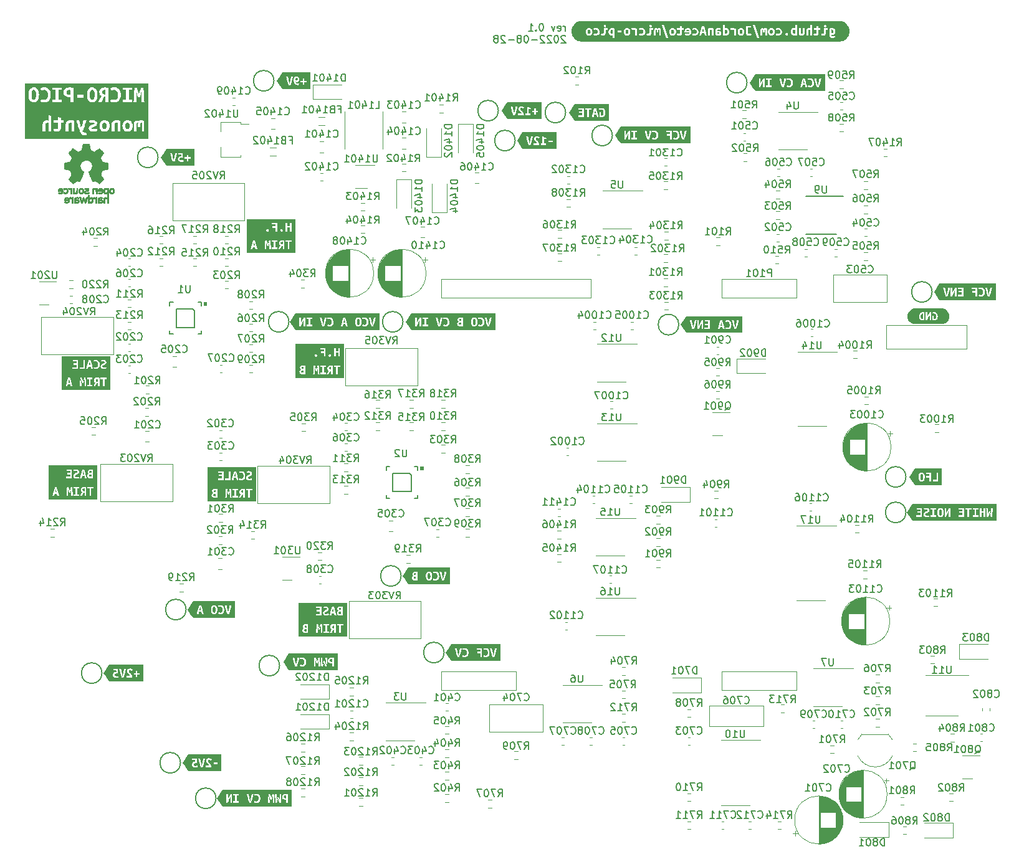
<source format=gbo>
G04 #@! TF.GenerationSoftware,KiCad,Pcbnew,6.0.5+dfsg-1~bpo11+1*
G04 #@! TF.CreationDate,2022-08-28T15:58:27+00:00*
G04 #@! TF.ProjectId,micro_pico,6d696372-6f5f-4706-9963-6f2e6b696361,0.1*
G04 #@! TF.SameCoordinates,Original*
G04 #@! TF.FileFunction,Legend,Bot*
G04 #@! TF.FilePolarity,Positive*
%FSLAX46Y46*%
G04 Gerber Fmt 4.6, Leading zero omitted, Abs format (unit mm)*
G04 Created by KiCad (PCBNEW 6.0.5+dfsg-1~bpo11+1) date 2022-08-28 15:58:27*
%MOMM*%
%LPD*%
G01*
G04 APERTURE LIST*
%ADD10C,0.150000*%
%ADD11C,0.120000*%
%ADD12C,0.100000*%
%ADD13C,0.010000*%
%ADD14C,2.500000*%
%ADD15O,4.600000X2.300000*%
%ADD16O,2.000000X4.000000*%
%ADD17O,2.720000X3.240000*%
%ADD18R,1.800000X1.800000*%
%ADD19C,1.800000*%
%ADD20C,3.000000*%
%ADD21C,1.451600*%
%ADD22O,2.720000X3.640000*%
%ADD23C,2.000000*%
%ADD24R,0.900000X1.200000*%
%ADD25R,1.700000X1.700000*%
%ADD26O,1.700000X1.700000*%
%ADD27C,1.700000*%
%ADD28R,1.500000X0.200000*%
%ADD29R,0.200000X1.500000*%
%ADD30R,1.600000X1.600000*%
%ADD31C,1.600000*%
%ADD32C,1.440000*%
%ADD33R,1.300000X0.900000*%
%ADD34R,1.200000X0.900000*%
%ADD35R,4.000000X1.500000*%
%ADD36R,1.100000X0.510000*%
%ADD37C,2.600000*%
%ADD38R,1.500000X1.500000*%
%ADD39C,1.500000*%
G04 APERTURE END LIST*
D10*
X148889404Y-32337180D02*
X148889404Y-31670514D01*
X148889404Y-31860990D02*
X148841785Y-31765752D01*
X148794166Y-31718133D01*
X148698928Y-31670514D01*
X148603690Y-31670514D01*
X147889404Y-32289561D02*
X147984642Y-32337180D01*
X148175119Y-32337180D01*
X148270357Y-32289561D01*
X148317976Y-32194323D01*
X148317976Y-31813371D01*
X148270357Y-31718133D01*
X148175119Y-31670514D01*
X147984642Y-31670514D01*
X147889404Y-31718133D01*
X147841785Y-31813371D01*
X147841785Y-31908609D01*
X148317976Y-32003847D01*
X147508452Y-31670514D02*
X147270357Y-32337180D01*
X147032261Y-31670514D01*
X145698928Y-31337180D02*
X145603690Y-31337180D01*
X145508452Y-31384800D01*
X145460833Y-31432419D01*
X145413214Y-31527657D01*
X145365595Y-31718133D01*
X145365595Y-31956228D01*
X145413214Y-32146704D01*
X145460833Y-32241942D01*
X145508452Y-32289561D01*
X145603690Y-32337180D01*
X145698928Y-32337180D01*
X145794166Y-32289561D01*
X145841785Y-32241942D01*
X145889404Y-32146704D01*
X145937023Y-31956228D01*
X145937023Y-31718133D01*
X145889404Y-31527657D01*
X145841785Y-31432419D01*
X145794166Y-31384800D01*
X145698928Y-31337180D01*
X144937023Y-32241942D02*
X144889404Y-32289561D01*
X144937023Y-32337180D01*
X144984642Y-32289561D01*
X144937023Y-32241942D01*
X144937023Y-32337180D01*
X143937023Y-32337180D02*
X144508452Y-32337180D01*
X144222738Y-32337180D02*
X144222738Y-31337180D01*
X144317976Y-31480038D01*
X144413214Y-31575276D01*
X144508452Y-31622895D01*
X148937023Y-33042419D02*
X148889404Y-32994800D01*
X148794166Y-32947180D01*
X148556071Y-32947180D01*
X148460833Y-32994800D01*
X148413214Y-33042419D01*
X148365595Y-33137657D01*
X148365595Y-33232895D01*
X148413214Y-33375752D01*
X148984642Y-33947180D01*
X148365595Y-33947180D01*
X147746547Y-32947180D02*
X147651309Y-32947180D01*
X147556071Y-32994800D01*
X147508452Y-33042419D01*
X147460833Y-33137657D01*
X147413214Y-33328133D01*
X147413214Y-33566228D01*
X147460833Y-33756704D01*
X147508452Y-33851942D01*
X147556071Y-33899561D01*
X147651309Y-33947180D01*
X147746547Y-33947180D01*
X147841785Y-33899561D01*
X147889404Y-33851942D01*
X147937023Y-33756704D01*
X147984642Y-33566228D01*
X147984642Y-33328133D01*
X147937023Y-33137657D01*
X147889404Y-33042419D01*
X147841785Y-32994800D01*
X147746547Y-32947180D01*
X147032261Y-33042419D02*
X146984642Y-32994800D01*
X146889404Y-32947180D01*
X146651309Y-32947180D01*
X146556071Y-32994800D01*
X146508452Y-33042419D01*
X146460833Y-33137657D01*
X146460833Y-33232895D01*
X146508452Y-33375752D01*
X147079880Y-33947180D01*
X146460833Y-33947180D01*
X146079880Y-33042419D02*
X146032261Y-32994800D01*
X145937023Y-32947180D01*
X145698928Y-32947180D01*
X145603690Y-32994800D01*
X145556071Y-33042419D01*
X145508452Y-33137657D01*
X145508452Y-33232895D01*
X145556071Y-33375752D01*
X146127500Y-33947180D01*
X145508452Y-33947180D01*
X145079880Y-33566228D02*
X144317976Y-33566228D01*
X143651309Y-32947180D02*
X143556071Y-32947180D01*
X143460833Y-32994800D01*
X143413214Y-33042419D01*
X143365595Y-33137657D01*
X143317976Y-33328133D01*
X143317976Y-33566228D01*
X143365595Y-33756704D01*
X143413214Y-33851942D01*
X143460833Y-33899561D01*
X143556071Y-33947180D01*
X143651309Y-33947180D01*
X143746547Y-33899561D01*
X143794166Y-33851942D01*
X143841785Y-33756704D01*
X143889404Y-33566228D01*
X143889404Y-33328133D01*
X143841785Y-33137657D01*
X143794166Y-33042419D01*
X143746547Y-32994800D01*
X143651309Y-32947180D01*
X142746547Y-33375752D02*
X142841785Y-33328133D01*
X142889404Y-33280514D01*
X142937023Y-33185276D01*
X142937023Y-33137657D01*
X142889404Y-33042419D01*
X142841785Y-32994800D01*
X142746547Y-32947180D01*
X142556071Y-32947180D01*
X142460833Y-32994800D01*
X142413214Y-33042419D01*
X142365595Y-33137657D01*
X142365595Y-33185276D01*
X142413214Y-33280514D01*
X142460833Y-33328133D01*
X142556071Y-33375752D01*
X142746547Y-33375752D01*
X142841785Y-33423371D01*
X142889404Y-33470990D01*
X142937023Y-33566228D01*
X142937023Y-33756704D01*
X142889404Y-33851942D01*
X142841785Y-33899561D01*
X142746547Y-33947180D01*
X142556071Y-33947180D01*
X142460833Y-33899561D01*
X142413214Y-33851942D01*
X142365595Y-33756704D01*
X142365595Y-33566228D01*
X142413214Y-33470990D01*
X142460833Y-33423371D01*
X142556071Y-33375752D01*
X141937023Y-33566228D02*
X141175119Y-33566228D01*
X140746547Y-33042419D02*
X140698928Y-32994800D01*
X140603690Y-32947180D01*
X140365595Y-32947180D01*
X140270357Y-32994800D01*
X140222738Y-33042419D01*
X140175119Y-33137657D01*
X140175119Y-33232895D01*
X140222738Y-33375752D01*
X140794166Y-33947180D01*
X140175119Y-33947180D01*
X139603690Y-33375752D02*
X139698928Y-33328133D01*
X139746547Y-33280514D01*
X139794166Y-33185276D01*
X139794166Y-33137657D01*
X139746547Y-33042419D01*
X139698928Y-32994800D01*
X139603690Y-32947180D01*
X139413214Y-32947180D01*
X139317976Y-32994800D01*
X139270357Y-33042419D01*
X139222738Y-33137657D01*
X139222738Y-33185276D01*
X139270357Y-33280514D01*
X139317976Y-33328133D01*
X139413214Y-33375752D01*
X139603690Y-33375752D01*
X139698928Y-33423371D01*
X139746547Y-33470990D01*
X139794166Y-33566228D01*
X139794166Y-33756704D01*
X139746547Y-33851942D01*
X139698928Y-33899561D01*
X139603690Y-33947180D01*
X139413214Y-33947180D01*
X139317976Y-33899561D01*
X139270357Y-33851942D01*
X139222738Y-33756704D01*
X139222738Y-33566228D01*
X139270357Y-33470990D01*
X139317976Y-33423371D01*
X139413214Y-33375752D01*
X90822247Y-71426980D02*
X91155580Y-70950790D01*
X91393676Y-71426980D02*
X91393676Y-70426980D01*
X91012723Y-70426980D01*
X90917485Y-70474600D01*
X90869866Y-70522219D01*
X90822247Y-70617457D01*
X90822247Y-70760314D01*
X90869866Y-70855552D01*
X90917485Y-70903171D01*
X91012723Y-70950790D01*
X91393676Y-70950790D01*
X90441295Y-70522219D02*
X90393676Y-70474600D01*
X90298438Y-70426980D01*
X90060342Y-70426980D01*
X89965104Y-70474600D01*
X89917485Y-70522219D01*
X89869866Y-70617457D01*
X89869866Y-70712695D01*
X89917485Y-70855552D01*
X90488914Y-71426980D01*
X89869866Y-71426980D01*
X88917485Y-71426980D02*
X89488914Y-71426980D01*
X89203200Y-71426980D02*
X89203200Y-70426980D01*
X89298438Y-70569838D01*
X89393676Y-70665076D01*
X89488914Y-70712695D01*
X88584152Y-70426980D02*
X87965104Y-70426980D01*
X88298438Y-70807933D01*
X88155580Y-70807933D01*
X88060342Y-70855552D01*
X88012723Y-70903171D01*
X87965104Y-70998409D01*
X87965104Y-71236504D01*
X88012723Y-71331742D01*
X88060342Y-71379361D01*
X88155580Y-71426980D01*
X88441295Y-71426980D01*
X88536533Y-71379361D01*
X88584152Y-71331742D01*
X90822247Y-68538980D02*
X91155580Y-68062790D01*
X91393676Y-68538980D02*
X91393676Y-67538980D01*
X91012723Y-67538980D01*
X90917485Y-67586600D01*
X90869866Y-67634219D01*
X90822247Y-67729457D01*
X90822247Y-67872314D01*
X90869866Y-67967552D01*
X90917485Y-68015171D01*
X91012723Y-68062790D01*
X91393676Y-68062790D01*
X90441295Y-67634219D02*
X90393676Y-67586600D01*
X90298438Y-67538980D01*
X90060342Y-67538980D01*
X89965104Y-67586600D01*
X89917485Y-67634219D01*
X89869866Y-67729457D01*
X89869866Y-67824695D01*
X89917485Y-67967552D01*
X90488914Y-68538980D01*
X89869866Y-68538980D01*
X88917485Y-68538980D02*
X89488914Y-68538980D01*
X89203200Y-68538980D02*
X89203200Y-67538980D01*
X89298438Y-67681838D01*
X89393676Y-67777076D01*
X89488914Y-67824695D01*
X87965104Y-68538980D02*
X88536533Y-68538980D01*
X88250819Y-68538980D02*
X88250819Y-67538980D01*
X88346057Y-67681838D01*
X88441295Y-67777076D01*
X88536533Y-67824695D01*
X178919047Y-59379142D02*
X178966666Y-59426761D01*
X179109523Y-59474380D01*
X179204761Y-59474380D01*
X179347619Y-59426761D01*
X179442857Y-59331523D01*
X179490476Y-59236285D01*
X179538095Y-59045809D01*
X179538095Y-58902952D01*
X179490476Y-58712476D01*
X179442857Y-58617238D01*
X179347619Y-58522000D01*
X179204761Y-58474380D01*
X179109523Y-58474380D01*
X178966666Y-58522000D01*
X178919047Y-58569619D01*
X178014285Y-58474380D02*
X178490476Y-58474380D01*
X178538095Y-58950571D01*
X178490476Y-58902952D01*
X178395238Y-58855333D01*
X178157142Y-58855333D01*
X178061904Y-58902952D01*
X178014285Y-58950571D01*
X177966666Y-59045809D01*
X177966666Y-59283904D01*
X178014285Y-59379142D01*
X178061904Y-59426761D01*
X178157142Y-59474380D01*
X178395238Y-59474380D01*
X178490476Y-59426761D01*
X178538095Y-59379142D01*
X177347619Y-58474380D02*
X177252380Y-58474380D01*
X177157142Y-58522000D01*
X177109523Y-58569619D01*
X177061904Y-58664857D01*
X177014285Y-58855333D01*
X177014285Y-59093428D01*
X177061904Y-59283904D01*
X177109523Y-59379142D01*
X177157142Y-59426761D01*
X177252380Y-59474380D01*
X177347619Y-59474380D01*
X177442857Y-59426761D01*
X177490476Y-59379142D01*
X177538095Y-59283904D01*
X177585714Y-59093428D01*
X177585714Y-58855333D01*
X177538095Y-58664857D01*
X177490476Y-58569619D01*
X177442857Y-58522000D01*
X177347619Y-58474380D01*
X176633333Y-58569619D02*
X176585714Y-58522000D01*
X176490476Y-58474380D01*
X176252380Y-58474380D01*
X176157142Y-58522000D01*
X176109523Y-58569619D01*
X176061904Y-58664857D01*
X176061904Y-58760095D01*
X176109523Y-58902952D01*
X176680952Y-59474380D01*
X176061904Y-59474380D01*
X187555047Y-44597580D02*
X187888380Y-44121390D01*
X188126476Y-44597580D02*
X188126476Y-43597580D01*
X187745523Y-43597580D01*
X187650285Y-43645200D01*
X187602666Y-43692819D01*
X187555047Y-43788057D01*
X187555047Y-43930914D01*
X187602666Y-44026152D01*
X187650285Y-44073771D01*
X187745523Y-44121390D01*
X188126476Y-44121390D01*
X186650285Y-43597580D02*
X187126476Y-43597580D01*
X187174095Y-44073771D01*
X187126476Y-44026152D01*
X187031238Y-43978533D01*
X186793142Y-43978533D01*
X186697904Y-44026152D01*
X186650285Y-44073771D01*
X186602666Y-44169009D01*
X186602666Y-44407104D01*
X186650285Y-44502342D01*
X186697904Y-44549961D01*
X186793142Y-44597580D01*
X187031238Y-44597580D01*
X187126476Y-44549961D01*
X187174095Y-44502342D01*
X185983619Y-43597580D02*
X185888380Y-43597580D01*
X185793142Y-43645200D01*
X185745523Y-43692819D01*
X185697904Y-43788057D01*
X185650285Y-43978533D01*
X185650285Y-44216628D01*
X185697904Y-44407104D01*
X185745523Y-44502342D01*
X185793142Y-44549961D01*
X185888380Y-44597580D01*
X185983619Y-44597580D01*
X186078857Y-44549961D01*
X186126476Y-44502342D01*
X186174095Y-44407104D01*
X186221714Y-44216628D01*
X186221714Y-43978533D01*
X186174095Y-43788057D01*
X186126476Y-43692819D01*
X186078857Y-43645200D01*
X185983619Y-43597580D01*
X185078857Y-44026152D02*
X185174095Y-43978533D01*
X185221714Y-43930914D01*
X185269333Y-43835676D01*
X185269333Y-43788057D01*
X185221714Y-43692819D01*
X185174095Y-43645200D01*
X185078857Y-43597580D01*
X184888380Y-43597580D01*
X184793142Y-43645200D01*
X184745523Y-43692819D01*
X184697904Y-43788057D01*
X184697904Y-43835676D01*
X184745523Y-43930914D01*
X184793142Y-43978533D01*
X184888380Y-44026152D01*
X185078857Y-44026152D01*
X185174095Y-44073771D01*
X185221714Y-44121390D01*
X185269333Y-44216628D01*
X185269333Y-44407104D01*
X185221714Y-44502342D01*
X185174095Y-44549961D01*
X185078857Y-44597580D01*
X184888380Y-44597580D01*
X184793142Y-44549961D01*
X184745523Y-44502342D01*
X184697904Y-44407104D01*
X184697904Y-44216628D01*
X184745523Y-44121390D01*
X184793142Y-44073771D01*
X184888380Y-44026152D01*
X104030247Y-62790980D02*
X104363580Y-62314790D01*
X104601676Y-62790980D02*
X104601676Y-61790980D01*
X104220723Y-61790980D01*
X104125485Y-61838600D01*
X104077866Y-61886219D01*
X104030247Y-61981457D01*
X104030247Y-62124314D01*
X104077866Y-62219552D01*
X104125485Y-62267171D01*
X104220723Y-62314790D01*
X104601676Y-62314790D01*
X103649295Y-61886219D02*
X103601676Y-61838600D01*
X103506438Y-61790980D01*
X103268342Y-61790980D01*
X103173104Y-61838600D01*
X103125485Y-61886219D01*
X103077866Y-61981457D01*
X103077866Y-62076695D01*
X103125485Y-62219552D01*
X103696914Y-62790980D01*
X103077866Y-62790980D01*
X102125485Y-62790980D02*
X102696914Y-62790980D01*
X102411200Y-62790980D02*
X102411200Y-61790980D01*
X102506438Y-61933838D01*
X102601676Y-62029076D01*
X102696914Y-62076695D01*
X101506438Y-61790980D02*
X101411200Y-61790980D01*
X101315961Y-61838600D01*
X101268342Y-61886219D01*
X101220723Y-61981457D01*
X101173104Y-62171933D01*
X101173104Y-62410028D01*
X101220723Y-62600504D01*
X101268342Y-62695742D01*
X101315961Y-62743361D01*
X101411200Y-62790980D01*
X101506438Y-62790980D01*
X101601676Y-62743361D01*
X101649295Y-62695742D01*
X101696914Y-62600504D01*
X101744533Y-62410028D01*
X101744533Y-62171933D01*
X101696914Y-61981457D01*
X101649295Y-61886219D01*
X101601676Y-61838600D01*
X101506438Y-61790980D01*
X117419238Y-51123142D02*
X117466857Y-51170761D01*
X117609714Y-51218380D01*
X117704952Y-51218380D01*
X117847809Y-51170761D01*
X117943047Y-51075523D01*
X117990666Y-50980285D01*
X118038285Y-50789809D01*
X118038285Y-50646952D01*
X117990666Y-50456476D01*
X117943047Y-50361238D01*
X117847809Y-50266000D01*
X117704952Y-50218380D01*
X117609714Y-50218380D01*
X117466857Y-50266000D01*
X117419238Y-50313619D01*
X116466857Y-51218380D02*
X117038285Y-51218380D01*
X116752571Y-51218380D02*
X116752571Y-50218380D01*
X116847809Y-50361238D01*
X116943047Y-50456476D01*
X117038285Y-50504095D01*
X115609714Y-50551714D02*
X115609714Y-51218380D01*
X115847809Y-50170761D02*
X116085904Y-50885047D01*
X115466857Y-50885047D01*
X114895428Y-50218380D02*
X114800190Y-50218380D01*
X114704952Y-50266000D01*
X114657333Y-50313619D01*
X114609714Y-50408857D01*
X114562095Y-50599333D01*
X114562095Y-50837428D01*
X114609714Y-51027904D01*
X114657333Y-51123142D01*
X114704952Y-51170761D01*
X114800190Y-51218380D01*
X114895428Y-51218380D01*
X114990666Y-51170761D01*
X115038285Y-51123142D01*
X115085904Y-51027904D01*
X115133523Y-50837428D01*
X115133523Y-50599333D01*
X115085904Y-50408857D01*
X115038285Y-50313619D01*
X114990666Y-50266000D01*
X114895428Y-50218380D01*
X114181142Y-50313619D02*
X114133523Y-50266000D01*
X114038285Y-50218380D01*
X113800190Y-50218380D01*
X113704952Y-50266000D01*
X113657333Y-50313619D01*
X113609714Y-50408857D01*
X113609714Y-50504095D01*
X113657333Y-50646952D01*
X114228761Y-51218380D01*
X113609714Y-51218380D01*
X201060476Y-139742380D02*
X201060476Y-138742380D01*
X200822380Y-138742380D01*
X200679523Y-138790000D01*
X200584285Y-138885238D01*
X200536666Y-138980476D01*
X200489047Y-139170952D01*
X200489047Y-139313809D01*
X200536666Y-139504285D01*
X200584285Y-139599523D01*
X200679523Y-139694761D01*
X200822380Y-139742380D01*
X201060476Y-139742380D01*
X199917619Y-139170952D02*
X200012857Y-139123333D01*
X200060476Y-139075714D01*
X200108095Y-138980476D01*
X200108095Y-138932857D01*
X200060476Y-138837619D01*
X200012857Y-138790000D01*
X199917619Y-138742380D01*
X199727142Y-138742380D01*
X199631904Y-138790000D01*
X199584285Y-138837619D01*
X199536666Y-138932857D01*
X199536666Y-138980476D01*
X199584285Y-139075714D01*
X199631904Y-139123333D01*
X199727142Y-139170952D01*
X199917619Y-139170952D01*
X200012857Y-139218571D01*
X200060476Y-139266190D01*
X200108095Y-139361428D01*
X200108095Y-139551904D01*
X200060476Y-139647142D01*
X200012857Y-139694761D01*
X199917619Y-139742380D01*
X199727142Y-139742380D01*
X199631904Y-139694761D01*
X199584285Y-139647142D01*
X199536666Y-139551904D01*
X199536666Y-139361428D01*
X199584285Y-139266190D01*
X199631904Y-139218571D01*
X199727142Y-139170952D01*
X198917619Y-138742380D02*
X198822380Y-138742380D01*
X198727142Y-138790000D01*
X198679523Y-138837619D01*
X198631904Y-138932857D01*
X198584285Y-139123333D01*
X198584285Y-139361428D01*
X198631904Y-139551904D01*
X198679523Y-139647142D01*
X198727142Y-139694761D01*
X198822380Y-139742380D01*
X198917619Y-139742380D01*
X199012857Y-139694761D01*
X199060476Y-139647142D01*
X199108095Y-139551904D01*
X199155714Y-139361428D01*
X199155714Y-139123333D01*
X199108095Y-138932857D01*
X199060476Y-138837619D01*
X199012857Y-138790000D01*
X198917619Y-138742380D01*
X198203333Y-138837619D02*
X198155714Y-138790000D01*
X198060476Y-138742380D01*
X197822380Y-138742380D01*
X197727142Y-138790000D01*
X197679523Y-138837619D01*
X197631904Y-138932857D01*
X197631904Y-139028095D01*
X197679523Y-139170952D01*
X198250952Y-139742380D01*
X197631904Y-139742380D01*
X166790476Y-119737380D02*
X166790476Y-118737380D01*
X166552380Y-118737380D01*
X166409523Y-118785000D01*
X166314285Y-118880238D01*
X166266666Y-118975476D01*
X166219047Y-119165952D01*
X166219047Y-119308809D01*
X166266666Y-119499285D01*
X166314285Y-119594523D01*
X166409523Y-119689761D01*
X166552380Y-119737380D01*
X166790476Y-119737380D01*
X165885714Y-118737380D02*
X165219047Y-118737380D01*
X165647619Y-119737380D01*
X164647619Y-118737380D02*
X164552380Y-118737380D01*
X164457142Y-118785000D01*
X164409523Y-118832619D01*
X164361904Y-118927857D01*
X164314285Y-119118333D01*
X164314285Y-119356428D01*
X164361904Y-119546904D01*
X164409523Y-119642142D01*
X164457142Y-119689761D01*
X164552380Y-119737380D01*
X164647619Y-119737380D01*
X164742857Y-119689761D01*
X164790476Y-119642142D01*
X164838095Y-119546904D01*
X164885714Y-119356428D01*
X164885714Y-119118333D01*
X164838095Y-118927857D01*
X164790476Y-118832619D01*
X164742857Y-118785000D01*
X164647619Y-118737380D01*
X163361904Y-119737380D02*
X163933333Y-119737380D01*
X163647619Y-119737380D02*
X163647619Y-118737380D01*
X163742857Y-118880238D01*
X163838095Y-118975476D01*
X163933333Y-119023095D01*
X159570238Y-71317142D02*
X159617857Y-71364761D01*
X159760714Y-71412380D01*
X159855952Y-71412380D01*
X159998809Y-71364761D01*
X160094047Y-71269523D01*
X160141666Y-71174285D01*
X160189285Y-70983809D01*
X160189285Y-70840952D01*
X160141666Y-70650476D01*
X160094047Y-70555238D01*
X159998809Y-70460000D01*
X159855952Y-70412380D01*
X159760714Y-70412380D01*
X159617857Y-70460000D01*
X159570238Y-70507619D01*
X158617857Y-71412380D02*
X159189285Y-71412380D01*
X158903571Y-71412380D02*
X158903571Y-70412380D01*
X158998809Y-70555238D01*
X159094047Y-70650476D01*
X159189285Y-70698095D01*
X157998809Y-70412380D02*
X157903571Y-70412380D01*
X157808333Y-70460000D01*
X157760714Y-70507619D01*
X157713095Y-70602857D01*
X157665476Y-70793333D01*
X157665476Y-71031428D01*
X157713095Y-71221904D01*
X157760714Y-71317142D01*
X157808333Y-71364761D01*
X157903571Y-71412380D01*
X157998809Y-71412380D01*
X158094047Y-71364761D01*
X158141666Y-71317142D01*
X158189285Y-71221904D01*
X158236904Y-71031428D01*
X158236904Y-70793333D01*
X158189285Y-70602857D01*
X158141666Y-70507619D01*
X158094047Y-70460000D01*
X157998809Y-70412380D01*
X157046428Y-70412380D02*
X156951190Y-70412380D01*
X156855952Y-70460000D01*
X156808333Y-70507619D01*
X156760714Y-70602857D01*
X156713095Y-70793333D01*
X156713095Y-71031428D01*
X156760714Y-71221904D01*
X156808333Y-71317142D01*
X156855952Y-71364761D01*
X156951190Y-71412380D01*
X157046428Y-71412380D01*
X157141666Y-71364761D01*
X157189285Y-71317142D01*
X157236904Y-71221904D01*
X157284523Y-71031428D01*
X157284523Y-70793333D01*
X157236904Y-70602857D01*
X157189285Y-70507619D01*
X157141666Y-70460000D01*
X157046428Y-70412380D01*
X155808333Y-70412380D02*
X156284523Y-70412380D01*
X156332142Y-70888571D01*
X156284523Y-70840952D01*
X156189285Y-70793333D01*
X155951190Y-70793333D01*
X155855952Y-70840952D01*
X155808333Y-70888571D01*
X155760714Y-70983809D01*
X155760714Y-71221904D01*
X155808333Y-71317142D01*
X155855952Y-71364761D01*
X155951190Y-71412380D01*
X156189285Y-71412380D01*
X156284523Y-71364761D01*
X156332142Y-71317142D01*
X206389076Y-115260380D02*
X206389076Y-114260380D01*
X206150980Y-114260380D01*
X206008123Y-114308000D01*
X205912885Y-114403238D01*
X205865266Y-114498476D01*
X205817647Y-114688952D01*
X205817647Y-114831809D01*
X205865266Y-115022285D01*
X205912885Y-115117523D01*
X206008123Y-115212761D01*
X206150980Y-115260380D01*
X206389076Y-115260380D01*
X205246219Y-114688952D02*
X205341457Y-114641333D01*
X205389076Y-114593714D01*
X205436695Y-114498476D01*
X205436695Y-114450857D01*
X205389076Y-114355619D01*
X205341457Y-114308000D01*
X205246219Y-114260380D01*
X205055742Y-114260380D01*
X204960504Y-114308000D01*
X204912885Y-114355619D01*
X204865266Y-114450857D01*
X204865266Y-114498476D01*
X204912885Y-114593714D01*
X204960504Y-114641333D01*
X205055742Y-114688952D01*
X205246219Y-114688952D01*
X205341457Y-114736571D01*
X205389076Y-114784190D01*
X205436695Y-114879428D01*
X205436695Y-115069904D01*
X205389076Y-115165142D01*
X205341457Y-115212761D01*
X205246219Y-115260380D01*
X205055742Y-115260380D01*
X204960504Y-115212761D01*
X204912885Y-115165142D01*
X204865266Y-115069904D01*
X204865266Y-114879428D01*
X204912885Y-114784190D01*
X204960504Y-114736571D01*
X205055742Y-114688952D01*
X204246219Y-114260380D02*
X204150980Y-114260380D01*
X204055742Y-114308000D01*
X204008123Y-114355619D01*
X203960504Y-114450857D01*
X203912885Y-114641333D01*
X203912885Y-114879428D01*
X203960504Y-115069904D01*
X204008123Y-115165142D01*
X204055742Y-115212761D01*
X204150980Y-115260380D01*
X204246219Y-115260380D01*
X204341457Y-115212761D01*
X204389076Y-115165142D01*
X204436695Y-115069904D01*
X204484314Y-114879428D01*
X204484314Y-114641333D01*
X204436695Y-114450857D01*
X204389076Y-114355619D01*
X204341457Y-114308000D01*
X204246219Y-114260380D01*
X203579552Y-114260380D02*
X202960504Y-114260380D01*
X203293838Y-114641333D01*
X203150980Y-114641333D01*
X203055742Y-114688952D01*
X203008123Y-114736571D01*
X202960504Y-114831809D01*
X202960504Y-115069904D01*
X203008123Y-115165142D01*
X203055742Y-115212761D01*
X203150980Y-115260380D01*
X203436695Y-115260380D01*
X203531933Y-115212761D01*
X203579552Y-115165142D01*
X114479247Y-85313780D02*
X114812580Y-84837590D01*
X115050676Y-85313780D02*
X115050676Y-84313780D01*
X114669723Y-84313780D01*
X114574485Y-84361400D01*
X114526866Y-84409019D01*
X114479247Y-84504257D01*
X114479247Y-84647114D01*
X114526866Y-84742352D01*
X114574485Y-84789971D01*
X114669723Y-84837590D01*
X115050676Y-84837590D01*
X114145914Y-84313780D02*
X113526866Y-84313780D01*
X113860200Y-84694733D01*
X113717342Y-84694733D01*
X113622104Y-84742352D01*
X113574485Y-84789971D01*
X113526866Y-84885209D01*
X113526866Y-85123304D01*
X113574485Y-85218542D01*
X113622104Y-85266161D01*
X113717342Y-85313780D01*
X114003057Y-85313780D01*
X114098295Y-85266161D01*
X114145914Y-85218542D01*
X112907819Y-84313780D02*
X112812580Y-84313780D01*
X112717342Y-84361400D01*
X112669723Y-84409019D01*
X112622104Y-84504257D01*
X112574485Y-84694733D01*
X112574485Y-84932828D01*
X112622104Y-85123304D01*
X112669723Y-85218542D01*
X112717342Y-85266161D01*
X112812580Y-85313780D01*
X112907819Y-85313780D01*
X113003057Y-85266161D01*
X113050676Y-85218542D01*
X113098295Y-85123304D01*
X113145914Y-84932828D01*
X113145914Y-84694733D01*
X113098295Y-84504257D01*
X113050676Y-84409019D01*
X113003057Y-84361400D01*
X112907819Y-84313780D01*
X111669723Y-84313780D02*
X112145914Y-84313780D01*
X112193533Y-84789971D01*
X112145914Y-84742352D01*
X112050676Y-84694733D01*
X111812580Y-84694733D01*
X111717342Y-84742352D01*
X111669723Y-84789971D01*
X111622104Y-84885209D01*
X111622104Y-85123304D01*
X111669723Y-85218542D01*
X111717342Y-85266161D01*
X111812580Y-85313780D01*
X112050676Y-85313780D01*
X112145914Y-85266161D01*
X112193533Y-85218542D01*
X190857047Y-58777142D02*
X190904666Y-58824761D01*
X191047523Y-58872380D01*
X191142761Y-58872380D01*
X191285619Y-58824761D01*
X191380857Y-58729523D01*
X191428476Y-58634285D01*
X191476095Y-58443809D01*
X191476095Y-58300952D01*
X191428476Y-58110476D01*
X191380857Y-58015238D01*
X191285619Y-57920000D01*
X191142761Y-57872380D01*
X191047523Y-57872380D01*
X190904666Y-57920000D01*
X190857047Y-57967619D01*
X189952285Y-57872380D02*
X190428476Y-57872380D01*
X190476095Y-58348571D01*
X190428476Y-58300952D01*
X190333238Y-58253333D01*
X190095142Y-58253333D01*
X189999904Y-58300952D01*
X189952285Y-58348571D01*
X189904666Y-58443809D01*
X189904666Y-58681904D01*
X189952285Y-58777142D01*
X189999904Y-58824761D01*
X190095142Y-58872380D01*
X190333238Y-58872380D01*
X190428476Y-58824761D01*
X190476095Y-58777142D01*
X189285619Y-57872380D02*
X189190380Y-57872380D01*
X189095142Y-57920000D01*
X189047523Y-57967619D01*
X188999904Y-58062857D01*
X188952285Y-58253333D01*
X188952285Y-58491428D01*
X188999904Y-58681904D01*
X189047523Y-58777142D01*
X189095142Y-58824761D01*
X189190380Y-58872380D01*
X189285619Y-58872380D01*
X189380857Y-58824761D01*
X189428476Y-58777142D01*
X189476095Y-58681904D01*
X189523714Y-58491428D01*
X189523714Y-58253333D01*
X189476095Y-58062857D01*
X189428476Y-57967619D01*
X189380857Y-57920000D01*
X189285619Y-57872380D01*
X188095142Y-58205714D02*
X188095142Y-58872380D01*
X188333238Y-57824761D02*
X188571333Y-58539047D01*
X187952285Y-58539047D01*
X107332247Y-74634980D02*
X107665580Y-74158790D01*
X107903676Y-74634980D02*
X107903676Y-73634980D01*
X107522723Y-73634980D01*
X107427485Y-73682600D01*
X107379866Y-73730219D01*
X107332247Y-73825457D01*
X107332247Y-73968314D01*
X107379866Y-74063552D01*
X107427485Y-74111171D01*
X107522723Y-74158790D01*
X107903676Y-74158790D01*
X106951295Y-73730219D02*
X106903676Y-73682600D01*
X106808438Y-73634980D01*
X106570342Y-73634980D01*
X106475104Y-73682600D01*
X106427485Y-73730219D01*
X106379866Y-73825457D01*
X106379866Y-73920695D01*
X106427485Y-74063552D01*
X106998914Y-74634980D01*
X106379866Y-74634980D01*
X105760819Y-73634980D02*
X105665580Y-73634980D01*
X105570342Y-73682600D01*
X105522723Y-73730219D01*
X105475104Y-73825457D01*
X105427485Y-74015933D01*
X105427485Y-74254028D01*
X105475104Y-74444504D01*
X105522723Y-74539742D01*
X105570342Y-74587361D01*
X105665580Y-74634980D01*
X105760819Y-74634980D01*
X105856057Y-74587361D01*
X105903676Y-74539742D01*
X105951295Y-74444504D01*
X105998914Y-74254028D01*
X105998914Y-74015933D01*
X105951295Y-73825457D01*
X105903676Y-73730219D01*
X105856057Y-73682600D01*
X105760819Y-73634980D01*
X105094152Y-73634980D02*
X104427485Y-73634980D01*
X104856057Y-74634980D01*
X133453047Y-85128380D02*
X133786380Y-84652190D01*
X134024476Y-85128380D02*
X134024476Y-84128380D01*
X133643523Y-84128380D01*
X133548285Y-84176000D01*
X133500666Y-84223619D01*
X133453047Y-84318857D01*
X133453047Y-84461714D01*
X133500666Y-84556952D01*
X133548285Y-84604571D01*
X133643523Y-84652190D01*
X134024476Y-84652190D01*
X133119714Y-84128380D02*
X132500666Y-84128380D01*
X132834000Y-84509333D01*
X132691142Y-84509333D01*
X132595904Y-84556952D01*
X132548285Y-84604571D01*
X132500666Y-84699809D01*
X132500666Y-84937904D01*
X132548285Y-85033142D01*
X132595904Y-85080761D01*
X132691142Y-85128380D01*
X132976857Y-85128380D01*
X133072095Y-85080761D01*
X133119714Y-85033142D01*
X131548285Y-85128380D02*
X132119714Y-85128380D01*
X131834000Y-85128380D02*
X131834000Y-84128380D01*
X131929238Y-84271238D01*
X132024476Y-84366476D01*
X132119714Y-84414095D01*
X130929238Y-84128380D02*
X130834000Y-84128380D01*
X130738761Y-84176000D01*
X130691142Y-84223619D01*
X130643523Y-84318857D01*
X130595904Y-84509333D01*
X130595904Y-84747428D01*
X130643523Y-84937904D01*
X130691142Y-85033142D01*
X130738761Y-85080761D01*
X130834000Y-85128380D01*
X130929238Y-85128380D01*
X131024476Y-85080761D01*
X131072095Y-85033142D01*
X131119714Y-84937904D01*
X131167333Y-84747428D01*
X131167333Y-84509333D01*
X131119714Y-84318857D01*
X131072095Y-84223619D01*
X131024476Y-84176000D01*
X130929238Y-84128380D01*
X120245047Y-90876380D02*
X120578380Y-90400190D01*
X120816476Y-90876380D02*
X120816476Y-89876380D01*
X120435523Y-89876380D01*
X120340285Y-89924000D01*
X120292666Y-89971619D01*
X120245047Y-90066857D01*
X120245047Y-90209714D01*
X120292666Y-90304952D01*
X120340285Y-90352571D01*
X120435523Y-90400190D01*
X120816476Y-90400190D01*
X119911714Y-89876380D02*
X119292666Y-89876380D01*
X119626000Y-90257333D01*
X119483142Y-90257333D01*
X119387904Y-90304952D01*
X119340285Y-90352571D01*
X119292666Y-90447809D01*
X119292666Y-90685904D01*
X119340285Y-90781142D01*
X119387904Y-90828761D01*
X119483142Y-90876380D01*
X119768857Y-90876380D01*
X119864095Y-90828761D01*
X119911714Y-90781142D01*
X118340285Y-90876380D02*
X118911714Y-90876380D01*
X118626000Y-90876380D02*
X118626000Y-89876380D01*
X118721238Y-90019238D01*
X118816476Y-90114476D01*
X118911714Y-90162095D01*
X117387904Y-90876380D02*
X117959333Y-90876380D01*
X117673619Y-90876380D02*
X117673619Y-89876380D01*
X117768857Y-90019238D01*
X117864095Y-90114476D01*
X117959333Y-90162095D01*
X153519047Y-127832142D02*
X153566666Y-127879761D01*
X153709523Y-127927380D01*
X153804761Y-127927380D01*
X153947619Y-127879761D01*
X154042857Y-127784523D01*
X154090476Y-127689285D01*
X154138095Y-127498809D01*
X154138095Y-127355952D01*
X154090476Y-127165476D01*
X154042857Y-127070238D01*
X153947619Y-126975000D01*
X153804761Y-126927380D01*
X153709523Y-126927380D01*
X153566666Y-126975000D01*
X153519047Y-127022619D01*
X153185714Y-126927380D02*
X152519047Y-126927380D01*
X152947619Y-127927380D01*
X151947619Y-126927380D02*
X151852380Y-126927380D01*
X151757142Y-126975000D01*
X151709523Y-127022619D01*
X151661904Y-127117857D01*
X151614285Y-127308333D01*
X151614285Y-127546428D01*
X151661904Y-127736904D01*
X151709523Y-127832142D01*
X151757142Y-127879761D01*
X151852380Y-127927380D01*
X151947619Y-127927380D01*
X152042857Y-127879761D01*
X152090476Y-127832142D01*
X152138095Y-127736904D01*
X152185714Y-127546428D01*
X152185714Y-127308333D01*
X152138095Y-127117857D01*
X152090476Y-127022619D01*
X152042857Y-126975000D01*
X151947619Y-126927380D01*
X151042857Y-127355952D02*
X151138095Y-127308333D01*
X151185714Y-127260714D01*
X151233333Y-127165476D01*
X151233333Y-127117857D01*
X151185714Y-127022619D01*
X151138095Y-126975000D01*
X151042857Y-126927380D01*
X150852380Y-126927380D01*
X150757142Y-126975000D01*
X150709523Y-127022619D01*
X150661904Y-127117857D01*
X150661904Y-127165476D01*
X150709523Y-127260714D01*
X150757142Y-127308333D01*
X150852380Y-127355952D01*
X151042857Y-127355952D01*
X151138095Y-127403571D01*
X151185714Y-127451190D01*
X151233333Y-127546428D01*
X151233333Y-127736904D01*
X151185714Y-127832142D01*
X151138095Y-127879761D01*
X151042857Y-127927380D01*
X150852380Y-127927380D01*
X150757142Y-127879761D01*
X150709523Y-127832142D01*
X150661904Y-127736904D01*
X150661904Y-127546428D01*
X150709523Y-127451190D01*
X150757142Y-127403571D01*
X150852380Y-127355952D01*
X176950476Y-65730380D02*
X176950476Y-64730380D01*
X176569523Y-64730380D01*
X176474285Y-64778000D01*
X176426666Y-64825619D01*
X176379047Y-64920857D01*
X176379047Y-65063714D01*
X176426666Y-65158952D01*
X176474285Y-65206571D01*
X176569523Y-65254190D01*
X176950476Y-65254190D01*
X175426666Y-65730380D02*
X175998095Y-65730380D01*
X175712380Y-65730380D02*
X175712380Y-64730380D01*
X175807619Y-64873238D01*
X175902857Y-64968476D01*
X175998095Y-65016095D01*
X174807619Y-64730380D02*
X174712380Y-64730380D01*
X174617142Y-64778000D01*
X174569523Y-64825619D01*
X174521904Y-64920857D01*
X174474285Y-65111333D01*
X174474285Y-65349428D01*
X174521904Y-65539904D01*
X174569523Y-65635142D01*
X174617142Y-65682761D01*
X174712380Y-65730380D01*
X174807619Y-65730380D01*
X174902857Y-65682761D01*
X174950476Y-65635142D01*
X174998095Y-65539904D01*
X175045714Y-65349428D01*
X175045714Y-65111333D01*
X174998095Y-64920857D01*
X174950476Y-64825619D01*
X174902857Y-64778000D01*
X174807619Y-64730380D01*
X173521904Y-65730380D02*
X174093333Y-65730380D01*
X173807619Y-65730380D02*
X173807619Y-64730380D01*
X173902857Y-64873238D01*
X173998095Y-64968476D01*
X174093333Y-65016095D01*
X90806447Y-74288942D02*
X90854066Y-74336561D01*
X90996923Y-74384180D01*
X91092161Y-74384180D01*
X91235019Y-74336561D01*
X91330257Y-74241323D01*
X91377876Y-74146085D01*
X91425495Y-73955609D01*
X91425495Y-73812752D01*
X91377876Y-73622276D01*
X91330257Y-73527038D01*
X91235019Y-73431800D01*
X91092161Y-73384180D01*
X90996923Y-73384180D01*
X90854066Y-73431800D01*
X90806447Y-73479419D01*
X90425495Y-73479419D02*
X90377876Y-73431800D01*
X90282638Y-73384180D01*
X90044542Y-73384180D01*
X89949304Y-73431800D01*
X89901685Y-73479419D01*
X89854066Y-73574657D01*
X89854066Y-73669895D01*
X89901685Y-73812752D01*
X90473114Y-74384180D01*
X89854066Y-74384180D01*
X89235019Y-73384180D02*
X89139780Y-73384180D01*
X89044542Y-73431800D01*
X88996923Y-73479419D01*
X88949304Y-73574657D01*
X88901685Y-73765133D01*
X88901685Y-74003228D01*
X88949304Y-74193704D01*
X88996923Y-74288942D01*
X89044542Y-74336561D01*
X89139780Y-74384180D01*
X89235019Y-74384180D01*
X89330257Y-74336561D01*
X89377876Y-74288942D01*
X89425495Y-74193704D01*
X89473114Y-74003228D01*
X89473114Y-73765133D01*
X89425495Y-73574657D01*
X89377876Y-73479419D01*
X89330257Y-73431800D01*
X89235019Y-73384180D01*
X88520733Y-73479419D02*
X88473114Y-73431800D01*
X88377876Y-73384180D01*
X88139780Y-73384180D01*
X88044542Y-73431800D01*
X87996923Y-73479419D01*
X87949304Y-73574657D01*
X87949304Y-73669895D01*
X87996923Y-73812752D01*
X88568352Y-74384180D01*
X87949304Y-74384180D01*
X190857047Y-55570380D02*
X191190380Y-55094190D01*
X191428476Y-55570380D02*
X191428476Y-54570380D01*
X191047523Y-54570380D01*
X190952285Y-54618000D01*
X190904666Y-54665619D01*
X190857047Y-54760857D01*
X190857047Y-54903714D01*
X190904666Y-54998952D01*
X190952285Y-55046571D01*
X191047523Y-55094190D01*
X191428476Y-55094190D01*
X189952285Y-54570380D02*
X190428476Y-54570380D01*
X190476095Y-55046571D01*
X190428476Y-54998952D01*
X190333238Y-54951333D01*
X190095142Y-54951333D01*
X189999904Y-54998952D01*
X189952285Y-55046571D01*
X189904666Y-55141809D01*
X189904666Y-55379904D01*
X189952285Y-55475142D01*
X189999904Y-55522761D01*
X190095142Y-55570380D01*
X190333238Y-55570380D01*
X190428476Y-55522761D01*
X190476095Y-55475142D01*
X189285619Y-54570380D02*
X189190380Y-54570380D01*
X189095142Y-54618000D01*
X189047523Y-54665619D01*
X188999904Y-54760857D01*
X188952285Y-54951333D01*
X188952285Y-55189428D01*
X188999904Y-55379904D01*
X189047523Y-55475142D01*
X189095142Y-55522761D01*
X189190380Y-55570380D01*
X189285619Y-55570380D01*
X189380857Y-55522761D01*
X189428476Y-55475142D01*
X189476095Y-55379904D01*
X189523714Y-55189428D01*
X189523714Y-54951333D01*
X189476095Y-54760857D01*
X189428476Y-54665619D01*
X189380857Y-54618000D01*
X189285619Y-54570380D01*
X188095142Y-54570380D02*
X188285619Y-54570380D01*
X188380857Y-54618000D01*
X188428476Y-54665619D01*
X188523714Y-54808476D01*
X188571333Y-54998952D01*
X188571333Y-55379904D01*
X188523714Y-55475142D01*
X188476095Y-55522761D01*
X188380857Y-55570380D01*
X188190380Y-55570380D01*
X188095142Y-55522761D01*
X188047523Y-55475142D01*
X187999904Y-55379904D01*
X187999904Y-55141809D01*
X188047523Y-55046571D01*
X188095142Y-54998952D01*
X188190380Y-54951333D01*
X188380857Y-54951333D01*
X188476095Y-54998952D01*
X188523714Y-55046571D01*
X188571333Y-55141809D01*
X194000238Y-47917380D02*
X194333571Y-47441190D01*
X194571666Y-47917380D02*
X194571666Y-46917380D01*
X194190714Y-46917380D01*
X194095476Y-46965000D01*
X194047857Y-47012619D01*
X194000238Y-47107857D01*
X194000238Y-47250714D01*
X194047857Y-47345952D01*
X194095476Y-47393571D01*
X194190714Y-47441190D01*
X194571666Y-47441190D01*
X193047857Y-47917380D02*
X193619285Y-47917380D01*
X193333571Y-47917380D02*
X193333571Y-46917380D01*
X193428809Y-47060238D01*
X193524047Y-47155476D01*
X193619285Y-47203095D01*
X192190714Y-47250714D02*
X192190714Y-47917380D01*
X192428809Y-46869761D02*
X192666904Y-47584047D01*
X192047857Y-47584047D01*
X191476428Y-46917380D02*
X191381190Y-46917380D01*
X191285952Y-46965000D01*
X191238333Y-47012619D01*
X191190714Y-47107857D01*
X191143095Y-47298333D01*
X191143095Y-47536428D01*
X191190714Y-47726904D01*
X191238333Y-47822142D01*
X191285952Y-47869761D01*
X191381190Y-47917380D01*
X191476428Y-47917380D01*
X191571666Y-47869761D01*
X191619285Y-47822142D01*
X191666904Y-47726904D01*
X191714523Y-47536428D01*
X191714523Y-47298333D01*
X191666904Y-47107857D01*
X191619285Y-47012619D01*
X191571666Y-46965000D01*
X191476428Y-46917380D01*
X190809761Y-46917380D02*
X190143095Y-46917380D01*
X190571666Y-47917380D01*
X156432095Y-84317380D02*
X156432095Y-85126904D01*
X156384476Y-85222142D01*
X156336857Y-85269761D01*
X156241619Y-85317380D01*
X156051142Y-85317380D01*
X155955904Y-85269761D01*
X155908285Y-85222142D01*
X155860666Y-85126904D01*
X155860666Y-84317380D01*
X154860666Y-85317380D02*
X155432095Y-85317380D01*
X155146380Y-85317380D02*
X155146380Y-84317380D01*
X155241619Y-84460238D01*
X155336857Y-84555476D01*
X155432095Y-84603095D01*
X154527333Y-84317380D02*
X153908285Y-84317380D01*
X154241619Y-84698333D01*
X154098761Y-84698333D01*
X154003523Y-84745952D01*
X153955904Y-84793571D01*
X153908285Y-84888809D01*
X153908285Y-85126904D01*
X153955904Y-85222142D01*
X154003523Y-85269761D01*
X154098761Y-85317380D01*
X154384476Y-85317380D01*
X154479714Y-85269761D01*
X154527333Y-85222142D01*
X178919047Y-53632380D02*
X179252380Y-53156190D01*
X179490476Y-53632380D02*
X179490476Y-52632380D01*
X179109523Y-52632380D01*
X179014285Y-52680000D01*
X178966666Y-52727619D01*
X178919047Y-52822857D01*
X178919047Y-52965714D01*
X178966666Y-53060952D01*
X179014285Y-53108571D01*
X179109523Y-53156190D01*
X179490476Y-53156190D01*
X178014285Y-52632380D02*
X178490476Y-52632380D01*
X178538095Y-53108571D01*
X178490476Y-53060952D01*
X178395238Y-53013333D01*
X178157142Y-53013333D01*
X178061904Y-53060952D01*
X178014285Y-53108571D01*
X177966666Y-53203809D01*
X177966666Y-53441904D01*
X178014285Y-53537142D01*
X178061904Y-53584761D01*
X178157142Y-53632380D01*
X178395238Y-53632380D01*
X178490476Y-53584761D01*
X178538095Y-53537142D01*
X177347619Y-52632380D02*
X177252380Y-52632380D01*
X177157142Y-52680000D01*
X177109523Y-52727619D01*
X177061904Y-52822857D01*
X177014285Y-53013333D01*
X177014285Y-53251428D01*
X177061904Y-53441904D01*
X177109523Y-53537142D01*
X177157142Y-53584761D01*
X177252380Y-53632380D01*
X177347619Y-53632380D01*
X177442857Y-53584761D01*
X177490476Y-53537142D01*
X177538095Y-53441904D01*
X177585714Y-53251428D01*
X177585714Y-53013333D01*
X177538095Y-52822857D01*
X177490476Y-52727619D01*
X177442857Y-52680000D01*
X177347619Y-52632380D01*
X176157142Y-52965714D02*
X176157142Y-53632380D01*
X176395238Y-52584761D02*
X176633333Y-53299047D01*
X176014285Y-53299047D01*
X175109047Y-139262142D02*
X175156666Y-139309761D01*
X175299523Y-139357380D01*
X175394761Y-139357380D01*
X175537619Y-139309761D01*
X175632857Y-139214523D01*
X175680476Y-139119285D01*
X175728095Y-138928809D01*
X175728095Y-138785952D01*
X175680476Y-138595476D01*
X175632857Y-138500238D01*
X175537619Y-138405000D01*
X175394761Y-138357380D01*
X175299523Y-138357380D01*
X175156666Y-138405000D01*
X175109047Y-138452619D01*
X174775714Y-138357380D02*
X174109047Y-138357380D01*
X174537619Y-139357380D01*
X173204285Y-139357380D02*
X173775714Y-139357380D01*
X173490000Y-139357380D02*
X173490000Y-138357380D01*
X173585238Y-138500238D01*
X173680476Y-138595476D01*
X173775714Y-138643095D01*
X172823333Y-138452619D02*
X172775714Y-138405000D01*
X172680476Y-138357380D01*
X172442380Y-138357380D01*
X172347142Y-138405000D01*
X172299523Y-138452619D01*
X172251904Y-138547857D01*
X172251904Y-138643095D01*
X172299523Y-138785952D01*
X172870952Y-139357380D01*
X172251904Y-139357380D01*
X127357904Y-89228380D02*
X127357904Y-90037904D01*
X127310285Y-90133142D01*
X127262666Y-90180761D01*
X127167428Y-90228380D01*
X126976952Y-90228380D01*
X126881714Y-90180761D01*
X126834095Y-90133142D01*
X126786476Y-90037904D01*
X126786476Y-89228380D01*
X126357904Y-89323619D02*
X126310285Y-89276000D01*
X126215047Y-89228380D01*
X125976952Y-89228380D01*
X125881714Y-89276000D01*
X125834095Y-89323619D01*
X125786476Y-89418857D01*
X125786476Y-89514095D01*
X125834095Y-89656952D01*
X126405523Y-90228380D01*
X125786476Y-90228380D01*
X131897238Y-61825142D02*
X131944857Y-61872761D01*
X132087714Y-61920380D01*
X132182952Y-61920380D01*
X132325809Y-61872761D01*
X132421047Y-61777523D01*
X132468666Y-61682285D01*
X132516285Y-61491809D01*
X132516285Y-61348952D01*
X132468666Y-61158476D01*
X132421047Y-61063238D01*
X132325809Y-60968000D01*
X132182952Y-60920380D01*
X132087714Y-60920380D01*
X131944857Y-60968000D01*
X131897238Y-61015619D01*
X130944857Y-61920380D02*
X131516285Y-61920380D01*
X131230571Y-61920380D02*
X131230571Y-60920380D01*
X131325809Y-61063238D01*
X131421047Y-61158476D01*
X131516285Y-61206095D01*
X130087714Y-61253714D02*
X130087714Y-61920380D01*
X130325809Y-60872761D02*
X130563904Y-61587047D01*
X129944857Y-61587047D01*
X129040095Y-61920380D02*
X129611523Y-61920380D01*
X129325809Y-61920380D02*
X129325809Y-60920380D01*
X129421047Y-61063238D01*
X129516285Y-61158476D01*
X129611523Y-61206095D01*
X128421047Y-60920380D02*
X128325809Y-60920380D01*
X128230571Y-60968000D01*
X128182952Y-61015619D01*
X128135333Y-61110857D01*
X128087714Y-61301333D01*
X128087714Y-61539428D01*
X128135333Y-61729904D01*
X128182952Y-61825142D01*
X128230571Y-61872761D01*
X128325809Y-61920380D01*
X128421047Y-61920380D01*
X128516285Y-61872761D01*
X128563904Y-61825142D01*
X128611523Y-61729904D01*
X128659142Y-61539428D01*
X128659142Y-61301333D01*
X128611523Y-61110857D01*
X128563904Y-61015619D01*
X128516285Y-60968000D01*
X128421047Y-60920380D01*
X157964047Y-124752380D02*
X158297380Y-124276190D01*
X158535476Y-124752380D02*
X158535476Y-123752380D01*
X158154523Y-123752380D01*
X158059285Y-123800000D01*
X158011666Y-123847619D01*
X157964047Y-123942857D01*
X157964047Y-124085714D01*
X158011666Y-124180952D01*
X158059285Y-124228571D01*
X158154523Y-124276190D01*
X158535476Y-124276190D01*
X157630714Y-123752380D02*
X156964047Y-123752380D01*
X157392619Y-124752380D01*
X156059285Y-124752380D02*
X156630714Y-124752380D01*
X156345000Y-124752380D02*
X156345000Y-123752380D01*
X156440238Y-123895238D01*
X156535476Y-123990476D01*
X156630714Y-124038095D01*
X155678333Y-123847619D02*
X155630714Y-123800000D01*
X155535476Y-123752380D01*
X155297380Y-123752380D01*
X155202142Y-123800000D01*
X155154523Y-123847619D01*
X155106904Y-123942857D01*
X155106904Y-124038095D01*
X155154523Y-124180952D01*
X155725952Y-124752380D01*
X155106904Y-124752380D01*
X117419238Y-46711142D02*
X117466857Y-46758761D01*
X117609714Y-46806380D01*
X117704952Y-46806380D01*
X117847809Y-46758761D01*
X117943047Y-46663523D01*
X117990666Y-46568285D01*
X118038285Y-46377809D01*
X118038285Y-46234952D01*
X117990666Y-46044476D01*
X117943047Y-45949238D01*
X117847809Y-45854000D01*
X117704952Y-45806380D01*
X117609714Y-45806380D01*
X117466857Y-45854000D01*
X117419238Y-45901619D01*
X116466857Y-46806380D02*
X117038285Y-46806380D01*
X116752571Y-46806380D02*
X116752571Y-45806380D01*
X116847809Y-45949238D01*
X116943047Y-46044476D01*
X117038285Y-46092095D01*
X115609714Y-46139714D02*
X115609714Y-46806380D01*
X115847809Y-45758761D02*
X116085904Y-46473047D01*
X115466857Y-46473047D01*
X114895428Y-45806380D02*
X114800190Y-45806380D01*
X114704952Y-45854000D01*
X114657333Y-45901619D01*
X114609714Y-45996857D01*
X114562095Y-46187333D01*
X114562095Y-46425428D01*
X114609714Y-46615904D01*
X114657333Y-46711142D01*
X114704952Y-46758761D01*
X114800190Y-46806380D01*
X114895428Y-46806380D01*
X114990666Y-46758761D01*
X115038285Y-46711142D01*
X115085904Y-46615904D01*
X115133523Y-46425428D01*
X115133523Y-46187333D01*
X115085904Y-45996857D01*
X115038285Y-45901619D01*
X114990666Y-45854000D01*
X114895428Y-45806380D01*
X113609714Y-46806380D02*
X114181142Y-46806380D01*
X113895428Y-46806380D02*
X113895428Y-45806380D01*
X113990666Y-45949238D01*
X114085904Y-46044476D01*
X114181142Y-46092095D01*
X162663047Y-103830380D02*
X162996380Y-103354190D01*
X163234476Y-103830380D02*
X163234476Y-102830380D01*
X162853523Y-102830380D01*
X162758285Y-102878000D01*
X162710666Y-102925619D01*
X162663047Y-103020857D01*
X162663047Y-103163714D01*
X162710666Y-103258952D01*
X162758285Y-103306571D01*
X162853523Y-103354190D01*
X163234476Y-103354190D01*
X162186857Y-103830380D02*
X161996380Y-103830380D01*
X161901142Y-103782761D01*
X161853523Y-103735142D01*
X161758285Y-103592285D01*
X161710666Y-103401809D01*
X161710666Y-103020857D01*
X161758285Y-102925619D01*
X161805904Y-102878000D01*
X161901142Y-102830380D01*
X162091619Y-102830380D01*
X162186857Y-102878000D01*
X162234476Y-102925619D01*
X162282095Y-103020857D01*
X162282095Y-103258952D01*
X162234476Y-103354190D01*
X162186857Y-103401809D01*
X162091619Y-103449428D01*
X161901142Y-103449428D01*
X161805904Y-103401809D01*
X161758285Y-103354190D01*
X161710666Y-103258952D01*
X161091619Y-102830380D02*
X160996380Y-102830380D01*
X160901142Y-102878000D01*
X160853523Y-102925619D01*
X160805904Y-103020857D01*
X160758285Y-103211333D01*
X160758285Y-103449428D01*
X160805904Y-103639904D01*
X160853523Y-103735142D01*
X160901142Y-103782761D01*
X160996380Y-103830380D01*
X161091619Y-103830380D01*
X161186857Y-103782761D01*
X161234476Y-103735142D01*
X161282095Y-103639904D01*
X161329714Y-103449428D01*
X161329714Y-103211333D01*
X161282095Y-103020857D01*
X161234476Y-102925619D01*
X161186857Y-102878000D01*
X161091619Y-102830380D01*
X159805904Y-103830380D02*
X160377333Y-103830380D01*
X160091619Y-103830380D02*
X160091619Y-102830380D01*
X160186857Y-102973238D01*
X160282095Y-103068476D01*
X160377333Y-103116095D01*
X151256904Y-119877380D02*
X151256904Y-120686904D01*
X151209285Y-120782142D01*
X151161666Y-120829761D01*
X151066428Y-120877380D01*
X150875952Y-120877380D01*
X150780714Y-120829761D01*
X150733095Y-120782142D01*
X150685476Y-120686904D01*
X150685476Y-119877380D01*
X149780714Y-119877380D02*
X149971190Y-119877380D01*
X150066428Y-119925000D01*
X150114047Y-119972619D01*
X150209285Y-120115476D01*
X150256904Y-120305952D01*
X150256904Y-120686904D01*
X150209285Y-120782142D01*
X150161666Y-120829761D01*
X150066428Y-120877380D01*
X149875952Y-120877380D01*
X149780714Y-120829761D01*
X149733095Y-120782142D01*
X149685476Y-120686904D01*
X149685476Y-120448809D01*
X149733095Y-120353571D01*
X149780714Y-120305952D01*
X149875952Y-120258333D01*
X150066428Y-120258333D01*
X150161666Y-120305952D01*
X150209285Y-120353571D01*
X150256904Y-120448809D01*
X164155238Y-65570380D02*
X164488571Y-65094190D01*
X164726666Y-65570380D02*
X164726666Y-64570380D01*
X164345714Y-64570380D01*
X164250476Y-64618000D01*
X164202857Y-64665619D01*
X164155238Y-64760857D01*
X164155238Y-64903714D01*
X164202857Y-64998952D01*
X164250476Y-65046571D01*
X164345714Y-65094190D01*
X164726666Y-65094190D01*
X163202857Y-65570380D02*
X163774285Y-65570380D01*
X163488571Y-65570380D02*
X163488571Y-64570380D01*
X163583809Y-64713238D01*
X163679047Y-64808476D01*
X163774285Y-64856095D01*
X162869523Y-64570380D02*
X162250476Y-64570380D01*
X162583809Y-64951333D01*
X162440952Y-64951333D01*
X162345714Y-64998952D01*
X162298095Y-65046571D01*
X162250476Y-65141809D01*
X162250476Y-65379904D01*
X162298095Y-65475142D01*
X162345714Y-65522761D01*
X162440952Y-65570380D01*
X162726666Y-65570380D01*
X162821904Y-65522761D01*
X162869523Y-65475142D01*
X161631428Y-64570380D02*
X161536190Y-64570380D01*
X161440952Y-64618000D01*
X161393333Y-64665619D01*
X161345714Y-64760857D01*
X161298095Y-64951333D01*
X161298095Y-65189428D01*
X161345714Y-65379904D01*
X161393333Y-65475142D01*
X161440952Y-65522761D01*
X161536190Y-65570380D01*
X161631428Y-65570380D01*
X161726666Y-65522761D01*
X161774285Y-65475142D01*
X161821904Y-65379904D01*
X161869523Y-65189428D01*
X161869523Y-64951333D01*
X161821904Y-64760857D01*
X161774285Y-64665619D01*
X161726666Y-64618000D01*
X161631428Y-64570380D01*
X160345714Y-65570380D02*
X160917142Y-65570380D01*
X160631428Y-65570380D02*
X160631428Y-64570380D01*
X160726666Y-64713238D01*
X160821904Y-64808476D01*
X160917142Y-64856095D01*
X119006666Y-39187380D02*
X119006666Y-38187380D01*
X118768571Y-38187380D01*
X118625714Y-38235000D01*
X118530476Y-38330238D01*
X118482857Y-38425476D01*
X118435238Y-38615952D01*
X118435238Y-38758809D01*
X118482857Y-38949285D01*
X118530476Y-39044523D01*
X118625714Y-39139761D01*
X118768571Y-39187380D01*
X119006666Y-39187380D01*
X117482857Y-39187380D02*
X118054285Y-39187380D01*
X117768571Y-39187380D02*
X117768571Y-38187380D01*
X117863809Y-38330238D01*
X117959047Y-38425476D01*
X118054285Y-38473095D01*
X116625714Y-38520714D02*
X116625714Y-39187380D01*
X116863809Y-38139761D02*
X117101904Y-38854047D01*
X116482857Y-38854047D01*
X115911428Y-38187380D02*
X115816190Y-38187380D01*
X115720952Y-38235000D01*
X115673333Y-38282619D01*
X115625714Y-38377857D01*
X115578095Y-38568333D01*
X115578095Y-38806428D01*
X115625714Y-38996904D01*
X115673333Y-39092142D01*
X115720952Y-39139761D01*
X115816190Y-39187380D01*
X115911428Y-39187380D01*
X116006666Y-39139761D01*
X116054285Y-39092142D01*
X116101904Y-38996904D01*
X116149523Y-38806428D01*
X116149523Y-38568333D01*
X116101904Y-38377857D01*
X116054285Y-38282619D01*
X116006666Y-38235000D01*
X115911428Y-38187380D01*
X114625714Y-39187380D02*
X115197142Y-39187380D01*
X114911428Y-39187380D02*
X114911428Y-38187380D01*
X115006666Y-38330238D01*
X115101904Y-38425476D01*
X115197142Y-38473095D01*
X107332247Y-77428980D02*
X107665580Y-76952790D01*
X107903676Y-77428980D02*
X107903676Y-76428980D01*
X107522723Y-76428980D01*
X107427485Y-76476600D01*
X107379866Y-76524219D01*
X107332247Y-76619457D01*
X107332247Y-76762314D01*
X107379866Y-76857552D01*
X107427485Y-76905171D01*
X107522723Y-76952790D01*
X107903676Y-76952790D01*
X106951295Y-76524219D02*
X106903676Y-76476600D01*
X106808438Y-76428980D01*
X106570342Y-76428980D01*
X106475104Y-76476600D01*
X106427485Y-76524219D01*
X106379866Y-76619457D01*
X106379866Y-76714695D01*
X106427485Y-76857552D01*
X106998914Y-77428980D01*
X106379866Y-77428980D01*
X105760819Y-76428980D02*
X105665580Y-76428980D01*
X105570342Y-76476600D01*
X105522723Y-76524219D01*
X105475104Y-76619457D01*
X105427485Y-76809933D01*
X105427485Y-77048028D01*
X105475104Y-77238504D01*
X105522723Y-77333742D01*
X105570342Y-77381361D01*
X105665580Y-77428980D01*
X105760819Y-77428980D01*
X105856057Y-77381361D01*
X105903676Y-77333742D01*
X105951295Y-77238504D01*
X105998914Y-77048028D01*
X105998914Y-76809933D01*
X105951295Y-76619457D01*
X105903676Y-76524219D01*
X105856057Y-76476600D01*
X105760819Y-76428980D01*
X104951295Y-77428980D02*
X104760819Y-77428980D01*
X104665580Y-77381361D01*
X104617961Y-77333742D01*
X104522723Y-77190885D01*
X104475104Y-77000409D01*
X104475104Y-76619457D01*
X104522723Y-76524219D01*
X104570342Y-76476600D01*
X104665580Y-76428980D01*
X104856057Y-76428980D01*
X104951295Y-76476600D01*
X104998914Y-76524219D01*
X105046533Y-76619457D01*
X105046533Y-76857552D01*
X104998914Y-76952790D01*
X104951295Y-77000409D01*
X104856057Y-77048028D01*
X104665580Y-77048028D01*
X104570342Y-77000409D01*
X104522723Y-76952790D01*
X104475104Y-76857552D01*
X86209047Y-67254380D02*
X86542380Y-66778190D01*
X86780476Y-67254380D02*
X86780476Y-66254380D01*
X86399523Y-66254380D01*
X86304285Y-66302000D01*
X86256666Y-66349619D01*
X86209047Y-66444857D01*
X86209047Y-66587714D01*
X86256666Y-66682952D01*
X86304285Y-66730571D01*
X86399523Y-66778190D01*
X86780476Y-66778190D01*
X85828095Y-66349619D02*
X85780476Y-66302000D01*
X85685238Y-66254380D01*
X85447142Y-66254380D01*
X85351904Y-66302000D01*
X85304285Y-66349619D01*
X85256666Y-66444857D01*
X85256666Y-66540095D01*
X85304285Y-66682952D01*
X85875714Y-67254380D01*
X85256666Y-67254380D01*
X84875714Y-66349619D02*
X84828095Y-66302000D01*
X84732857Y-66254380D01*
X84494761Y-66254380D01*
X84399523Y-66302000D01*
X84351904Y-66349619D01*
X84304285Y-66444857D01*
X84304285Y-66540095D01*
X84351904Y-66682952D01*
X84923333Y-67254380D01*
X84304285Y-67254380D01*
X83685238Y-66254380D02*
X83590000Y-66254380D01*
X83494761Y-66302000D01*
X83447142Y-66349619D01*
X83399523Y-66444857D01*
X83351904Y-66635333D01*
X83351904Y-66873428D01*
X83399523Y-67063904D01*
X83447142Y-67159142D01*
X83494761Y-67206761D01*
X83590000Y-67254380D01*
X83685238Y-67254380D01*
X83780476Y-67206761D01*
X83828095Y-67159142D01*
X83875714Y-67063904D01*
X83923333Y-66873428D01*
X83923333Y-66635333D01*
X83875714Y-66444857D01*
X83828095Y-66349619D01*
X83780476Y-66302000D01*
X83685238Y-66254380D01*
X170976418Y-98164942D02*
X171024037Y-98212561D01*
X171166894Y-98260180D01*
X171262132Y-98260180D01*
X171404989Y-98212561D01*
X171500227Y-98117323D01*
X171547846Y-98022085D01*
X171595465Y-97831609D01*
X171595465Y-97688752D01*
X171547846Y-97498276D01*
X171500227Y-97403038D01*
X171404989Y-97307800D01*
X171262132Y-97260180D01*
X171166894Y-97260180D01*
X171024037Y-97307800D01*
X170976418Y-97355419D01*
X170024037Y-98260180D02*
X170595465Y-98260180D01*
X170309751Y-98260180D02*
X170309751Y-97260180D01*
X170404989Y-97403038D01*
X170500227Y-97498276D01*
X170595465Y-97545895D01*
X169071656Y-98260180D02*
X169643084Y-98260180D01*
X169357370Y-98260180D02*
X169357370Y-97260180D01*
X169452608Y-97403038D01*
X169547846Y-97498276D01*
X169643084Y-97545895D01*
X168452608Y-97260180D02*
X168357370Y-97260180D01*
X168262132Y-97307800D01*
X168214513Y-97355419D01*
X168166894Y-97450657D01*
X168119275Y-97641133D01*
X168119275Y-97879228D01*
X168166894Y-98069704D01*
X168214513Y-98164942D01*
X168262132Y-98212561D01*
X168357370Y-98260180D01*
X168452608Y-98260180D01*
X168547846Y-98212561D01*
X168595465Y-98164942D01*
X168643084Y-98069704D01*
X168690703Y-97879228D01*
X168690703Y-97641133D01*
X168643084Y-97450657D01*
X168595465Y-97355419D01*
X168547846Y-97307800D01*
X168452608Y-97260180D01*
X167166894Y-98260180D02*
X167738322Y-98260180D01*
X167452608Y-98260180D02*
X167452608Y-97260180D01*
X167547846Y-97403038D01*
X167643084Y-97498276D01*
X167738322Y-97545895D01*
X116702047Y-102781380D02*
X117035380Y-102305190D01*
X117273476Y-102781380D02*
X117273476Y-101781380D01*
X116892523Y-101781380D01*
X116797285Y-101829000D01*
X116749666Y-101876619D01*
X116702047Y-101971857D01*
X116702047Y-102114714D01*
X116749666Y-102209952D01*
X116797285Y-102257571D01*
X116892523Y-102305190D01*
X117273476Y-102305190D01*
X116368714Y-101781380D02*
X115749666Y-101781380D01*
X116083000Y-102162333D01*
X115940142Y-102162333D01*
X115844904Y-102209952D01*
X115797285Y-102257571D01*
X115749666Y-102352809D01*
X115749666Y-102590904D01*
X115797285Y-102686142D01*
X115844904Y-102733761D01*
X115940142Y-102781380D01*
X116225857Y-102781380D01*
X116321095Y-102733761D01*
X116368714Y-102686142D01*
X115368714Y-101876619D02*
X115321095Y-101829000D01*
X115225857Y-101781380D01*
X114987761Y-101781380D01*
X114892523Y-101829000D01*
X114844904Y-101876619D01*
X114797285Y-101971857D01*
X114797285Y-102067095D01*
X114844904Y-102209952D01*
X115416333Y-102781380D01*
X114797285Y-102781380D01*
X114178238Y-101781380D02*
X114083000Y-101781380D01*
X113987761Y-101829000D01*
X113940142Y-101876619D01*
X113892523Y-101971857D01*
X113844904Y-102162333D01*
X113844904Y-102400428D01*
X113892523Y-102590904D01*
X113940142Y-102686142D01*
X113987761Y-102733761D01*
X114083000Y-102781380D01*
X114178238Y-102781380D01*
X114273476Y-102733761D01*
X114321095Y-102686142D01*
X114368714Y-102590904D01*
X114416333Y-102400428D01*
X114416333Y-102162333D01*
X114368714Y-101971857D01*
X114321095Y-101876619D01*
X114273476Y-101829000D01*
X114178238Y-101781380D01*
X84412419Y-70937380D02*
X84745752Y-70461190D01*
X84983847Y-70937380D02*
X84983847Y-69937380D01*
X84602895Y-69937380D01*
X84507657Y-69985000D01*
X84460038Y-70032619D01*
X84412419Y-70127857D01*
X84412419Y-70270714D01*
X84460038Y-70365952D01*
X84507657Y-70413571D01*
X84602895Y-70461190D01*
X84983847Y-70461190D01*
X84126704Y-69937380D02*
X83793371Y-70937380D01*
X83460038Y-69937380D01*
X83174323Y-70032619D02*
X83126704Y-69985000D01*
X83031466Y-69937380D01*
X82793371Y-69937380D01*
X82698133Y-69985000D01*
X82650514Y-70032619D01*
X82602895Y-70127857D01*
X82602895Y-70223095D01*
X82650514Y-70365952D01*
X83221942Y-70937380D01*
X82602895Y-70937380D01*
X81983847Y-69937380D02*
X81888609Y-69937380D01*
X81793371Y-69985000D01*
X81745752Y-70032619D01*
X81698133Y-70127857D01*
X81650514Y-70318333D01*
X81650514Y-70556428D01*
X81698133Y-70746904D01*
X81745752Y-70842142D01*
X81793371Y-70889761D01*
X81888609Y-70937380D01*
X81983847Y-70937380D01*
X82079085Y-70889761D01*
X82126704Y-70842142D01*
X82174323Y-70746904D01*
X82221942Y-70556428D01*
X82221942Y-70318333D01*
X82174323Y-70127857D01*
X82126704Y-70032619D01*
X82079085Y-69985000D01*
X81983847Y-69937380D01*
X80793371Y-70270714D02*
X80793371Y-70937380D01*
X81031466Y-69889761D02*
X81269561Y-70604047D01*
X80650514Y-70604047D01*
X166854047Y-139357380D02*
X167187380Y-138881190D01*
X167425476Y-139357380D02*
X167425476Y-138357380D01*
X167044523Y-138357380D01*
X166949285Y-138405000D01*
X166901666Y-138452619D01*
X166854047Y-138547857D01*
X166854047Y-138690714D01*
X166901666Y-138785952D01*
X166949285Y-138833571D01*
X167044523Y-138881190D01*
X167425476Y-138881190D01*
X166520714Y-138357380D02*
X165854047Y-138357380D01*
X166282619Y-139357380D01*
X164949285Y-139357380D02*
X165520714Y-139357380D01*
X165235000Y-139357380D02*
X165235000Y-138357380D01*
X165330238Y-138500238D01*
X165425476Y-138595476D01*
X165520714Y-138643095D01*
X163996904Y-139357380D02*
X164568333Y-139357380D01*
X164282619Y-139357380D02*
X164282619Y-138357380D01*
X164377857Y-138500238D01*
X164473095Y-138595476D01*
X164568333Y-138643095D01*
X186793047Y-61411142D02*
X186840666Y-61458761D01*
X186983523Y-61506380D01*
X187078761Y-61506380D01*
X187221619Y-61458761D01*
X187316857Y-61363523D01*
X187364476Y-61268285D01*
X187412095Y-61077809D01*
X187412095Y-60934952D01*
X187364476Y-60744476D01*
X187316857Y-60649238D01*
X187221619Y-60554000D01*
X187078761Y-60506380D01*
X186983523Y-60506380D01*
X186840666Y-60554000D01*
X186793047Y-60601619D01*
X185888285Y-60506380D02*
X186364476Y-60506380D01*
X186412095Y-60982571D01*
X186364476Y-60934952D01*
X186269238Y-60887333D01*
X186031142Y-60887333D01*
X185935904Y-60934952D01*
X185888285Y-60982571D01*
X185840666Y-61077809D01*
X185840666Y-61315904D01*
X185888285Y-61411142D01*
X185935904Y-61458761D01*
X186031142Y-61506380D01*
X186269238Y-61506380D01*
X186364476Y-61458761D01*
X186412095Y-61411142D01*
X185221619Y-60506380D02*
X185126380Y-60506380D01*
X185031142Y-60554000D01*
X184983523Y-60601619D01*
X184935904Y-60696857D01*
X184888285Y-60887333D01*
X184888285Y-61125428D01*
X184935904Y-61315904D01*
X184983523Y-61411142D01*
X185031142Y-61458761D01*
X185126380Y-61506380D01*
X185221619Y-61506380D01*
X185316857Y-61458761D01*
X185364476Y-61411142D01*
X185412095Y-61315904D01*
X185459714Y-61125428D01*
X185459714Y-60887333D01*
X185412095Y-60696857D01*
X185364476Y-60601619D01*
X185316857Y-60554000D01*
X185221619Y-60506380D01*
X184412095Y-61506380D02*
X184221619Y-61506380D01*
X184126380Y-61458761D01*
X184078761Y-61411142D01*
X183983523Y-61268285D01*
X183935904Y-61077809D01*
X183935904Y-60696857D01*
X183983523Y-60601619D01*
X184031142Y-60554000D01*
X184126380Y-60506380D01*
X184316857Y-60506380D01*
X184412095Y-60554000D01*
X184459714Y-60601619D01*
X184507333Y-60696857D01*
X184507333Y-60934952D01*
X184459714Y-61030190D01*
X184412095Y-61077809D01*
X184316857Y-61125428D01*
X184126380Y-61125428D01*
X184031142Y-61077809D01*
X183983523Y-61030190D01*
X183935904Y-60934952D01*
X191316418Y-108529942D02*
X191364037Y-108577561D01*
X191506894Y-108625180D01*
X191602132Y-108625180D01*
X191744989Y-108577561D01*
X191840227Y-108482323D01*
X191887846Y-108387085D01*
X191935465Y-108196609D01*
X191935465Y-108053752D01*
X191887846Y-107863276D01*
X191840227Y-107768038D01*
X191744989Y-107672800D01*
X191602132Y-107625180D01*
X191506894Y-107625180D01*
X191364037Y-107672800D01*
X191316418Y-107720419D01*
X190364037Y-108625180D02*
X190935465Y-108625180D01*
X190649751Y-108625180D02*
X190649751Y-107625180D01*
X190744989Y-107768038D01*
X190840227Y-107863276D01*
X190935465Y-107910895D01*
X189411656Y-108625180D02*
X189983084Y-108625180D01*
X189697370Y-108625180D02*
X189697370Y-107625180D01*
X189792608Y-107768038D01*
X189887846Y-107863276D01*
X189983084Y-107910895D01*
X188792608Y-107625180D02*
X188697370Y-107625180D01*
X188602132Y-107672800D01*
X188554513Y-107720419D01*
X188506894Y-107815657D01*
X188459275Y-108006133D01*
X188459275Y-108244228D01*
X188506894Y-108434704D01*
X188554513Y-108529942D01*
X188602132Y-108577561D01*
X188697370Y-108625180D01*
X188792608Y-108625180D01*
X188887846Y-108577561D01*
X188935465Y-108529942D01*
X188983084Y-108434704D01*
X189030703Y-108244228D01*
X189030703Y-108006133D01*
X188983084Y-107815657D01*
X188935465Y-107720419D01*
X188887846Y-107672800D01*
X188792608Y-107625180D01*
X188125941Y-107625180D02*
X187506894Y-107625180D01*
X187840227Y-108006133D01*
X187697370Y-108006133D01*
X187602132Y-108053752D01*
X187554513Y-108101371D01*
X187506894Y-108196609D01*
X187506894Y-108434704D01*
X187554513Y-108529942D01*
X187602132Y-108577561D01*
X187697370Y-108625180D01*
X187983084Y-108625180D01*
X188078322Y-108577561D01*
X188125941Y-108529942D01*
X186285047Y-129077980D02*
X186618380Y-128601790D01*
X186856476Y-129077980D02*
X186856476Y-128077980D01*
X186475523Y-128077980D01*
X186380285Y-128125600D01*
X186332666Y-128173219D01*
X186285047Y-128268457D01*
X186285047Y-128411314D01*
X186332666Y-128506552D01*
X186380285Y-128554171D01*
X186475523Y-128601790D01*
X186856476Y-128601790D01*
X185951714Y-128077980D02*
X185285047Y-128077980D01*
X185713619Y-129077980D01*
X184713619Y-128077980D02*
X184618380Y-128077980D01*
X184523142Y-128125600D01*
X184475523Y-128173219D01*
X184427904Y-128268457D01*
X184380285Y-128458933D01*
X184380285Y-128697028D01*
X184427904Y-128887504D01*
X184475523Y-128982742D01*
X184523142Y-129030361D01*
X184618380Y-129077980D01*
X184713619Y-129077980D01*
X184808857Y-129030361D01*
X184856476Y-128982742D01*
X184904095Y-128887504D01*
X184951714Y-128697028D01*
X184951714Y-128458933D01*
X184904095Y-128268457D01*
X184856476Y-128173219D01*
X184808857Y-128125600D01*
X184713619Y-128077980D01*
X183427904Y-129077980D02*
X183999333Y-129077980D01*
X183713619Y-129077980D02*
X183713619Y-128077980D01*
X183808857Y-128220838D01*
X183904095Y-128316076D01*
X183999333Y-128363695D01*
X112857285Y-102416380D02*
X112857285Y-103225904D01*
X112809666Y-103321142D01*
X112762047Y-103368761D01*
X112666809Y-103416380D01*
X112476333Y-103416380D01*
X112381095Y-103368761D01*
X112333476Y-103321142D01*
X112285857Y-103225904D01*
X112285857Y-102416380D01*
X111904904Y-102416380D02*
X111285857Y-102416380D01*
X111619190Y-102797333D01*
X111476333Y-102797333D01*
X111381095Y-102844952D01*
X111333476Y-102892571D01*
X111285857Y-102987809D01*
X111285857Y-103225904D01*
X111333476Y-103321142D01*
X111381095Y-103368761D01*
X111476333Y-103416380D01*
X111762047Y-103416380D01*
X111857285Y-103368761D01*
X111904904Y-103321142D01*
X110666809Y-102416380D02*
X110571571Y-102416380D01*
X110476333Y-102464000D01*
X110428714Y-102511619D01*
X110381095Y-102606857D01*
X110333476Y-102797333D01*
X110333476Y-103035428D01*
X110381095Y-103225904D01*
X110428714Y-103321142D01*
X110476333Y-103368761D01*
X110571571Y-103416380D01*
X110666809Y-103416380D01*
X110762047Y-103368761D01*
X110809666Y-103321142D01*
X110857285Y-103225904D01*
X110904904Y-103035428D01*
X110904904Y-102797333D01*
X110857285Y-102606857D01*
X110809666Y-102511619D01*
X110762047Y-102464000D01*
X110666809Y-102416380D01*
X109381095Y-103416380D02*
X109952523Y-103416380D01*
X109666809Y-103416380D02*
X109666809Y-102416380D01*
X109762047Y-102559238D01*
X109857285Y-102654476D01*
X109952523Y-102702095D01*
X139803047Y-136436380D02*
X140136380Y-135960190D01*
X140374476Y-136436380D02*
X140374476Y-135436380D01*
X139993523Y-135436380D01*
X139898285Y-135484000D01*
X139850666Y-135531619D01*
X139803047Y-135626857D01*
X139803047Y-135769714D01*
X139850666Y-135864952D01*
X139898285Y-135912571D01*
X139993523Y-135960190D01*
X140374476Y-135960190D01*
X139469714Y-135436380D02*
X138803047Y-135436380D01*
X139231619Y-136436380D01*
X138231619Y-135436380D02*
X138136380Y-135436380D01*
X138041142Y-135484000D01*
X137993523Y-135531619D01*
X137945904Y-135626857D01*
X137898285Y-135817333D01*
X137898285Y-136055428D01*
X137945904Y-136245904D01*
X137993523Y-136341142D01*
X138041142Y-136388761D01*
X138136380Y-136436380D01*
X138231619Y-136436380D01*
X138326857Y-136388761D01*
X138374476Y-136341142D01*
X138422095Y-136245904D01*
X138469714Y-136055428D01*
X138469714Y-135817333D01*
X138422095Y-135626857D01*
X138374476Y-135531619D01*
X138326857Y-135484000D01*
X138231619Y-135436380D01*
X137564952Y-135436380D02*
X136898285Y-135436380D01*
X137326857Y-136436380D01*
X149677238Y-99860380D02*
X150010571Y-99384190D01*
X150248666Y-99860380D02*
X150248666Y-98860380D01*
X149867714Y-98860380D01*
X149772476Y-98908000D01*
X149724857Y-98955619D01*
X149677238Y-99050857D01*
X149677238Y-99193714D01*
X149724857Y-99288952D01*
X149772476Y-99336571D01*
X149867714Y-99384190D01*
X150248666Y-99384190D01*
X148724857Y-99860380D02*
X149296285Y-99860380D01*
X149010571Y-99860380D02*
X149010571Y-98860380D01*
X149105809Y-99003238D01*
X149201047Y-99098476D01*
X149296285Y-99146095D01*
X147867714Y-99193714D02*
X147867714Y-99860380D01*
X148105809Y-98812761D02*
X148343904Y-99527047D01*
X147724857Y-99527047D01*
X147153428Y-98860380D02*
X147058190Y-98860380D01*
X146962952Y-98908000D01*
X146915333Y-98955619D01*
X146867714Y-99050857D01*
X146820095Y-99241333D01*
X146820095Y-99479428D01*
X146867714Y-99669904D01*
X146915333Y-99765142D01*
X146962952Y-99812761D01*
X147058190Y-99860380D01*
X147153428Y-99860380D01*
X147248666Y-99812761D01*
X147296285Y-99765142D01*
X147343904Y-99669904D01*
X147391523Y-99479428D01*
X147391523Y-99241333D01*
X147343904Y-99050857D01*
X147296285Y-98955619D01*
X147248666Y-98908000D01*
X147153428Y-98860380D01*
X145962952Y-98860380D02*
X146153428Y-98860380D01*
X146248666Y-98908000D01*
X146296285Y-98955619D01*
X146391523Y-99098476D01*
X146439142Y-99288952D01*
X146439142Y-99669904D01*
X146391523Y-99765142D01*
X146343904Y-99812761D01*
X146248666Y-99860380D01*
X146058190Y-99860380D01*
X145962952Y-99812761D01*
X145915333Y-99765142D01*
X145867714Y-99669904D01*
X145867714Y-99431809D01*
X145915333Y-99336571D01*
X145962952Y-99288952D01*
X146058190Y-99241333D01*
X146248666Y-99241333D01*
X146343904Y-99288952D01*
X146391523Y-99336571D01*
X146439142Y-99431809D01*
X130405047Y-130499142D02*
X130452666Y-130546761D01*
X130595523Y-130594380D01*
X130690761Y-130594380D01*
X130833619Y-130546761D01*
X130928857Y-130451523D01*
X130976476Y-130356285D01*
X131024095Y-130165809D01*
X131024095Y-130022952D01*
X130976476Y-129832476D01*
X130928857Y-129737238D01*
X130833619Y-129642000D01*
X130690761Y-129594380D01*
X130595523Y-129594380D01*
X130452666Y-129642000D01*
X130405047Y-129689619D01*
X129547904Y-129927714D02*
X129547904Y-130594380D01*
X129786000Y-129546761D02*
X130024095Y-130261047D01*
X129405047Y-130261047D01*
X128833619Y-129594380D02*
X128738380Y-129594380D01*
X128643142Y-129642000D01*
X128595523Y-129689619D01*
X128547904Y-129784857D01*
X128500285Y-129975333D01*
X128500285Y-130213428D01*
X128547904Y-130403904D01*
X128595523Y-130499142D01*
X128643142Y-130546761D01*
X128738380Y-130594380D01*
X128833619Y-130594380D01*
X128928857Y-130546761D01*
X128976476Y-130499142D01*
X129024095Y-130403904D01*
X129071714Y-130213428D01*
X129071714Y-129975333D01*
X129024095Y-129784857D01*
X128976476Y-129689619D01*
X128928857Y-129642000D01*
X128833619Y-129594380D01*
X128166952Y-129594380D02*
X127547904Y-129594380D01*
X127881238Y-129975333D01*
X127738380Y-129975333D01*
X127643142Y-130022952D01*
X127595523Y-130070571D01*
X127547904Y-130165809D01*
X127547904Y-130403904D01*
X127595523Y-130499142D01*
X127643142Y-130546761D01*
X127738380Y-130594380D01*
X128024095Y-130594380D01*
X128119333Y-130546761D01*
X128166952Y-130499142D01*
X156625418Y-105944942D02*
X156673037Y-105992561D01*
X156815894Y-106040180D01*
X156911132Y-106040180D01*
X157053989Y-105992561D01*
X157149227Y-105897323D01*
X157196846Y-105802085D01*
X157244465Y-105611609D01*
X157244465Y-105468752D01*
X157196846Y-105278276D01*
X157149227Y-105183038D01*
X157053989Y-105087800D01*
X156911132Y-105040180D01*
X156815894Y-105040180D01*
X156673037Y-105087800D01*
X156625418Y-105135419D01*
X155673037Y-106040180D02*
X156244465Y-106040180D01*
X155958751Y-106040180D02*
X155958751Y-105040180D01*
X156053989Y-105183038D01*
X156149227Y-105278276D01*
X156244465Y-105325895D01*
X154720656Y-106040180D02*
X155292084Y-106040180D01*
X155006370Y-106040180D02*
X155006370Y-105040180D01*
X155101608Y-105183038D01*
X155196846Y-105278276D01*
X155292084Y-105325895D01*
X154101608Y-105040180D02*
X154006370Y-105040180D01*
X153911132Y-105087800D01*
X153863513Y-105135419D01*
X153815894Y-105230657D01*
X153768275Y-105421133D01*
X153768275Y-105659228D01*
X153815894Y-105849704D01*
X153863513Y-105944942D01*
X153911132Y-105992561D01*
X154006370Y-106040180D01*
X154101608Y-106040180D01*
X154196846Y-105992561D01*
X154244465Y-105944942D01*
X154292084Y-105849704D01*
X154339703Y-105659228D01*
X154339703Y-105421133D01*
X154292084Y-105230657D01*
X154244465Y-105135419D01*
X154196846Y-105087800D01*
X154101608Y-105040180D01*
X153434941Y-105040180D02*
X152768275Y-105040180D01*
X153196846Y-106040180D01*
X187555047Y-41555942D02*
X187602666Y-41603561D01*
X187745523Y-41651180D01*
X187840761Y-41651180D01*
X187983619Y-41603561D01*
X188078857Y-41508323D01*
X188126476Y-41413085D01*
X188174095Y-41222609D01*
X188174095Y-41079752D01*
X188126476Y-40889276D01*
X188078857Y-40794038D01*
X187983619Y-40698800D01*
X187840761Y-40651180D01*
X187745523Y-40651180D01*
X187602666Y-40698800D01*
X187555047Y-40746419D01*
X186650285Y-40651180D02*
X187126476Y-40651180D01*
X187174095Y-41127371D01*
X187126476Y-41079752D01*
X187031238Y-41032133D01*
X186793142Y-41032133D01*
X186697904Y-41079752D01*
X186650285Y-41127371D01*
X186602666Y-41222609D01*
X186602666Y-41460704D01*
X186650285Y-41555942D01*
X186697904Y-41603561D01*
X186793142Y-41651180D01*
X187031238Y-41651180D01*
X187126476Y-41603561D01*
X187174095Y-41555942D01*
X185983619Y-40651180D02*
X185888380Y-40651180D01*
X185793142Y-40698800D01*
X185745523Y-40746419D01*
X185697904Y-40841657D01*
X185650285Y-41032133D01*
X185650285Y-41270228D01*
X185697904Y-41460704D01*
X185745523Y-41555942D01*
X185793142Y-41603561D01*
X185888380Y-41651180D01*
X185983619Y-41651180D01*
X186078857Y-41603561D01*
X186126476Y-41555942D01*
X186174095Y-41460704D01*
X186221714Y-41270228D01*
X186221714Y-41032133D01*
X186174095Y-40841657D01*
X186126476Y-40746419D01*
X186078857Y-40698800D01*
X185983619Y-40651180D01*
X184745523Y-40651180D02*
X185221714Y-40651180D01*
X185269333Y-41127371D01*
X185221714Y-41079752D01*
X185126476Y-41032133D01*
X184888380Y-41032133D01*
X184793142Y-41079752D01*
X184745523Y-41127371D01*
X184697904Y-41222609D01*
X184697904Y-41460704D01*
X184745523Y-41555942D01*
X184793142Y-41603561D01*
X184888380Y-41651180D01*
X185126476Y-41651180D01*
X185221714Y-41603561D01*
X185269333Y-41555942D01*
X156789238Y-82272142D02*
X156836857Y-82319761D01*
X156979714Y-82367380D01*
X157074952Y-82367380D01*
X157217809Y-82319761D01*
X157313047Y-82224523D01*
X157360666Y-82129285D01*
X157408285Y-81938809D01*
X157408285Y-81795952D01*
X157360666Y-81605476D01*
X157313047Y-81510238D01*
X157217809Y-81415000D01*
X157074952Y-81367380D01*
X156979714Y-81367380D01*
X156836857Y-81415000D01*
X156789238Y-81462619D01*
X155836857Y-82367380D02*
X156408285Y-82367380D01*
X156122571Y-82367380D02*
X156122571Y-81367380D01*
X156217809Y-81510238D01*
X156313047Y-81605476D01*
X156408285Y-81653095D01*
X155217809Y-81367380D02*
X155122571Y-81367380D01*
X155027333Y-81415000D01*
X154979714Y-81462619D01*
X154932095Y-81557857D01*
X154884476Y-81748333D01*
X154884476Y-81986428D01*
X154932095Y-82176904D01*
X154979714Y-82272142D01*
X155027333Y-82319761D01*
X155122571Y-82367380D01*
X155217809Y-82367380D01*
X155313047Y-82319761D01*
X155360666Y-82272142D01*
X155408285Y-82176904D01*
X155455904Y-81986428D01*
X155455904Y-81748333D01*
X155408285Y-81557857D01*
X155360666Y-81462619D01*
X155313047Y-81415000D01*
X155217809Y-81367380D01*
X154265428Y-81367380D02*
X154170190Y-81367380D01*
X154074952Y-81415000D01*
X154027333Y-81462619D01*
X153979714Y-81557857D01*
X153932095Y-81748333D01*
X153932095Y-81986428D01*
X153979714Y-82176904D01*
X154027333Y-82272142D01*
X154074952Y-82319761D01*
X154170190Y-82367380D01*
X154265428Y-82367380D01*
X154360666Y-82319761D01*
X154408285Y-82272142D01*
X154455904Y-82176904D01*
X154503523Y-81986428D01*
X154503523Y-81748333D01*
X154455904Y-81557857D01*
X154408285Y-81462619D01*
X154360666Y-81415000D01*
X154265428Y-81367380D01*
X153598761Y-81367380D02*
X152932095Y-81367380D01*
X153360666Y-82367380D01*
X104425476Y-43043980D02*
X104425476Y-43853504D01*
X104377857Y-43948742D01*
X104330238Y-43996361D01*
X104235000Y-44043980D01*
X104044523Y-44043980D01*
X103949285Y-43996361D01*
X103901666Y-43948742D01*
X103854047Y-43853504D01*
X103854047Y-43043980D01*
X102854047Y-44043980D02*
X103425476Y-44043980D01*
X103139761Y-44043980D02*
X103139761Y-43043980D01*
X103235000Y-43186838D01*
X103330238Y-43282076D01*
X103425476Y-43329695D01*
X101996904Y-43377314D02*
X101996904Y-44043980D01*
X102235000Y-42996361D02*
X102473095Y-43710647D01*
X101854047Y-43710647D01*
X101282619Y-43043980D02*
X101187380Y-43043980D01*
X101092142Y-43091600D01*
X101044523Y-43139219D01*
X100996904Y-43234457D01*
X100949285Y-43424933D01*
X100949285Y-43663028D01*
X100996904Y-43853504D01*
X101044523Y-43948742D01*
X101092142Y-43996361D01*
X101187380Y-44043980D01*
X101282619Y-44043980D01*
X101377857Y-43996361D01*
X101425476Y-43948742D01*
X101473095Y-43853504D01*
X101520714Y-43663028D01*
X101520714Y-43424933D01*
X101473095Y-43234457D01*
X101425476Y-43139219D01*
X101377857Y-43091600D01*
X101282619Y-43043980D01*
X100568333Y-43139219D02*
X100520714Y-43091600D01*
X100425476Y-43043980D01*
X100187380Y-43043980D01*
X100092142Y-43091600D01*
X100044523Y-43139219D01*
X99996904Y-43234457D01*
X99996904Y-43329695D01*
X100044523Y-43472552D01*
X100615952Y-44043980D01*
X99996904Y-44043980D01*
X103164047Y-100622380D02*
X103497380Y-100146190D01*
X103735476Y-100622380D02*
X103735476Y-99622380D01*
X103354523Y-99622380D01*
X103259285Y-99670000D01*
X103211666Y-99717619D01*
X103164047Y-99812857D01*
X103164047Y-99955714D01*
X103211666Y-100050952D01*
X103259285Y-100098571D01*
X103354523Y-100146190D01*
X103735476Y-100146190D01*
X102830714Y-99622380D02*
X102211666Y-99622380D01*
X102545000Y-100003333D01*
X102402142Y-100003333D01*
X102306904Y-100050952D01*
X102259285Y-100098571D01*
X102211666Y-100193809D01*
X102211666Y-100431904D01*
X102259285Y-100527142D01*
X102306904Y-100574761D01*
X102402142Y-100622380D01*
X102687857Y-100622380D01*
X102783095Y-100574761D01*
X102830714Y-100527142D01*
X101592619Y-99622380D02*
X101497380Y-99622380D01*
X101402142Y-99670000D01*
X101354523Y-99717619D01*
X101306904Y-99812857D01*
X101259285Y-100003333D01*
X101259285Y-100241428D01*
X101306904Y-100431904D01*
X101354523Y-100527142D01*
X101402142Y-100574761D01*
X101497380Y-100622380D01*
X101592619Y-100622380D01*
X101687857Y-100574761D01*
X101735476Y-100527142D01*
X101783095Y-100431904D01*
X101830714Y-100241428D01*
X101830714Y-100003333D01*
X101783095Y-99812857D01*
X101735476Y-99717619D01*
X101687857Y-99670000D01*
X101592619Y-99622380D01*
X100878333Y-99717619D02*
X100830714Y-99670000D01*
X100735476Y-99622380D01*
X100497380Y-99622380D01*
X100402142Y-99670000D01*
X100354523Y-99717619D01*
X100306904Y-99812857D01*
X100306904Y-99908095D01*
X100354523Y-100050952D01*
X100925952Y-100622380D01*
X100306904Y-100622380D01*
X114879238Y-134912380D02*
X115212571Y-134436190D01*
X115450666Y-134912380D02*
X115450666Y-133912380D01*
X115069714Y-133912380D01*
X114974476Y-133960000D01*
X114926857Y-134007619D01*
X114879238Y-134102857D01*
X114879238Y-134245714D01*
X114926857Y-134340952D01*
X114974476Y-134388571D01*
X115069714Y-134436190D01*
X115450666Y-134436190D01*
X113926857Y-134912380D02*
X114498285Y-134912380D01*
X114212571Y-134912380D02*
X114212571Y-133912380D01*
X114307809Y-134055238D01*
X114403047Y-134150476D01*
X114498285Y-134198095D01*
X113545904Y-134007619D02*
X113498285Y-133960000D01*
X113403047Y-133912380D01*
X113164952Y-133912380D01*
X113069714Y-133960000D01*
X113022095Y-134007619D01*
X112974476Y-134102857D01*
X112974476Y-134198095D01*
X113022095Y-134340952D01*
X113593523Y-134912380D01*
X112974476Y-134912380D01*
X112355428Y-133912380D02*
X112260190Y-133912380D01*
X112164952Y-133960000D01*
X112117333Y-134007619D01*
X112069714Y-134102857D01*
X112022095Y-134293333D01*
X112022095Y-134531428D01*
X112069714Y-134721904D01*
X112117333Y-134817142D01*
X112164952Y-134864761D01*
X112260190Y-134912380D01*
X112355428Y-134912380D01*
X112450666Y-134864761D01*
X112498285Y-134817142D01*
X112545904Y-134721904D01*
X112593523Y-134531428D01*
X112593523Y-134293333D01*
X112545904Y-134102857D01*
X112498285Y-134007619D01*
X112450666Y-133960000D01*
X112355428Y-133912380D01*
X111450666Y-134340952D02*
X111545904Y-134293333D01*
X111593523Y-134245714D01*
X111641142Y-134150476D01*
X111641142Y-134102857D01*
X111593523Y-134007619D01*
X111545904Y-133960000D01*
X111450666Y-133912380D01*
X111260190Y-133912380D01*
X111164952Y-133960000D01*
X111117333Y-134007619D01*
X111069714Y-134102857D01*
X111069714Y-134150476D01*
X111117333Y-134245714D01*
X111164952Y-134293333D01*
X111260190Y-134340952D01*
X111450666Y-134340952D01*
X111545904Y-134388571D01*
X111593523Y-134436190D01*
X111641142Y-134531428D01*
X111641142Y-134721904D01*
X111593523Y-134817142D01*
X111545904Y-134864761D01*
X111450666Y-134912380D01*
X111260190Y-134912380D01*
X111164952Y-134864761D01*
X111117333Y-134817142D01*
X111069714Y-134721904D01*
X111069714Y-134531428D01*
X111117333Y-134436190D01*
X111164952Y-134388571D01*
X111260190Y-134340952D01*
X156432095Y-73522380D02*
X156432095Y-74331904D01*
X156384476Y-74427142D01*
X156336857Y-74474761D01*
X156241619Y-74522380D01*
X156051142Y-74522380D01*
X155955904Y-74474761D01*
X155908285Y-74427142D01*
X155860666Y-74331904D01*
X155860666Y-73522380D01*
X154860666Y-74522380D02*
X155432095Y-74522380D01*
X155146380Y-74522380D02*
X155146380Y-73522380D01*
X155241619Y-73665238D01*
X155336857Y-73760476D01*
X155432095Y-73808095D01*
X154479714Y-73617619D02*
X154432095Y-73570000D01*
X154336857Y-73522380D01*
X154098761Y-73522380D01*
X154003523Y-73570000D01*
X153955904Y-73617619D01*
X153908285Y-73712857D01*
X153908285Y-73808095D01*
X153955904Y-73950952D01*
X154527333Y-74522380D01*
X153908285Y-74522380D01*
X179007647Y-50539942D02*
X179055266Y-50587561D01*
X179198123Y-50635180D01*
X179293361Y-50635180D01*
X179436219Y-50587561D01*
X179531457Y-50492323D01*
X179579076Y-50397085D01*
X179626695Y-50206609D01*
X179626695Y-50063752D01*
X179579076Y-49873276D01*
X179531457Y-49778038D01*
X179436219Y-49682800D01*
X179293361Y-49635180D01*
X179198123Y-49635180D01*
X179055266Y-49682800D01*
X179007647Y-49730419D01*
X178102885Y-49635180D02*
X178579076Y-49635180D01*
X178626695Y-50111371D01*
X178579076Y-50063752D01*
X178483838Y-50016133D01*
X178245742Y-50016133D01*
X178150504Y-50063752D01*
X178102885Y-50111371D01*
X178055266Y-50206609D01*
X178055266Y-50444704D01*
X178102885Y-50539942D01*
X178150504Y-50587561D01*
X178245742Y-50635180D01*
X178483838Y-50635180D01*
X178579076Y-50587561D01*
X178626695Y-50539942D01*
X177436219Y-49635180D02*
X177340980Y-49635180D01*
X177245742Y-49682800D01*
X177198123Y-49730419D01*
X177150504Y-49825657D01*
X177102885Y-50016133D01*
X177102885Y-50254228D01*
X177150504Y-50444704D01*
X177198123Y-50539942D01*
X177245742Y-50587561D01*
X177340980Y-50635180D01*
X177436219Y-50635180D01*
X177531457Y-50587561D01*
X177579076Y-50539942D01*
X177626695Y-50444704D01*
X177674314Y-50254228D01*
X177674314Y-50016133D01*
X177626695Y-49825657D01*
X177579076Y-49730419D01*
X177531457Y-49682800D01*
X177436219Y-49635180D01*
X176245742Y-49635180D02*
X176436219Y-49635180D01*
X176531457Y-49682800D01*
X176579076Y-49730419D01*
X176674314Y-49873276D01*
X176721933Y-50063752D01*
X176721933Y-50444704D01*
X176674314Y-50539942D01*
X176626695Y-50587561D01*
X176531457Y-50635180D01*
X176340980Y-50635180D01*
X176245742Y-50587561D01*
X176198123Y-50539942D01*
X176150504Y-50444704D01*
X176150504Y-50206609D01*
X176198123Y-50111371D01*
X176245742Y-50063752D01*
X176340980Y-50016133D01*
X176531457Y-50016133D01*
X176626695Y-50063752D01*
X176674314Y-50111371D01*
X176721933Y-50206609D01*
X190084247Y-65127142D02*
X190131866Y-65174761D01*
X190274723Y-65222380D01*
X190369961Y-65222380D01*
X190512819Y-65174761D01*
X190608057Y-65079523D01*
X190655676Y-64984285D01*
X190703295Y-64793809D01*
X190703295Y-64650952D01*
X190655676Y-64460476D01*
X190608057Y-64365238D01*
X190512819Y-64270000D01*
X190369961Y-64222380D01*
X190274723Y-64222380D01*
X190131866Y-64270000D01*
X190084247Y-64317619D01*
X189179485Y-64222380D02*
X189655676Y-64222380D01*
X189703295Y-64698571D01*
X189655676Y-64650952D01*
X189560438Y-64603333D01*
X189322342Y-64603333D01*
X189227104Y-64650952D01*
X189179485Y-64698571D01*
X189131866Y-64793809D01*
X189131866Y-65031904D01*
X189179485Y-65127142D01*
X189227104Y-65174761D01*
X189322342Y-65222380D01*
X189560438Y-65222380D01*
X189655676Y-65174761D01*
X189703295Y-65127142D01*
X188512819Y-64222380D02*
X188417580Y-64222380D01*
X188322342Y-64270000D01*
X188274723Y-64317619D01*
X188227104Y-64412857D01*
X188179485Y-64603333D01*
X188179485Y-64841428D01*
X188227104Y-65031904D01*
X188274723Y-65127142D01*
X188322342Y-65174761D01*
X188417580Y-65222380D01*
X188512819Y-65222380D01*
X188608057Y-65174761D01*
X188655676Y-65127142D01*
X188703295Y-65031904D01*
X188750914Y-64841428D01*
X188750914Y-64603333D01*
X188703295Y-64412857D01*
X188655676Y-64317619D01*
X188608057Y-64270000D01*
X188512819Y-64222380D01*
X187846152Y-64222380D02*
X187227104Y-64222380D01*
X187560438Y-64603333D01*
X187417580Y-64603333D01*
X187322342Y-64650952D01*
X187274723Y-64698571D01*
X187227104Y-64793809D01*
X187227104Y-65031904D01*
X187274723Y-65127142D01*
X187322342Y-65174761D01*
X187417580Y-65222380D01*
X187703295Y-65222380D01*
X187798533Y-65174761D01*
X187846152Y-65127142D01*
X166854047Y-127832142D02*
X166901666Y-127879761D01*
X167044523Y-127927380D01*
X167139761Y-127927380D01*
X167282619Y-127879761D01*
X167377857Y-127784523D01*
X167425476Y-127689285D01*
X167473095Y-127498809D01*
X167473095Y-127355952D01*
X167425476Y-127165476D01*
X167377857Y-127070238D01*
X167282619Y-126975000D01*
X167139761Y-126927380D01*
X167044523Y-126927380D01*
X166901666Y-126975000D01*
X166854047Y-127022619D01*
X166520714Y-126927380D02*
X165854047Y-126927380D01*
X166282619Y-127927380D01*
X165282619Y-126927380D02*
X165187380Y-126927380D01*
X165092142Y-126975000D01*
X165044523Y-127022619D01*
X164996904Y-127117857D01*
X164949285Y-127308333D01*
X164949285Y-127546428D01*
X164996904Y-127736904D01*
X165044523Y-127832142D01*
X165092142Y-127879761D01*
X165187380Y-127927380D01*
X165282619Y-127927380D01*
X165377857Y-127879761D01*
X165425476Y-127832142D01*
X165473095Y-127736904D01*
X165520714Y-127546428D01*
X165520714Y-127308333D01*
X165473095Y-127117857D01*
X165425476Y-127022619D01*
X165377857Y-126975000D01*
X165282619Y-126927380D01*
X164615952Y-126927380D02*
X163996904Y-126927380D01*
X164330238Y-127308333D01*
X164187380Y-127308333D01*
X164092142Y-127355952D01*
X164044523Y-127403571D01*
X163996904Y-127498809D01*
X163996904Y-127736904D01*
X164044523Y-127832142D01*
X164092142Y-127879761D01*
X164187380Y-127927380D01*
X164473095Y-127927380D01*
X164568333Y-127879761D01*
X164615952Y-127832142D01*
X200985238Y-85542380D02*
X201318571Y-85066190D01*
X201556666Y-85542380D02*
X201556666Y-84542380D01*
X201175714Y-84542380D01*
X201080476Y-84590000D01*
X201032857Y-84637619D01*
X200985238Y-84732857D01*
X200985238Y-84875714D01*
X201032857Y-84970952D01*
X201080476Y-85018571D01*
X201175714Y-85066190D01*
X201556666Y-85066190D01*
X200032857Y-85542380D02*
X200604285Y-85542380D01*
X200318571Y-85542380D02*
X200318571Y-84542380D01*
X200413809Y-84685238D01*
X200509047Y-84780476D01*
X200604285Y-84828095D01*
X199413809Y-84542380D02*
X199318571Y-84542380D01*
X199223333Y-84590000D01*
X199175714Y-84637619D01*
X199128095Y-84732857D01*
X199080476Y-84923333D01*
X199080476Y-85161428D01*
X199128095Y-85351904D01*
X199175714Y-85447142D01*
X199223333Y-85494761D01*
X199318571Y-85542380D01*
X199413809Y-85542380D01*
X199509047Y-85494761D01*
X199556666Y-85447142D01*
X199604285Y-85351904D01*
X199651904Y-85161428D01*
X199651904Y-84923333D01*
X199604285Y-84732857D01*
X199556666Y-84637619D01*
X199509047Y-84590000D01*
X199413809Y-84542380D01*
X198461428Y-84542380D02*
X198366190Y-84542380D01*
X198270952Y-84590000D01*
X198223333Y-84637619D01*
X198175714Y-84732857D01*
X198128095Y-84923333D01*
X198128095Y-85161428D01*
X198175714Y-85351904D01*
X198223333Y-85447142D01*
X198270952Y-85494761D01*
X198366190Y-85542380D01*
X198461428Y-85542380D01*
X198556666Y-85494761D01*
X198604285Y-85447142D01*
X198651904Y-85351904D01*
X198699523Y-85161428D01*
X198699523Y-84923333D01*
X198651904Y-84732857D01*
X198604285Y-84637619D01*
X198556666Y-84590000D01*
X198461428Y-84542380D01*
X197794761Y-84542380D02*
X197175714Y-84542380D01*
X197509047Y-84923333D01*
X197366190Y-84923333D01*
X197270952Y-84970952D01*
X197223333Y-85018571D01*
X197175714Y-85113809D01*
X197175714Y-85351904D01*
X197223333Y-85447142D01*
X197270952Y-85494761D01*
X197366190Y-85542380D01*
X197651904Y-85542380D01*
X197747142Y-85494761D01*
X197794761Y-85447142D01*
X107583647Y-99911180D02*
X107916980Y-99434990D01*
X108155076Y-99911180D02*
X108155076Y-98911180D01*
X107774123Y-98911180D01*
X107678885Y-98958800D01*
X107631266Y-99006419D01*
X107583647Y-99101657D01*
X107583647Y-99244514D01*
X107631266Y-99339752D01*
X107678885Y-99387371D01*
X107774123Y-99434990D01*
X108155076Y-99434990D01*
X107250314Y-98911180D02*
X106631266Y-98911180D01*
X106964600Y-99292133D01*
X106821742Y-99292133D01*
X106726504Y-99339752D01*
X106678885Y-99387371D01*
X106631266Y-99482609D01*
X106631266Y-99720704D01*
X106678885Y-99815942D01*
X106726504Y-99863561D01*
X106821742Y-99911180D01*
X107107457Y-99911180D01*
X107202695Y-99863561D01*
X107250314Y-99815942D01*
X105678885Y-99911180D02*
X106250314Y-99911180D01*
X105964600Y-99911180D02*
X105964600Y-98911180D01*
X106059838Y-99054038D01*
X106155076Y-99149276D01*
X106250314Y-99196895D01*
X104821742Y-99244514D02*
X104821742Y-99911180D01*
X105059838Y-98863561D02*
X105297933Y-99577847D01*
X104678885Y-99577847D01*
X149677238Y-103068380D02*
X150010571Y-102592190D01*
X150248666Y-103068380D02*
X150248666Y-102068380D01*
X149867714Y-102068380D01*
X149772476Y-102116000D01*
X149724857Y-102163619D01*
X149677238Y-102258857D01*
X149677238Y-102401714D01*
X149724857Y-102496952D01*
X149772476Y-102544571D01*
X149867714Y-102592190D01*
X150248666Y-102592190D01*
X148724857Y-103068380D02*
X149296285Y-103068380D01*
X149010571Y-103068380D02*
X149010571Y-102068380D01*
X149105809Y-102211238D01*
X149201047Y-102306476D01*
X149296285Y-102354095D01*
X147867714Y-102401714D02*
X147867714Y-103068380D01*
X148105809Y-102020761D02*
X148343904Y-102735047D01*
X147724857Y-102735047D01*
X147153428Y-102068380D02*
X147058190Y-102068380D01*
X146962952Y-102116000D01*
X146915333Y-102163619D01*
X146867714Y-102258857D01*
X146820095Y-102449333D01*
X146820095Y-102687428D01*
X146867714Y-102877904D01*
X146915333Y-102973142D01*
X146962952Y-103020761D01*
X147058190Y-103068380D01*
X147153428Y-103068380D01*
X147248666Y-103020761D01*
X147296285Y-102973142D01*
X147343904Y-102877904D01*
X147391523Y-102687428D01*
X147391523Y-102449333D01*
X147343904Y-102258857D01*
X147296285Y-102163619D01*
X147248666Y-102116000D01*
X147153428Y-102068380D01*
X145915333Y-102068380D02*
X146391523Y-102068380D01*
X146439142Y-102544571D01*
X146391523Y-102496952D01*
X146296285Y-102449333D01*
X146058190Y-102449333D01*
X145962952Y-102496952D01*
X145915333Y-102544571D01*
X145867714Y-102639809D01*
X145867714Y-102877904D01*
X145915333Y-102973142D01*
X145962952Y-103020761D01*
X146058190Y-103068380D01*
X146296285Y-103068380D01*
X146391523Y-103020761D01*
X146439142Y-102973142D01*
X114879238Y-132024380D02*
X115212571Y-131548190D01*
X115450666Y-132024380D02*
X115450666Y-131024380D01*
X115069714Y-131024380D01*
X114974476Y-131072000D01*
X114926857Y-131119619D01*
X114879238Y-131214857D01*
X114879238Y-131357714D01*
X114926857Y-131452952D01*
X114974476Y-131500571D01*
X115069714Y-131548190D01*
X115450666Y-131548190D01*
X113926857Y-132024380D02*
X114498285Y-132024380D01*
X114212571Y-132024380D02*
X114212571Y-131024380D01*
X114307809Y-131167238D01*
X114403047Y-131262476D01*
X114498285Y-131310095D01*
X113545904Y-131119619D02*
X113498285Y-131072000D01*
X113403047Y-131024380D01*
X113164952Y-131024380D01*
X113069714Y-131072000D01*
X113022095Y-131119619D01*
X112974476Y-131214857D01*
X112974476Y-131310095D01*
X113022095Y-131452952D01*
X113593523Y-132024380D01*
X112974476Y-132024380D01*
X112355428Y-131024380D02*
X112260190Y-131024380D01*
X112164952Y-131072000D01*
X112117333Y-131119619D01*
X112069714Y-131214857D01*
X112022095Y-131405333D01*
X112022095Y-131643428D01*
X112069714Y-131833904D01*
X112117333Y-131929142D01*
X112164952Y-131976761D01*
X112260190Y-132024380D01*
X112355428Y-132024380D01*
X112450666Y-131976761D01*
X112498285Y-131929142D01*
X112545904Y-131833904D01*
X112593523Y-131643428D01*
X112593523Y-131405333D01*
X112545904Y-131214857D01*
X112498285Y-131119619D01*
X112450666Y-131072000D01*
X112355428Y-131024380D01*
X111688761Y-131024380D02*
X111022095Y-131024380D01*
X111450666Y-132024380D01*
X126595047Y-130499142D02*
X126642666Y-130546761D01*
X126785523Y-130594380D01*
X126880761Y-130594380D01*
X127023619Y-130546761D01*
X127118857Y-130451523D01*
X127166476Y-130356285D01*
X127214095Y-130165809D01*
X127214095Y-130022952D01*
X127166476Y-129832476D01*
X127118857Y-129737238D01*
X127023619Y-129642000D01*
X126880761Y-129594380D01*
X126785523Y-129594380D01*
X126642666Y-129642000D01*
X126595047Y-129689619D01*
X125737904Y-129927714D02*
X125737904Y-130594380D01*
X125976000Y-129546761D02*
X126214095Y-130261047D01*
X125595047Y-130261047D01*
X125023619Y-129594380D02*
X124928380Y-129594380D01*
X124833142Y-129642000D01*
X124785523Y-129689619D01*
X124737904Y-129784857D01*
X124690285Y-129975333D01*
X124690285Y-130213428D01*
X124737904Y-130403904D01*
X124785523Y-130499142D01*
X124833142Y-130546761D01*
X124928380Y-130594380D01*
X125023619Y-130594380D01*
X125118857Y-130546761D01*
X125166476Y-130499142D01*
X125214095Y-130403904D01*
X125261714Y-130213428D01*
X125261714Y-129975333D01*
X125214095Y-129784857D01*
X125166476Y-129689619D01*
X125118857Y-129642000D01*
X125023619Y-129594380D01*
X124309333Y-129689619D02*
X124261714Y-129642000D01*
X124166476Y-129594380D01*
X123928380Y-129594380D01*
X123833142Y-129642000D01*
X123785523Y-129689619D01*
X123737904Y-129784857D01*
X123737904Y-129880095D01*
X123785523Y-130022952D01*
X124356952Y-130594380D01*
X123737904Y-130594380D01*
X178919047Y-56586380D02*
X179252380Y-56110190D01*
X179490476Y-56586380D02*
X179490476Y-55586380D01*
X179109523Y-55586380D01*
X179014285Y-55634000D01*
X178966666Y-55681619D01*
X178919047Y-55776857D01*
X178919047Y-55919714D01*
X178966666Y-56014952D01*
X179014285Y-56062571D01*
X179109523Y-56110190D01*
X179490476Y-56110190D01*
X178014285Y-55586380D02*
X178490476Y-55586380D01*
X178538095Y-56062571D01*
X178490476Y-56014952D01*
X178395238Y-55967333D01*
X178157142Y-55967333D01*
X178061904Y-56014952D01*
X178014285Y-56062571D01*
X177966666Y-56157809D01*
X177966666Y-56395904D01*
X178014285Y-56491142D01*
X178061904Y-56538761D01*
X178157142Y-56586380D01*
X178395238Y-56586380D01*
X178490476Y-56538761D01*
X178538095Y-56491142D01*
X177347619Y-55586380D02*
X177252380Y-55586380D01*
X177157142Y-55634000D01*
X177109523Y-55681619D01*
X177061904Y-55776857D01*
X177014285Y-55967333D01*
X177014285Y-56205428D01*
X177061904Y-56395904D01*
X177109523Y-56491142D01*
X177157142Y-56538761D01*
X177252380Y-56586380D01*
X177347619Y-56586380D01*
X177442857Y-56538761D01*
X177490476Y-56491142D01*
X177538095Y-56395904D01*
X177585714Y-56205428D01*
X177585714Y-55967333D01*
X177538095Y-55776857D01*
X177490476Y-55681619D01*
X177442857Y-55634000D01*
X177347619Y-55586380D01*
X176680952Y-55586380D02*
X176061904Y-55586380D01*
X176395238Y-55967333D01*
X176252380Y-55967333D01*
X176157142Y-56014952D01*
X176109523Y-56062571D01*
X176061904Y-56157809D01*
X176061904Y-56395904D01*
X176109523Y-56491142D01*
X176157142Y-56538761D01*
X176252380Y-56586380D01*
X176538095Y-56586380D01*
X176633333Y-56538761D01*
X176680952Y-56491142D01*
X191220218Y-105278180D02*
X191553551Y-104801990D01*
X191791646Y-105278180D02*
X191791646Y-104278180D01*
X191410694Y-104278180D01*
X191315456Y-104325800D01*
X191267837Y-104373419D01*
X191220218Y-104468657D01*
X191220218Y-104611514D01*
X191267837Y-104706752D01*
X191315456Y-104754371D01*
X191410694Y-104801990D01*
X191791646Y-104801990D01*
X190267837Y-105278180D02*
X190839265Y-105278180D01*
X190553551Y-105278180D02*
X190553551Y-104278180D01*
X190648789Y-104421038D01*
X190744027Y-104516276D01*
X190839265Y-104563895D01*
X189315456Y-105278180D02*
X189886884Y-105278180D01*
X189601170Y-105278180D02*
X189601170Y-104278180D01*
X189696408Y-104421038D01*
X189791646Y-104516276D01*
X189886884Y-104563895D01*
X188696408Y-104278180D02*
X188601170Y-104278180D01*
X188505932Y-104325800D01*
X188458313Y-104373419D01*
X188410694Y-104468657D01*
X188363075Y-104659133D01*
X188363075Y-104897228D01*
X188410694Y-105087704D01*
X188458313Y-105182942D01*
X188505932Y-105230561D01*
X188601170Y-105278180D01*
X188696408Y-105278180D01*
X188791646Y-105230561D01*
X188839265Y-105182942D01*
X188886884Y-105087704D01*
X188934503Y-104897228D01*
X188934503Y-104659133D01*
X188886884Y-104468657D01*
X188839265Y-104373419D01*
X188791646Y-104325800D01*
X188696408Y-104278180D01*
X187458313Y-104278180D02*
X187934503Y-104278180D01*
X187982122Y-104754371D01*
X187934503Y-104706752D01*
X187839265Y-104659133D01*
X187601170Y-104659133D01*
X187505932Y-104706752D01*
X187458313Y-104754371D01*
X187410694Y-104849609D01*
X187410694Y-105087704D01*
X187458313Y-105182942D01*
X187505932Y-105230561D01*
X187601170Y-105278180D01*
X187839265Y-105278180D01*
X187934503Y-105230561D01*
X187982122Y-105182942D01*
X170740247Y-77820780D02*
X171073580Y-77344590D01*
X171311676Y-77820780D02*
X171311676Y-76820780D01*
X170930723Y-76820780D01*
X170835485Y-76868400D01*
X170787866Y-76916019D01*
X170740247Y-77011257D01*
X170740247Y-77154114D01*
X170787866Y-77249352D01*
X170835485Y-77296971D01*
X170930723Y-77344590D01*
X171311676Y-77344590D01*
X170264057Y-77820780D02*
X170073580Y-77820780D01*
X169978342Y-77773161D01*
X169930723Y-77725542D01*
X169835485Y-77582685D01*
X169787866Y-77392209D01*
X169787866Y-77011257D01*
X169835485Y-76916019D01*
X169883104Y-76868400D01*
X169978342Y-76820780D01*
X170168819Y-76820780D01*
X170264057Y-76868400D01*
X170311676Y-76916019D01*
X170359295Y-77011257D01*
X170359295Y-77249352D01*
X170311676Y-77344590D01*
X170264057Y-77392209D01*
X170168819Y-77439828D01*
X169978342Y-77439828D01*
X169883104Y-77392209D01*
X169835485Y-77344590D01*
X169787866Y-77249352D01*
X169168819Y-76820780D02*
X169073580Y-76820780D01*
X168978342Y-76868400D01*
X168930723Y-76916019D01*
X168883104Y-77011257D01*
X168835485Y-77201733D01*
X168835485Y-77439828D01*
X168883104Y-77630304D01*
X168930723Y-77725542D01*
X168978342Y-77773161D01*
X169073580Y-77820780D01*
X169168819Y-77820780D01*
X169264057Y-77773161D01*
X169311676Y-77725542D01*
X169359295Y-77630304D01*
X169406914Y-77439828D01*
X169406914Y-77201733D01*
X169359295Y-77011257D01*
X169311676Y-76916019D01*
X169264057Y-76868400D01*
X169168819Y-76820780D01*
X167930723Y-76820780D02*
X168406914Y-76820780D01*
X168454533Y-77296971D01*
X168406914Y-77249352D01*
X168311676Y-77201733D01*
X168073580Y-77201733D01*
X167978342Y-77249352D01*
X167930723Y-77296971D01*
X167883104Y-77392209D01*
X167883104Y-77630304D01*
X167930723Y-77725542D01*
X167978342Y-77773161D01*
X168073580Y-77820780D01*
X168311676Y-77820780D01*
X168406914Y-77773161D01*
X168454533Y-77725542D01*
X116702047Y-105861142D02*
X116749666Y-105908761D01*
X116892523Y-105956380D01*
X116987761Y-105956380D01*
X117130619Y-105908761D01*
X117225857Y-105813523D01*
X117273476Y-105718285D01*
X117321095Y-105527809D01*
X117321095Y-105384952D01*
X117273476Y-105194476D01*
X117225857Y-105099238D01*
X117130619Y-105004000D01*
X116987761Y-104956380D01*
X116892523Y-104956380D01*
X116749666Y-105004000D01*
X116702047Y-105051619D01*
X116368714Y-104956380D02*
X115749666Y-104956380D01*
X116083000Y-105337333D01*
X115940142Y-105337333D01*
X115844904Y-105384952D01*
X115797285Y-105432571D01*
X115749666Y-105527809D01*
X115749666Y-105765904D01*
X115797285Y-105861142D01*
X115844904Y-105908761D01*
X115940142Y-105956380D01*
X116225857Y-105956380D01*
X116321095Y-105908761D01*
X116368714Y-105861142D01*
X115130619Y-104956380D02*
X115035380Y-104956380D01*
X114940142Y-105004000D01*
X114892523Y-105051619D01*
X114844904Y-105146857D01*
X114797285Y-105337333D01*
X114797285Y-105575428D01*
X114844904Y-105765904D01*
X114892523Y-105861142D01*
X114940142Y-105908761D01*
X115035380Y-105956380D01*
X115130619Y-105956380D01*
X115225857Y-105908761D01*
X115273476Y-105861142D01*
X115321095Y-105765904D01*
X115368714Y-105575428D01*
X115368714Y-105337333D01*
X115321095Y-105146857D01*
X115273476Y-105051619D01*
X115225857Y-105004000D01*
X115130619Y-104956380D01*
X114225857Y-105384952D02*
X114321095Y-105337333D01*
X114368714Y-105289714D01*
X114416333Y-105194476D01*
X114416333Y-105146857D01*
X114368714Y-105051619D01*
X114321095Y-105004000D01*
X114225857Y-104956380D01*
X114035380Y-104956380D01*
X113940142Y-105004000D01*
X113892523Y-105051619D01*
X113844904Y-105146857D01*
X113844904Y-105194476D01*
X113892523Y-105289714D01*
X113940142Y-105337333D01*
X114035380Y-105384952D01*
X114225857Y-105384952D01*
X114321095Y-105432571D01*
X114368714Y-105480190D01*
X114416333Y-105575428D01*
X114416333Y-105765904D01*
X114368714Y-105861142D01*
X114321095Y-105908761D01*
X114225857Y-105956380D01*
X114035380Y-105956380D01*
X113940142Y-105908761D01*
X113892523Y-105861142D01*
X113844904Y-105765904D01*
X113844904Y-105575428D01*
X113892523Y-105480190D01*
X113940142Y-105432571D01*
X114035380Y-105384952D01*
X192431847Y-125394980D02*
X192765180Y-124918790D01*
X193003276Y-125394980D02*
X193003276Y-124394980D01*
X192622323Y-124394980D01*
X192527085Y-124442600D01*
X192479466Y-124490219D01*
X192431847Y-124585457D01*
X192431847Y-124728314D01*
X192479466Y-124823552D01*
X192527085Y-124871171D01*
X192622323Y-124918790D01*
X193003276Y-124918790D01*
X192098514Y-124394980D02*
X191431847Y-124394980D01*
X191860419Y-125394980D01*
X190860419Y-124394980D02*
X190765180Y-124394980D01*
X190669942Y-124442600D01*
X190622323Y-124490219D01*
X190574704Y-124585457D01*
X190527085Y-124775933D01*
X190527085Y-125014028D01*
X190574704Y-125204504D01*
X190622323Y-125299742D01*
X190669942Y-125347361D01*
X190765180Y-125394980D01*
X190860419Y-125394980D01*
X190955657Y-125347361D01*
X191003276Y-125299742D01*
X191050895Y-125204504D01*
X191098514Y-125014028D01*
X191098514Y-124775933D01*
X191050895Y-124585457D01*
X191003276Y-124490219D01*
X190955657Y-124442600D01*
X190860419Y-124394980D01*
X190146133Y-124490219D02*
X190098514Y-124442600D01*
X190003276Y-124394980D01*
X189765180Y-124394980D01*
X189669942Y-124442600D01*
X189622323Y-124490219D01*
X189574704Y-124585457D01*
X189574704Y-124680695D01*
X189622323Y-124823552D01*
X190193752Y-125394980D01*
X189574704Y-125394980D01*
X118085904Y-42980571D02*
X118419238Y-42980571D01*
X118419238Y-43504380D02*
X118419238Y-42504380D01*
X117943047Y-42504380D01*
X117228761Y-42980571D02*
X117085904Y-43028190D01*
X117038285Y-43075809D01*
X116990666Y-43171047D01*
X116990666Y-43313904D01*
X117038285Y-43409142D01*
X117085904Y-43456761D01*
X117181142Y-43504380D01*
X117562095Y-43504380D01*
X117562095Y-42504380D01*
X117228761Y-42504380D01*
X117133523Y-42552000D01*
X117085904Y-42599619D01*
X117038285Y-42694857D01*
X117038285Y-42790095D01*
X117085904Y-42885333D01*
X117133523Y-42932952D01*
X117228761Y-42980571D01*
X117562095Y-42980571D01*
X116038285Y-43504380D02*
X116609714Y-43504380D01*
X116324000Y-43504380D02*
X116324000Y-42504380D01*
X116419238Y-42647238D01*
X116514476Y-42742476D01*
X116609714Y-42790095D01*
X115181142Y-42837714D02*
X115181142Y-43504380D01*
X115419238Y-42456761D02*
X115657333Y-43171047D01*
X115038285Y-43171047D01*
X114466857Y-42504380D02*
X114371619Y-42504380D01*
X114276380Y-42552000D01*
X114228761Y-42599619D01*
X114181142Y-42694857D01*
X114133523Y-42885333D01*
X114133523Y-43123428D01*
X114181142Y-43313904D01*
X114228761Y-43409142D01*
X114276380Y-43456761D01*
X114371619Y-43504380D01*
X114466857Y-43504380D01*
X114562095Y-43456761D01*
X114609714Y-43409142D01*
X114657333Y-43313904D01*
X114704952Y-43123428D01*
X114704952Y-42885333D01*
X114657333Y-42694857D01*
X114609714Y-42599619D01*
X114562095Y-42552000D01*
X114466857Y-42504380D01*
X113181142Y-43504380D02*
X113752571Y-43504380D01*
X113466857Y-43504380D02*
X113466857Y-42504380D01*
X113562095Y-42647238D01*
X113657333Y-42742476D01*
X113752571Y-42790095D01*
X96918247Y-75958542D02*
X96965866Y-76006161D01*
X97108723Y-76053780D01*
X97203961Y-76053780D01*
X97346819Y-76006161D01*
X97442057Y-75910923D01*
X97489676Y-75815685D01*
X97537295Y-75625209D01*
X97537295Y-75482352D01*
X97489676Y-75291876D01*
X97442057Y-75196638D01*
X97346819Y-75101400D01*
X97203961Y-75053780D01*
X97108723Y-75053780D01*
X96965866Y-75101400D01*
X96918247Y-75149019D01*
X96537295Y-75149019D02*
X96489676Y-75101400D01*
X96394438Y-75053780D01*
X96156342Y-75053780D01*
X96061104Y-75101400D01*
X96013485Y-75149019D01*
X95965866Y-75244257D01*
X95965866Y-75339495D01*
X96013485Y-75482352D01*
X96584914Y-76053780D01*
X95965866Y-76053780D01*
X95346819Y-75053780D02*
X95251580Y-75053780D01*
X95156342Y-75101400D01*
X95108723Y-75149019D01*
X95061104Y-75244257D01*
X95013485Y-75434733D01*
X95013485Y-75672828D01*
X95061104Y-75863304D01*
X95108723Y-75958542D01*
X95156342Y-76006161D01*
X95251580Y-76053780D01*
X95346819Y-76053780D01*
X95442057Y-76006161D01*
X95489676Y-75958542D01*
X95537295Y-75863304D01*
X95584914Y-75672828D01*
X95584914Y-75434733D01*
X95537295Y-75244257D01*
X95489676Y-75149019D01*
X95442057Y-75101400D01*
X95346819Y-75053780D01*
X94108723Y-75053780D02*
X94584914Y-75053780D01*
X94632533Y-75529971D01*
X94584914Y-75482352D01*
X94489676Y-75434733D01*
X94251580Y-75434733D01*
X94156342Y-75482352D01*
X94108723Y-75529971D01*
X94061104Y-75625209D01*
X94061104Y-75863304D01*
X94108723Y-75958542D01*
X94156342Y-76006161D01*
X94251580Y-76053780D01*
X94489676Y-76053780D01*
X94584914Y-76006161D01*
X94632533Y-75958542D01*
X121483238Y-127292380D02*
X121816571Y-126816190D01*
X122054666Y-127292380D02*
X122054666Y-126292380D01*
X121673714Y-126292380D01*
X121578476Y-126340000D01*
X121530857Y-126387619D01*
X121483238Y-126482857D01*
X121483238Y-126625714D01*
X121530857Y-126720952D01*
X121578476Y-126768571D01*
X121673714Y-126816190D01*
X122054666Y-126816190D01*
X120530857Y-127292380D02*
X121102285Y-127292380D01*
X120816571Y-127292380D02*
X120816571Y-126292380D01*
X120911809Y-126435238D01*
X121007047Y-126530476D01*
X121102285Y-126578095D01*
X120149904Y-126387619D02*
X120102285Y-126340000D01*
X120007047Y-126292380D01*
X119768952Y-126292380D01*
X119673714Y-126340000D01*
X119626095Y-126387619D01*
X119578476Y-126482857D01*
X119578476Y-126578095D01*
X119626095Y-126720952D01*
X120197523Y-127292380D01*
X119578476Y-127292380D01*
X118959428Y-126292380D02*
X118864190Y-126292380D01*
X118768952Y-126340000D01*
X118721333Y-126387619D01*
X118673714Y-126482857D01*
X118626095Y-126673333D01*
X118626095Y-126911428D01*
X118673714Y-127101904D01*
X118721333Y-127197142D01*
X118768952Y-127244761D01*
X118864190Y-127292380D01*
X118959428Y-127292380D01*
X119054666Y-127244761D01*
X119102285Y-127197142D01*
X119149904Y-127101904D01*
X119197523Y-126911428D01*
X119197523Y-126673333D01*
X119149904Y-126482857D01*
X119102285Y-126387619D01*
X119054666Y-126340000D01*
X118959428Y-126292380D01*
X117768952Y-126625714D02*
X117768952Y-127292380D01*
X118007047Y-126244761D02*
X118245142Y-126959047D01*
X117626095Y-126959047D01*
X150947238Y-54775380D02*
X151280571Y-54299190D01*
X151518666Y-54775380D02*
X151518666Y-53775380D01*
X151137714Y-53775380D01*
X151042476Y-53823000D01*
X150994857Y-53870619D01*
X150947238Y-53965857D01*
X150947238Y-54108714D01*
X150994857Y-54203952D01*
X151042476Y-54251571D01*
X151137714Y-54299190D01*
X151518666Y-54299190D01*
X149994857Y-54775380D02*
X150566285Y-54775380D01*
X150280571Y-54775380D02*
X150280571Y-53775380D01*
X150375809Y-53918238D01*
X150471047Y-54013476D01*
X150566285Y-54061095D01*
X149661523Y-53775380D02*
X149042476Y-53775380D01*
X149375809Y-54156333D01*
X149232952Y-54156333D01*
X149137714Y-54203952D01*
X149090095Y-54251571D01*
X149042476Y-54346809D01*
X149042476Y-54584904D01*
X149090095Y-54680142D01*
X149137714Y-54727761D01*
X149232952Y-54775380D01*
X149518666Y-54775380D01*
X149613904Y-54727761D01*
X149661523Y-54680142D01*
X148423428Y-53775380D02*
X148328190Y-53775380D01*
X148232952Y-53823000D01*
X148185333Y-53870619D01*
X148137714Y-53965857D01*
X148090095Y-54156333D01*
X148090095Y-54394428D01*
X148137714Y-54584904D01*
X148185333Y-54680142D01*
X148232952Y-54727761D01*
X148328190Y-54775380D01*
X148423428Y-54775380D01*
X148518666Y-54727761D01*
X148566285Y-54680142D01*
X148613904Y-54584904D01*
X148661523Y-54394428D01*
X148661523Y-54156333D01*
X148613904Y-53965857D01*
X148566285Y-53870619D01*
X148518666Y-53823000D01*
X148423428Y-53775380D01*
X147518666Y-54203952D02*
X147613904Y-54156333D01*
X147661523Y-54108714D01*
X147709142Y-54013476D01*
X147709142Y-53965857D01*
X147661523Y-53870619D01*
X147613904Y-53823000D01*
X147518666Y-53775380D01*
X147328190Y-53775380D01*
X147232952Y-53823000D01*
X147185333Y-53870619D01*
X147137714Y-53965857D01*
X147137714Y-54013476D01*
X147185333Y-54108714D01*
X147232952Y-54156333D01*
X147328190Y-54203952D01*
X147518666Y-54203952D01*
X147613904Y-54251571D01*
X147661523Y-54299190D01*
X147709142Y-54394428D01*
X147709142Y-54584904D01*
X147661523Y-54680142D01*
X147613904Y-54727761D01*
X147518666Y-54775380D01*
X147328190Y-54775380D01*
X147232952Y-54727761D01*
X147185333Y-54680142D01*
X147137714Y-54584904D01*
X147137714Y-54394428D01*
X147185333Y-54299190D01*
X147232952Y-54251571D01*
X147328190Y-54203952D01*
X157862447Y-121635780D02*
X158195780Y-121159590D01*
X158433876Y-121635780D02*
X158433876Y-120635780D01*
X158052923Y-120635780D01*
X157957685Y-120683400D01*
X157910066Y-120731019D01*
X157862447Y-120826257D01*
X157862447Y-120969114D01*
X157910066Y-121064352D01*
X157957685Y-121111971D01*
X158052923Y-121159590D01*
X158433876Y-121159590D01*
X157529114Y-120635780D02*
X156862447Y-120635780D01*
X157291019Y-121635780D01*
X156291019Y-120635780D02*
X156195780Y-120635780D01*
X156100542Y-120683400D01*
X156052923Y-120731019D01*
X156005304Y-120826257D01*
X155957685Y-121016733D01*
X155957685Y-121254828D01*
X156005304Y-121445304D01*
X156052923Y-121540542D01*
X156100542Y-121588161D01*
X156195780Y-121635780D01*
X156291019Y-121635780D01*
X156386257Y-121588161D01*
X156433876Y-121540542D01*
X156481495Y-121445304D01*
X156529114Y-121254828D01*
X156529114Y-121016733D01*
X156481495Y-120826257D01*
X156433876Y-120731019D01*
X156386257Y-120683400D01*
X156291019Y-120635780D01*
X155052923Y-120635780D02*
X155529114Y-120635780D01*
X155576733Y-121111971D01*
X155529114Y-121064352D01*
X155433876Y-121016733D01*
X155195780Y-121016733D01*
X155100542Y-121064352D01*
X155052923Y-121111971D01*
X155005304Y-121207209D01*
X155005304Y-121445304D01*
X155052923Y-121540542D01*
X155100542Y-121588161D01*
X155195780Y-121635780D01*
X155433876Y-121635780D01*
X155529114Y-121588161D01*
X155576733Y-121540542D01*
X183994218Y-96140542D02*
X184041837Y-96188161D01*
X184184694Y-96235780D01*
X184279932Y-96235780D01*
X184422789Y-96188161D01*
X184518027Y-96092923D01*
X184565646Y-95997685D01*
X184613265Y-95807209D01*
X184613265Y-95664352D01*
X184565646Y-95473876D01*
X184518027Y-95378638D01*
X184422789Y-95283400D01*
X184279932Y-95235780D01*
X184184694Y-95235780D01*
X184041837Y-95283400D01*
X183994218Y-95331019D01*
X183041837Y-96235780D02*
X183613265Y-96235780D01*
X183327551Y-96235780D02*
X183327551Y-95235780D01*
X183422789Y-95378638D01*
X183518027Y-95473876D01*
X183613265Y-95521495D01*
X182089456Y-96235780D02*
X182660884Y-96235780D01*
X182375170Y-96235780D02*
X182375170Y-95235780D01*
X182470408Y-95378638D01*
X182565646Y-95473876D01*
X182660884Y-95521495D01*
X181470408Y-95235780D02*
X181375170Y-95235780D01*
X181279932Y-95283400D01*
X181232313Y-95331019D01*
X181184694Y-95426257D01*
X181137075Y-95616733D01*
X181137075Y-95854828D01*
X181184694Y-96045304D01*
X181232313Y-96140542D01*
X181279932Y-96188161D01*
X181375170Y-96235780D01*
X181470408Y-96235780D01*
X181565646Y-96188161D01*
X181613265Y-96140542D01*
X181660884Y-96045304D01*
X181708503Y-95854828D01*
X181708503Y-95616733D01*
X181660884Y-95426257D01*
X181613265Y-95331019D01*
X181565646Y-95283400D01*
X181470408Y-95235780D01*
X180279932Y-95235780D02*
X180470408Y-95235780D01*
X180565646Y-95283400D01*
X180613265Y-95331019D01*
X180708503Y-95473876D01*
X180756122Y-95664352D01*
X180756122Y-96045304D01*
X180708503Y-96140542D01*
X180660884Y-96188161D01*
X180565646Y-96235780D01*
X180375170Y-96235780D01*
X180279932Y-96188161D01*
X180232313Y-96140542D01*
X180184694Y-96045304D01*
X180184694Y-95807209D01*
X180232313Y-95711971D01*
X180279932Y-95664352D01*
X180375170Y-95616733D01*
X180565646Y-95616733D01*
X180660884Y-95664352D01*
X180708503Y-95711971D01*
X180756122Y-95807209D01*
X128595238Y-42748742D02*
X128642857Y-42796361D01*
X128785714Y-42843980D01*
X128880952Y-42843980D01*
X129023809Y-42796361D01*
X129119047Y-42701123D01*
X129166666Y-42605885D01*
X129214285Y-42415409D01*
X129214285Y-42272552D01*
X129166666Y-42082076D01*
X129119047Y-41986838D01*
X129023809Y-41891600D01*
X128880952Y-41843980D01*
X128785714Y-41843980D01*
X128642857Y-41891600D01*
X128595238Y-41939219D01*
X127642857Y-42843980D02*
X128214285Y-42843980D01*
X127928571Y-42843980D02*
X127928571Y-41843980D01*
X128023809Y-41986838D01*
X128119047Y-42082076D01*
X128214285Y-42129695D01*
X126785714Y-42177314D02*
X126785714Y-42843980D01*
X127023809Y-41796361D02*
X127261904Y-42510647D01*
X126642857Y-42510647D01*
X126071428Y-41843980D02*
X125976190Y-41843980D01*
X125880952Y-41891600D01*
X125833333Y-41939219D01*
X125785714Y-42034457D01*
X125738095Y-42224933D01*
X125738095Y-42463028D01*
X125785714Y-42653504D01*
X125833333Y-42748742D01*
X125880952Y-42796361D01*
X125976190Y-42843980D01*
X126071428Y-42843980D01*
X126166666Y-42796361D01*
X126214285Y-42748742D01*
X126261904Y-42653504D01*
X126309523Y-42463028D01*
X126309523Y-42224933D01*
X126261904Y-42034457D01*
X126214285Y-41939219D01*
X126166666Y-41891600D01*
X126071428Y-41843980D01*
X125404761Y-41843980D02*
X124785714Y-41843980D01*
X125119047Y-42224933D01*
X124976190Y-42224933D01*
X124880952Y-42272552D01*
X124833333Y-42320171D01*
X124785714Y-42415409D01*
X124785714Y-42653504D01*
X124833333Y-42748742D01*
X124880952Y-42796361D01*
X124976190Y-42843980D01*
X125261904Y-42843980D01*
X125357142Y-42796361D01*
X125404761Y-42748742D01*
X164409238Y-62352180D02*
X164742571Y-61875990D01*
X164980666Y-62352180D02*
X164980666Y-61352180D01*
X164599714Y-61352180D01*
X164504476Y-61399800D01*
X164456857Y-61447419D01*
X164409238Y-61542657D01*
X164409238Y-61685514D01*
X164456857Y-61780752D01*
X164504476Y-61828371D01*
X164599714Y-61875990D01*
X164980666Y-61875990D01*
X163456857Y-62352180D02*
X164028285Y-62352180D01*
X163742571Y-62352180D02*
X163742571Y-61352180D01*
X163837809Y-61495038D01*
X163933047Y-61590276D01*
X164028285Y-61637895D01*
X163123523Y-61352180D02*
X162504476Y-61352180D01*
X162837809Y-61733133D01*
X162694952Y-61733133D01*
X162599714Y-61780752D01*
X162552095Y-61828371D01*
X162504476Y-61923609D01*
X162504476Y-62161704D01*
X162552095Y-62256942D01*
X162599714Y-62304561D01*
X162694952Y-62352180D01*
X162980666Y-62352180D01*
X163075904Y-62304561D01*
X163123523Y-62256942D01*
X161885428Y-61352180D02*
X161790190Y-61352180D01*
X161694952Y-61399800D01*
X161647333Y-61447419D01*
X161599714Y-61542657D01*
X161552095Y-61733133D01*
X161552095Y-61971228D01*
X161599714Y-62161704D01*
X161647333Y-62256942D01*
X161694952Y-62304561D01*
X161790190Y-62352180D01*
X161885428Y-62352180D01*
X161980666Y-62304561D01*
X162028285Y-62256942D01*
X162075904Y-62161704D01*
X162123523Y-61971228D01*
X162123523Y-61733133D01*
X162075904Y-61542657D01*
X162028285Y-61447419D01*
X161980666Y-61399800D01*
X161885428Y-61352180D01*
X161171142Y-61447419D02*
X161123523Y-61399800D01*
X161028285Y-61352180D01*
X160790190Y-61352180D01*
X160694952Y-61399800D01*
X160647333Y-61447419D01*
X160599714Y-61542657D01*
X160599714Y-61637895D01*
X160647333Y-61780752D01*
X161218761Y-62352180D01*
X160599714Y-62352180D01*
X190857047Y-52268380D02*
X191190380Y-51792190D01*
X191428476Y-52268380D02*
X191428476Y-51268380D01*
X191047523Y-51268380D01*
X190952285Y-51316000D01*
X190904666Y-51363619D01*
X190857047Y-51458857D01*
X190857047Y-51601714D01*
X190904666Y-51696952D01*
X190952285Y-51744571D01*
X191047523Y-51792190D01*
X191428476Y-51792190D01*
X189952285Y-51268380D02*
X190428476Y-51268380D01*
X190476095Y-51744571D01*
X190428476Y-51696952D01*
X190333238Y-51649333D01*
X190095142Y-51649333D01*
X189999904Y-51696952D01*
X189952285Y-51744571D01*
X189904666Y-51839809D01*
X189904666Y-52077904D01*
X189952285Y-52173142D01*
X189999904Y-52220761D01*
X190095142Y-52268380D01*
X190333238Y-52268380D01*
X190428476Y-52220761D01*
X190476095Y-52173142D01*
X189285619Y-51268380D02*
X189190380Y-51268380D01*
X189095142Y-51316000D01*
X189047523Y-51363619D01*
X188999904Y-51458857D01*
X188952285Y-51649333D01*
X188952285Y-51887428D01*
X188999904Y-52077904D01*
X189047523Y-52173142D01*
X189095142Y-52220761D01*
X189190380Y-52268380D01*
X189285619Y-52268380D01*
X189380857Y-52220761D01*
X189428476Y-52173142D01*
X189476095Y-52077904D01*
X189523714Y-51887428D01*
X189523714Y-51649333D01*
X189476095Y-51458857D01*
X189428476Y-51363619D01*
X189380857Y-51316000D01*
X189285619Y-51268380D01*
X188618952Y-51268380D02*
X187952285Y-51268380D01*
X188380857Y-52268380D01*
X201313895Y-118658980D02*
X201313895Y-119468504D01*
X201266276Y-119563742D01*
X201218657Y-119611361D01*
X201123419Y-119658980D01*
X200932942Y-119658980D01*
X200837704Y-119611361D01*
X200790085Y-119563742D01*
X200742466Y-119468504D01*
X200742466Y-118658980D01*
X199742466Y-119658980D02*
X200313895Y-119658980D01*
X200028180Y-119658980D02*
X200028180Y-118658980D01*
X200123419Y-118801838D01*
X200218657Y-118897076D01*
X200313895Y-118944695D01*
X198790085Y-119658980D02*
X199361514Y-119658980D01*
X199075800Y-119658980D02*
X199075800Y-118658980D01*
X199171038Y-118801838D01*
X199266276Y-118897076D01*
X199361514Y-118944695D01*
X179109047Y-139357380D02*
X179442380Y-138881190D01*
X179680476Y-139357380D02*
X179680476Y-138357380D01*
X179299523Y-138357380D01*
X179204285Y-138405000D01*
X179156666Y-138452619D01*
X179109047Y-138547857D01*
X179109047Y-138690714D01*
X179156666Y-138785952D01*
X179204285Y-138833571D01*
X179299523Y-138881190D01*
X179680476Y-138881190D01*
X178775714Y-138357380D02*
X178109047Y-138357380D01*
X178537619Y-139357380D01*
X177204285Y-139357380D02*
X177775714Y-139357380D01*
X177490000Y-139357380D02*
X177490000Y-138357380D01*
X177585238Y-138500238D01*
X177680476Y-138595476D01*
X177775714Y-138643095D01*
X176347142Y-138690714D02*
X176347142Y-139357380D01*
X176585238Y-138309761D02*
X176823333Y-139024047D01*
X176204285Y-139024047D01*
X133453047Y-82080380D02*
X133786380Y-81604190D01*
X134024476Y-82080380D02*
X134024476Y-81080380D01*
X133643523Y-81080380D01*
X133548285Y-81128000D01*
X133500666Y-81175619D01*
X133453047Y-81270857D01*
X133453047Y-81413714D01*
X133500666Y-81508952D01*
X133548285Y-81556571D01*
X133643523Y-81604190D01*
X134024476Y-81604190D01*
X133119714Y-81080380D02*
X132500666Y-81080380D01*
X132834000Y-81461333D01*
X132691142Y-81461333D01*
X132595904Y-81508952D01*
X132548285Y-81556571D01*
X132500666Y-81651809D01*
X132500666Y-81889904D01*
X132548285Y-81985142D01*
X132595904Y-82032761D01*
X132691142Y-82080380D01*
X132976857Y-82080380D01*
X133072095Y-82032761D01*
X133119714Y-81985142D01*
X131548285Y-82080380D02*
X132119714Y-82080380D01*
X131834000Y-82080380D02*
X131834000Y-81080380D01*
X131929238Y-81223238D01*
X132024476Y-81318476D01*
X132119714Y-81366095D01*
X130976857Y-81508952D02*
X131072095Y-81461333D01*
X131119714Y-81413714D01*
X131167333Y-81318476D01*
X131167333Y-81270857D01*
X131119714Y-81175619D01*
X131072095Y-81128000D01*
X130976857Y-81080380D01*
X130786380Y-81080380D01*
X130691142Y-81128000D01*
X130643523Y-81175619D01*
X130595904Y-81270857D01*
X130595904Y-81318476D01*
X130643523Y-81413714D01*
X130691142Y-81461333D01*
X130786380Y-81508952D01*
X130976857Y-81508952D01*
X131072095Y-81556571D01*
X131119714Y-81604190D01*
X131167333Y-81699428D01*
X131167333Y-81889904D01*
X131119714Y-81985142D01*
X131072095Y-82032761D01*
X130976857Y-82080380D01*
X130786380Y-82080380D01*
X130691142Y-82032761D01*
X130643523Y-81985142D01*
X130595904Y-81889904D01*
X130595904Y-81699428D01*
X130643523Y-81604190D01*
X130691142Y-81556571D01*
X130786380Y-81508952D01*
X110802238Y-43635142D02*
X110849857Y-43682761D01*
X110992714Y-43730380D01*
X111087952Y-43730380D01*
X111230809Y-43682761D01*
X111326047Y-43587523D01*
X111373666Y-43492285D01*
X111421285Y-43301809D01*
X111421285Y-43158952D01*
X111373666Y-42968476D01*
X111326047Y-42873238D01*
X111230809Y-42778000D01*
X111087952Y-42730380D01*
X110992714Y-42730380D01*
X110849857Y-42778000D01*
X110802238Y-42825619D01*
X109849857Y-43730380D02*
X110421285Y-43730380D01*
X110135571Y-43730380D02*
X110135571Y-42730380D01*
X110230809Y-42873238D01*
X110326047Y-42968476D01*
X110421285Y-43016095D01*
X108992714Y-43063714D02*
X108992714Y-43730380D01*
X109230809Y-42682761D02*
X109468904Y-43397047D01*
X108849857Y-43397047D01*
X108278428Y-42730380D02*
X108183190Y-42730380D01*
X108087952Y-42778000D01*
X108040333Y-42825619D01*
X107992714Y-42920857D01*
X107945095Y-43111333D01*
X107945095Y-43349428D01*
X107992714Y-43539904D01*
X108040333Y-43635142D01*
X108087952Y-43682761D01*
X108183190Y-43730380D01*
X108278428Y-43730380D01*
X108373666Y-43682761D01*
X108421285Y-43635142D01*
X108468904Y-43539904D01*
X108516523Y-43349428D01*
X108516523Y-43111333D01*
X108468904Y-42920857D01*
X108421285Y-42825619D01*
X108373666Y-42778000D01*
X108278428Y-42730380D01*
X107040333Y-42730380D02*
X107516523Y-42730380D01*
X107564142Y-43206571D01*
X107516523Y-43158952D01*
X107421285Y-43111333D01*
X107183190Y-43111333D01*
X107087952Y-43158952D01*
X107040333Y-43206571D01*
X106992714Y-43301809D01*
X106992714Y-43539904D01*
X107040333Y-43635142D01*
X107087952Y-43682761D01*
X107183190Y-43730380D01*
X107421285Y-43730380D01*
X107516523Y-43682761D01*
X107564142Y-43635142D01*
X80367047Y-99563180D02*
X80700380Y-99086990D01*
X80938476Y-99563180D02*
X80938476Y-98563180D01*
X80557523Y-98563180D01*
X80462285Y-98610800D01*
X80414666Y-98658419D01*
X80367047Y-98753657D01*
X80367047Y-98896514D01*
X80414666Y-98991752D01*
X80462285Y-99039371D01*
X80557523Y-99086990D01*
X80938476Y-99086990D01*
X79986095Y-98658419D02*
X79938476Y-98610800D01*
X79843238Y-98563180D01*
X79605142Y-98563180D01*
X79509904Y-98610800D01*
X79462285Y-98658419D01*
X79414666Y-98753657D01*
X79414666Y-98848895D01*
X79462285Y-98991752D01*
X80033714Y-99563180D01*
X79414666Y-99563180D01*
X78462285Y-99563180D02*
X79033714Y-99563180D01*
X78748000Y-99563180D02*
X78748000Y-98563180D01*
X78843238Y-98706038D01*
X78938476Y-98801276D01*
X79033714Y-98848895D01*
X77605142Y-98896514D02*
X77605142Y-99563180D01*
X77843238Y-98515561D02*
X78081333Y-99229847D01*
X77462285Y-99229847D01*
X174321647Y-42819580D02*
X174654980Y-42343390D01*
X174893076Y-42819580D02*
X174893076Y-41819580D01*
X174512123Y-41819580D01*
X174416885Y-41867200D01*
X174369266Y-41914819D01*
X174321647Y-42010057D01*
X174321647Y-42152914D01*
X174369266Y-42248152D01*
X174416885Y-42295771D01*
X174512123Y-42343390D01*
X174893076Y-42343390D01*
X173416885Y-41819580D02*
X173893076Y-41819580D01*
X173940695Y-42295771D01*
X173893076Y-42248152D01*
X173797838Y-42200533D01*
X173559742Y-42200533D01*
X173464504Y-42248152D01*
X173416885Y-42295771D01*
X173369266Y-42391009D01*
X173369266Y-42629104D01*
X173416885Y-42724342D01*
X173464504Y-42771961D01*
X173559742Y-42819580D01*
X173797838Y-42819580D01*
X173893076Y-42771961D01*
X173940695Y-42724342D01*
X172750219Y-41819580D02*
X172654980Y-41819580D01*
X172559742Y-41867200D01*
X172512123Y-41914819D01*
X172464504Y-42010057D01*
X172416885Y-42200533D01*
X172416885Y-42438628D01*
X172464504Y-42629104D01*
X172512123Y-42724342D01*
X172559742Y-42771961D01*
X172654980Y-42819580D01*
X172750219Y-42819580D01*
X172845457Y-42771961D01*
X172893076Y-42724342D01*
X172940695Y-42629104D01*
X172988314Y-42438628D01*
X172988314Y-42200533D01*
X172940695Y-42010057D01*
X172893076Y-41914819D01*
X172845457Y-41867200D01*
X172750219Y-41819580D01*
X171464504Y-42819580D02*
X172035933Y-42819580D01*
X171750219Y-42819580D02*
X171750219Y-41819580D01*
X171845457Y-41962438D01*
X171940695Y-42057676D01*
X172035933Y-42105295D01*
X150947238Y-51505142D02*
X150994857Y-51552761D01*
X151137714Y-51600380D01*
X151232952Y-51600380D01*
X151375809Y-51552761D01*
X151471047Y-51457523D01*
X151518666Y-51362285D01*
X151566285Y-51171809D01*
X151566285Y-51028952D01*
X151518666Y-50838476D01*
X151471047Y-50743238D01*
X151375809Y-50648000D01*
X151232952Y-50600380D01*
X151137714Y-50600380D01*
X150994857Y-50648000D01*
X150947238Y-50695619D01*
X149994857Y-51600380D02*
X150566285Y-51600380D01*
X150280571Y-51600380D02*
X150280571Y-50600380D01*
X150375809Y-50743238D01*
X150471047Y-50838476D01*
X150566285Y-50886095D01*
X149661523Y-50600380D02*
X149042476Y-50600380D01*
X149375809Y-50981333D01*
X149232952Y-50981333D01*
X149137714Y-51028952D01*
X149090095Y-51076571D01*
X149042476Y-51171809D01*
X149042476Y-51409904D01*
X149090095Y-51505142D01*
X149137714Y-51552761D01*
X149232952Y-51600380D01*
X149518666Y-51600380D01*
X149613904Y-51552761D01*
X149661523Y-51505142D01*
X148423428Y-50600380D02*
X148328190Y-50600380D01*
X148232952Y-50648000D01*
X148185333Y-50695619D01*
X148137714Y-50790857D01*
X148090095Y-50981333D01*
X148090095Y-51219428D01*
X148137714Y-51409904D01*
X148185333Y-51505142D01*
X148232952Y-51552761D01*
X148328190Y-51600380D01*
X148423428Y-51600380D01*
X148518666Y-51552761D01*
X148566285Y-51505142D01*
X148613904Y-51409904D01*
X148661523Y-51219428D01*
X148661523Y-50981333D01*
X148613904Y-50790857D01*
X148566285Y-50695619D01*
X148518666Y-50648000D01*
X148423428Y-50600380D01*
X147709142Y-50695619D02*
X147661523Y-50648000D01*
X147566285Y-50600380D01*
X147328190Y-50600380D01*
X147232952Y-50648000D01*
X147185333Y-50695619D01*
X147137714Y-50790857D01*
X147137714Y-50886095D01*
X147185333Y-51028952D01*
X147756761Y-51600380D01*
X147137714Y-51600380D01*
X133961047Y-126563380D02*
X134294380Y-126087190D01*
X134532476Y-126563380D02*
X134532476Y-125563380D01*
X134151523Y-125563380D01*
X134056285Y-125611000D01*
X134008666Y-125658619D01*
X133961047Y-125753857D01*
X133961047Y-125896714D01*
X134008666Y-125991952D01*
X134056285Y-126039571D01*
X134151523Y-126087190D01*
X134532476Y-126087190D01*
X133103904Y-125896714D02*
X133103904Y-126563380D01*
X133342000Y-125515761D02*
X133580095Y-126230047D01*
X132961047Y-126230047D01*
X132389619Y-125563380D02*
X132294380Y-125563380D01*
X132199142Y-125611000D01*
X132151523Y-125658619D01*
X132103904Y-125753857D01*
X132056285Y-125944333D01*
X132056285Y-126182428D01*
X132103904Y-126372904D01*
X132151523Y-126468142D01*
X132199142Y-126515761D01*
X132294380Y-126563380D01*
X132389619Y-126563380D01*
X132484857Y-126515761D01*
X132532476Y-126468142D01*
X132580095Y-126372904D01*
X132627714Y-126182428D01*
X132627714Y-125944333D01*
X132580095Y-125753857D01*
X132532476Y-125658619D01*
X132484857Y-125611000D01*
X132389619Y-125563380D01*
X131151523Y-125563380D02*
X131627714Y-125563380D01*
X131675333Y-126039571D01*
X131627714Y-125991952D01*
X131532476Y-125944333D01*
X131294380Y-125944333D01*
X131199142Y-125991952D01*
X131151523Y-126039571D01*
X131103904Y-126134809D01*
X131103904Y-126372904D01*
X131151523Y-126468142D01*
X131199142Y-126515761D01*
X131294380Y-126563380D01*
X131532476Y-126563380D01*
X131627714Y-126515761D01*
X131675333Y-126468142D01*
X151614047Y-38171380D02*
X151947380Y-37695190D01*
X152185476Y-38171380D02*
X152185476Y-37171380D01*
X151804523Y-37171380D01*
X151709285Y-37219000D01*
X151661666Y-37266619D01*
X151614047Y-37361857D01*
X151614047Y-37504714D01*
X151661666Y-37599952D01*
X151709285Y-37647571D01*
X151804523Y-37695190D01*
X152185476Y-37695190D01*
X150661666Y-38171380D02*
X151233095Y-38171380D01*
X150947380Y-38171380D02*
X150947380Y-37171380D01*
X151042619Y-37314238D01*
X151137857Y-37409476D01*
X151233095Y-37457095D01*
X150042619Y-37171380D02*
X149947380Y-37171380D01*
X149852142Y-37219000D01*
X149804523Y-37266619D01*
X149756904Y-37361857D01*
X149709285Y-37552333D01*
X149709285Y-37790428D01*
X149756904Y-37980904D01*
X149804523Y-38076142D01*
X149852142Y-38123761D01*
X149947380Y-38171380D01*
X150042619Y-38171380D01*
X150137857Y-38123761D01*
X150185476Y-38076142D01*
X150233095Y-37980904D01*
X150280714Y-37790428D01*
X150280714Y-37552333D01*
X150233095Y-37361857D01*
X150185476Y-37266619D01*
X150137857Y-37219000D01*
X150042619Y-37171380D01*
X149328333Y-37266619D02*
X149280714Y-37219000D01*
X149185476Y-37171380D01*
X148947380Y-37171380D01*
X148852142Y-37219000D01*
X148804523Y-37266619D01*
X148756904Y-37361857D01*
X148756904Y-37457095D01*
X148804523Y-37599952D01*
X149375952Y-38171380D01*
X148756904Y-38171380D01*
X136755047Y-96972380D02*
X137088380Y-96496190D01*
X137326476Y-96972380D02*
X137326476Y-95972380D01*
X136945523Y-95972380D01*
X136850285Y-96020000D01*
X136802666Y-96067619D01*
X136755047Y-96162857D01*
X136755047Y-96305714D01*
X136802666Y-96400952D01*
X136850285Y-96448571D01*
X136945523Y-96496190D01*
X137326476Y-96496190D01*
X136421714Y-95972380D02*
X135802666Y-95972380D01*
X136136000Y-96353333D01*
X135993142Y-96353333D01*
X135897904Y-96400952D01*
X135850285Y-96448571D01*
X135802666Y-96543809D01*
X135802666Y-96781904D01*
X135850285Y-96877142D01*
X135897904Y-96924761D01*
X135993142Y-96972380D01*
X136278857Y-96972380D01*
X136374095Y-96924761D01*
X136421714Y-96877142D01*
X135183619Y-95972380D02*
X135088380Y-95972380D01*
X134993142Y-96020000D01*
X134945523Y-96067619D01*
X134897904Y-96162857D01*
X134850285Y-96353333D01*
X134850285Y-96591428D01*
X134897904Y-96781904D01*
X134945523Y-96877142D01*
X134993142Y-96924761D01*
X135088380Y-96972380D01*
X135183619Y-96972380D01*
X135278857Y-96924761D01*
X135326476Y-96877142D01*
X135374095Y-96781904D01*
X135421714Y-96591428D01*
X135421714Y-96353333D01*
X135374095Y-96162857D01*
X135326476Y-96067619D01*
X135278857Y-96020000D01*
X135183619Y-95972380D01*
X134516952Y-95972380D02*
X133850285Y-95972380D01*
X134278857Y-96972380D01*
X162663047Y-100876380D02*
X162996380Y-100400190D01*
X163234476Y-100876380D02*
X163234476Y-99876380D01*
X162853523Y-99876380D01*
X162758285Y-99924000D01*
X162710666Y-99971619D01*
X162663047Y-100066857D01*
X162663047Y-100209714D01*
X162710666Y-100304952D01*
X162758285Y-100352571D01*
X162853523Y-100400190D01*
X163234476Y-100400190D01*
X162186857Y-100876380D02*
X161996380Y-100876380D01*
X161901142Y-100828761D01*
X161853523Y-100781142D01*
X161758285Y-100638285D01*
X161710666Y-100447809D01*
X161710666Y-100066857D01*
X161758285Y-99971619D01*
X161805904Y-99924000D01*
X161901142Y-99876380D01*
X162091619Y-99876380D01*
X162186857Y-99924000D01*
X162234476Y-99971619D01*
X162282095Y-100066857D01*
X162282095Y-100304952D01*
X162234476Y-100400190D01*
X162186857Y-100447809D01*
X162091619Y-100495428D01*
X161901142Y-100495428D01*
X161805904Y-100447809D01*
X161758285Y-100400190D01*
X161710666Y-100304952D01*
X161091619Y-99876380D02*
X160996380Y-99876380D01*
X160901142Y-99924000D01*
X160853523Y-99971619D01*
X160805904Y-100066857D01*
X160758285Y-100257333D01*
X160758285Y-100495428D01*
X160805904Y-100685904D01*
X160853523Y-100781142D01*
X160901142Y-100828761D01*
X160996380Y-100876380D01*
X161091619Y-100876380D01*
X161186857Y-100828761D01*
X161234476Y-100781142D01*
X161282095Y-100685904D01*
X161329714Y-100495428D01*
X161329714Y-100257333D01*
X161282095Y-100066857D01*
X161234476Y-99971619D01*
X161186857Y-99924000D01*
X161091619Y-99876380D01*
X160377333Y-99971619D02*
X160329714Y-99924000D01*
X160234476Y-99876380D01*
X159996380Y-99876380D01*
X159901142Y-99924000D01*
X159853523Y-99971619D01*
X159805904Y-100066857D01*
X159805904Y-100162095D01*
X159853523Y-100304952D01*
X160424952Y-100876380D01*
X159805904Y-100876380D01*
X185318304Y-117616780D02*
X185318304Y-118426304D01*
X185270685Y-118521542D01*
X185223066Y-118569161D01*
X185127828Y-118616780D01*
X184937352Y-118616780D01*
X184842114Y-118569161D01*
X184794495Y-118521542D01*
X184746876Y-118426304D01*
X184746876Y-117616780D01*
X184365923Y-117616780D02*
X183699257Y-117616780D01*
X184127828Y-118616780D01*
X133516380Y-45077333D02*
X132516380Y-45077333D01*
X132516380Y-45315428D01*
X132564000Y-45458285D01*
X132659238Y-45553523D01*
X132754476Y-45601142D01*
X132944952Y-45648761D01*
X133087809Y-45648761D01*
X133278285Y-45601142D01*
X133373523Y-45553523D01*
X133468761Y-45458285D01*
X133516380Y-45315428D01*
X133516380Y-45077333D01*
X133516380Y-46601142D02*
X133516380Y-46029714D01*
X133516380Y-46315428D02*
X132516380Y-46315428D01*
X132659238Y-46220190D01*
X132754476Y-46124952D01*
X132802095Y-46029714D01*
X132849714Y-47458285D02*
X133516380Y-47458285D01*
X132468761Y-47220190D02*
X133183047Y-46982095D01*
X133183047Y-47601142D01*
X132516380Y-48172571D02*
X132516380Y-48267809D01*
X132564000Y-48363047D01*
X132611619Y-48410666D01*
X132706857Y-48458285D01*
X132897333Y-48505904D01*
X133135428Y-48505904D01*
X133325904Y-48458285D01*
X133421142Y-48410666D01*
X133468761Y-48363047D01*
X133516380Y-48267809D01*
X133516380Y-48172571D01*
X133468761Y-48077333D01*
X133421142Y-48029714D01*
X133325904Y-47982095D01*
X133135428Y-47934476D01*
X132897333Y-47934476D01*
X132706857Y-47982095D01*
X132611619Y-48029714D01*
X132564000Y-48077333D01*
X132516380Y-48172571D01*
X132611619Y-48886857D02*
X132564000Y-48934476D01*
X132516380Y-49029714D01*
X132516380Y-49267809D01*
X132564000Y-49363047D01*
X132611619Y-49410666D01*
X132706857Y-49458285D01*
X132802095Y-49458285D01*
X132944952Y-49410666D01*
X133516380Y-48839238D01*
X133516380Y-49458285D01*
X120245047Y-85193142D02*
X120292666Y-85240761D01*
X120435523Y-85288380D01*
X120530761Y-85288380D01*
X120673619Y-85240761D01*
X120768857Y-85145523D01*
X120816476Y-85050285D01*
X120864095Y-84859809D01*
X120864095Y-84716952D01*
X120816476Y-84526476D01*
X120768857Y-84431238D01*
X120673619Y-84336000D01*
X120530761Y-84288380D01*
X120435523Y-84288380D01*
X120292666Y-84336000D01*
X120245047Y-84383619D01*
X119911714Y-84288380D02*
X119292666Y-84288380D01*
X119626000Y-84669333D01*
X119483142Y-84669333D01*
X119387904Y-84716952D01*
X119340285Y-84764571D01*
X119292666Y-84859809D01*
X119292666Y-85097904D01*
X119340285Y-85193142D01*
X119387904Y-85240761D01*
X119483142Y-85288380D01*
X119768857Y-85288380D01*
X119864095Y-85240761D01*
X119911714Y-85193142D01*
X118673619Y-84288380D02*
X118578380Y-84288380D01*
X118483142Y-84336000D01*
X118435523Y-84383619D01*
X118387904Y-84478857D01*
X118340285Y-84669333D01*
X118340285Y-84907428D01*
X118387904Y-85097904D01*
X118435523Y-85193142D01*
X118483142Y-85240761D01*
X118578380Y-85288380D01*
X118673619Y-85288380D01*
X118768857Y-85240761D01*
X118816476Y-85193142D01*
X118864095Y-85097904D01*
X118911714Y-84907428D01*
X118911714Y-84669333D01*
X118864095Y-84478857D01*
X118816476Y-84383619D01*
X118768857Y-84336000D01*
X118673619Y-84288380D01*
X117483142Y-84621714D02*
X117483142Y-85288380D01*
X117721238Y-84240761D02*
X117959333Y-84955047D01*
X117340285Y-84955047D01*
X120245047Y-87987142D02*
X120292666Y-88034761D01*
X120435523Y-88082380D01*
X120530761Y-88082380D01*
X120673619Y-88034761D01*
X120768857Y-87939523D01*
X120816476Y-87844285D01*
X120864095Y-87653809D01*
X120864095Y-87510952D01*
X120816476Y-87320476D01*
X120768857Y-87225238D01*
X120673619Y-87130000D01*
X120530761Y-87082380D01*
X120435523Y-87082380D01*
X120292666Y-87130000D01*
X120245047Y-87177619D01*
X119911714Y-87082380D02*
X119292666Y-87082380D01*
X119626000Y-87463333D01*
X119483142Y-87463333D01*
X119387904Y-87510952D01*
X119340285Y-87558571D01*
X119292666Y-87653809D01*
X119292666Y-87891904D01*
X119340285Y-87987142D01*
X119387904Y-88034761D01*
X119483142Y-88082380D01*
X119768857Y-88082380D01*
X119864095Y-88034761D01*
X119911714Y-87987142D01*
X118673619Y-87082380D02*
X118578380Y-87082380D01*
X118483142Y-87130000D01*
X118435523Y-87177619D01*
X118387904Y-87272857D01*
X118340285Y-87463333D01*
X118340285Y-87701428D01*
X118387904Y-87891904D01*
X118435523Y-87987142D01*
X118483142Y-88034761D01*
X118578380Y-88082380D01*
X118673619Y-88082380D01*
X118768857Y-88034761D01*
X118816476Y-87987142D01*
X118864095Y-87891904D01*
X118911714Y-87701428D01*
X118911714Y-87463333D01*
X118864095Y-87272857D01*
X118816476Y-87177619D01*
X118768857Y-87130000D01*
X118673619Y-87082380D01*
X117483142Y-87082380D02*
X117673619Y-87082380D01*
X117768857Y-87130000D01*
X117816476Y-87177619D01*
X117911714Y-87320476D01*
X117959333Y-87510952D01*
X117959333Y-87891904D01*
X117911714Y-87987142D01*
X117864095Y-88034761D01*
X117768857Y-88082380D01*
X117578380Y-88082380D01*
X117483142Y-88034761D01*
X117435523Y-87987142D01*
X117387904Y-87891904D01*
X117387904Y-87653809D01*
X117435523Y-87558571D01*
X117483142Y-87510952D01*
X117578380Y-87463333D01*
X117768857Y-87463333D01*
X117864095Y-87510952D01*
X117911714Y-87558571D01*
X117959333Y-87653809D01*
X183770447Y-125571542D02*
X183818066Y-125619161D01*
X183960923Y-125666780D01*
X184056161Y-125666780D01*
X184199019Y-125619161D01*
X184294257Y-125523923D01*
X184341876Y-125428685D01*
X184389495Y-125238209D01*
X184389495Y-125095352D01*
X184341876Y-124904876D01*
X184294257Y-124809638D01*
X184199019Y-124714400D01*
X184056161Y-124666780D01*
X183960923Y-124666780D01*
X183818066Y-124714400D01*
X183770447Y-124762019D01*
X183437114Y-124666780D02*
X182770447Y-124666780D01*
X183199019Y-125666780D01*
X182199019Y-124666780D02*
X182103780Y-124666780D01*
X182008542Y-124714400D01*
X181960923Y-124762019D01*
X181913304Y-124857257D01*
X181865685Y-125047733D01*
X181865685Y-125285828D01*
X181913304Y-125476304D01*
X181960923Y-125571542D01*
X182008542Y-125619161D01*
X182103780Y-125666780D01*
X182199019Y-125666780D01*
X182294257Y-125619161D01*
X182341876Y-125571542D01*
X182389495Y-125476304D01*
X182437114Y-125285828D01*
X182437114Y-125047733D01*
X182389495Y-124857257D01*
X182341876Y-124762019D01*
X182294257Y-124714400D01*
X182199019Y-124666780D01*
X181389495Y-125666780D02*
X181199019Y-125666780D01*
X181103780Y-125619161D01*
X181056161Y-125571542D01*
X180960923Y-125428685D01*
X180913304Y-125238209D01*
X180913304Y-124857257D01*
X180960923Y-124762019D01*
X181008542Y-124714400D01*
X181103780Y-124666780D01*
X181294257Y-124666780D01*
X181389495Y-124714400D01*
X181437114Y-124762019D01*
X181484733Y-124857257D01*
X181484733Y-125095352D01*
X181437114Y-125190590D01*
X181389495Y-125238209D01*
X181294257Y-125285828D01*
X181103780Y-125285828D01*
X181008542Y-125238209D01*
X180960923Y-125190590D01*
X180913304Y-125095352D01*
X86222047Y-69191142D02*
X86269666Y-69238761D01*
X86412523Y-69286380D01*
X86507761Y-69286380D01*
X86650619Y-69238761D01*
X86745857Y-69143523D01*
X86793476Y-69048285D01*
X86841095Y-68857809D01*
X86841095Y-68714952D01*
X86793476Y-68524476D01*
X86745857Y-68429238D01*
X86650619Y-68334000D01*
X86507761Y-68286380D01*
X86412523Y-68286380D01*
X86269666Y-68334000D01*
X86222047Y-68381619D01*
X85841095Y-68381619D02*
X85793476Y-68334000D01*
X85698238Y-68286380D01*
X85460142Y-68286380D01*
X85364904Y-68334000D01*
X85317285Y-68381619D01*
X85269666Y-68476857D01*
X85269666Y-68572095D01*
X85317285Y-68714952D01*
X85888714Y-69286380D01*
X85269666Y-69286380D01*
X84650619Y-68286380D02*
X84555380Y-68286380D01*
X84460142Y-68334000D01*
X84412523Y-68381619D01*
X84364904Y-68476857D01*
X84317285Y-68667333D01*
X84317285Y-68905428D01*
X84364904Y-69095904D01*
X84412523Y-69191142D01*
X84460142Y-69238761D01*
X84555380Y-69286380D01*
X84650619Y-69286380D01*
X84745857Y-69238761D01*
X84793476Y-69191142D01*
X84841095Y-69095904D01*
X84888714Y-68905428D01*
X84888714Y-68667333D01*
X84841095Y-68476857D01*
X84793476Y-68381619D01*
X84745857Y-68334000D01*
X84650619Y-68286380D01*
X83745857Y-68714952D02*
X83841095Y-68667333D01*
X83888714Y-68619714D01*
X83936333Y-68524476D01*
X83936333Y-68476857D01*
X83888714Y-68381619D01*
X83841095Y-68334000D01*
X83745857Y-68286380D01*
X83555380Y-68286380D01*
X83460142Y-68334000D01*
X83412523Y-68381619D01*
X83364904Y-68476857D01*
X83364904Y-68524476D01*
X83412523Y-68619714D01*
X83460142Y-68667333D01*
X83555380Y-68714952D01*
X83745857Y-68714952D01*
X83841095Y-68762571D01*
X83888714Y-68810190D01*
X83936333Y-68905428D01*
X83936333Y-69095904D01*
X83888714Y-69191142D01*
X83841095Y-69238761D01*
X83745857Y-69286380D01*
X83555380Y-69286380D01*
X83460142Y-69238761D01*
X83412523Y-69191142D01*
X83364904Y-69095904D01*
X83364904Y-68905428D01*
X83412523Y-68810190D01*
X83460142Y-68762571D01*
X83555380Y-68714952D01*
X122753238Y-136342380D02*
X123086571Y-135866190D01*
X123324666Y-136342380D02*
X123324666Y-135342380D01*
X122943714Y-135342380D01*
X122848476Y-135390000D01*
X122800857Y-135437619D01*
X122753238Y-135532857D01*
X122753238Y-135675714D01*
X122800857Y-135770952D01*
X122848476Y-135818571D01*
X122943714Y-135866190D01*
X123324666Y-135866190D01*
X121800857Y-136342380D02*
X122372285Y-136342380D01*
X122086571Y-136342380D02*
X122086571Y-135342380D01*
X122181809Y-135485238D01*
X122277047Y-135580476D01*
X122372285Y-135628095D01*
X121419904Y-135437619D02*
X121372285Y-135390000D01*
X121277047Y-135342380D01*
X121038952Y-135342380D01*
X120943714Y-135390000D01*
X120896095Y-135437619D01*
X120848476Y-135532857D01*
X120848476Y-135628095D01*
X120896095Y-135770952D01*
X121467523Y-136342380D01*
X120848476Y-136342380D01*
X120229428Y-135342380D02*
X120134190Y-135342380D01*
X120038952Y-135390000D01*
X119991333Y-135437619D01*
X119943714Y-135532857D01*
X119896095Y-135723333D01*
X119896095Y-135961428D01*
X119943714Y-136151904D01*
X119991333Y-136247142D01*
X120038952Y-136294761D01*
X120134190Y-136342380D01*
X120229428Y-136342380D01*
X120324666Y-136294761D01*
X120372285Y-136247142D01*
X120419904Y-136151904D01*
X120467523Y-135961428D01*
X120467523Y-135723333D01*
X120419904Y-135532857D01*
X120372285Y-135437619D01*
X120324666Y-135390000D01*
X120229428Y-135342380D01*
X118943714Y-136342380D02*
X119515142Y-136342380D01*
X119229428Y-136342380D02*
X119229428Y-135342380D01*
X119324666Y-135485238D01*
X119419904Y-135580476D01*
X119515142Y-135628095D01*
X183452647Y-50539942D02*
X183500266Y-50587561D01*
X183643123Y-50635180D01*
X183738361Y-50635180D01*
X183881219Y-50587561D01*
X183976457Y-50492323D01*
X184024076Y-50397085D01*
X184071695Y-50206609D01*
X184071695Y-50063752D01*
X184024076Y-49873276D01*
X183976457Y-49778038D01*
X183881219Y-49682800D01*
X183738361Y-49635180D01*
X183643123Y-49635180D01*
X183500266Y-49682800D01*
X183452647Y-49730419D01*
X182547885Y-49635180D02*
X183024076Y-49635180D01*
X183071695Y-50111371D01*
X183024076Y-50063752D01*
X182928838Y-50016133D01*
X182690742Y-50016133D01*
X182595504Y-50063752D01*
X182547885Y-50111371D01*
X182500266Y-50206609D01*
X182500266Y-50444704D01*
X182547885Y-50539942D01*
X182595504Y-50587561D01*
X182690742Y-50635180D01*
X182928838Y-50635180D01*
X183024076Y-50587561D01*
X183071695Y-50539942D01*
X181881219Y-49635180D02*
X181785980Y-49635180D01*
X181690742Y-49682800D01*
X181643123Y-49730419D01*
X181595504Y-49825657D01*
X181547885Y-50016133D01*
X181547885Y-50254228D01*
X181595504Y-50444704D01*
X181643123Y-50539942D01*
X181690742Y-50587561D01*
X181785980Y-50635180D01*
X181881219Y-50635180D01*
X181976457Y-50587561D01*
X182024076Y-50539942D01*
X182071695Y-50444704D01*
X182119314Y-50254228D01*
X182119314Y-50016133D01*
X182071695Y-49825657D01*
X182024076Y-49730419D01*
X181976457Y-49682800D01*
X181881219Y-49635180D01*
X181214552Y-49635180D02*
X180547885Y-49635180D01*
X180976457Y-50635180D01*
X164155238Y-52522380D02*
X164488571Y-52046190D01*
X164726666Y-52522380D02*
X164726666Y-51522380D01*
X164345714Y-51522380D01*
X164250476Y-51570000D01*
X164202857Y-51617619D01*
X164155238Y-51712857D01*
X164155238Y-51855714D01*
X164202857Y-51950952D01*
X164250476Y-51998571D01*
X164345714Y-52046190D01*
X164726666Y-52046190D01*
X163202857Y-52522380D02*
X163774285Y-52522380D01*
X163488571Y-52522380D02*
X163488571Y-51522380D01*
X163583809Y-51665238D01*
X163679047Y-51760476D01*
X163774285Y-51808095D01*
X162869523Y-51522380D02*
X162250476Y-51522380D01*
X162583809Y-51903333D01*
X162440952Y-51903333D01*
X162345714Y-51950952D01*
X162298095Y-51998571D01*
X162250476Y-52093809D01*
X162250476Y-52331904D01*
X162298095Y-52427142D01*
X162345714Y-52474761D01*
X162440952Y-52522380D01*
X162726666Y-52522380D01*
X162821904Y-52474761D01*
X162869523Y-52427142D01*
X161631428Y-51522380D02*
X161536190Y-51522380D01*
X161440952Y-51570000D01*
X161393333Y-51617619D01*
X161345714Y-51712857D01*
X161298095Y-51903333D01*
X161298095Y-52141428D01*
X161345714Y-52331904D01*
X161393333Y-52427142D01*
X161440952Y-52474761D01*
X161536190Y-52522380D01*
X161631428Y-52522380D01*
X161726666Y-52474761D01*
X161774285Y-52427142D01*
X161821904Y-52331904D01*
X161869523Y-52141428D01*
X161869523Y-51903333D01*
X161821904Y-51712857D01*
X161774285Y-51617619D01*
X161726666Y-51570000D01*
X161631428Y-51522380D01*
X160393333Y-51522380D02*
X160869523Y-51522380D01*
X160917142Y-51998571D01*
X160869523Y-51950952D01*
X160774285Y-51903333D01*
X160536190Y-51903333D01*
X160440952Y-51950952D01*
X160393333Y-51998571D01*
X160345714Y-52093809D01*
X160345714Y-52331904D01*
X160393333Y-52427142D01*
X160440952Y-52474761D01*
X160536190Y-52522380D01*
X160774285Y-52522380D01*
X160869523Y-52474761D01*
X160917142Y-52427142D01*
X123159638Y-42843980D02*
X123635828Y-42843980D01*
X123635828Y-41843980D01*
X122302495Y-42843980D02*
X122873923Y-42843980D01*
X122588209Y-42843980D02*
X122588209Y-41843980D01*
X122683447Y-41986838D01*
X122778685Y-42082076D01*
X122873923Y-42129695D01*
X121445352Y-42177314D02*
X121445352Y-42843980D01*
X121683447Y-41796361D02*
X121921542Y-42510647D01*
X121302495Y-42510647D01*
X120731066Y-41843980D02*
X120635828Y-41843980D01*
X120540590Y-41891600D01*
X120492971Y-41939219D01*
X120445352Y-42034457D01*
X120397733Y-42224933D01*
X120397733Y-42463028D01*
X120445352Y-42653504D01*
X120492971Y-42748742D01*
X120540590Y-42796361D01*
X120635828Y-42843980D01*
X120731066Y-42843980D01*
X120826304Y-42796361D01*
X120873923Y-42748742D01*
X120921542Y-42653504D01*
X120969161Y-42463028D01*
X120969161Y-42224933D01*
X120921542Y-42034457D01*
X120873923Y-41939219D01*
X120826304Y-41891600D01*
X120731066Y-41843980D01*
X119445352Y-42843980D02*
X120016780Y-42843980D01*
X119731066Y-42843980D02*
X119731066Y-41843980D01*
X119826304Y-41986838D01*
X119921542Y-42082076D01*
X120016780Y-42129695D01*
X202566447Y-127528580D02*
X202899780Y-127052390D01*
X203137876Y-127528580D02*
X203137876Y-126528580D01*
X202756923Y-126528580D01*
X202661685Y-126576200D01*
X202614066Y-126623819D01*
X202566447Y-126719057D01*
X202566447Y-126861914D01*
X202614066Y-126957152D01*
X202661685Y-127004771D01*
X202756923Y-127052390D01*
X203137876Y-127052390D01*
X201995019Y-126957152D02*
X202090257Y-126909533D01*
X202137876Y-126861914D01*
X202185495Y-126766676D01*
X202185495Y-126719057D01*
X202137876Y-126623819D01*
X202090257Y-126576200D01*
X201995019Y-126528580D01*
X201804542Y-126528580D01*
X201709304Y-126576200D01*
X201661685Y-126623819D01*
X201614066Y-126719057D01*
X201614066Y-126766676D01*
X201661685Y-126861914D01*
X201709304Y-126909533D01*
X201804542Y-126957152D01*
X201995019Y-126957152D01*
X202090257Y-127004771D01*
X202137876Y-127052390D01*
X202185495Y-127147628D01*
X202185495Y-127338104D01*
X202137876Y-127433342D01*
X202090257Y-127480961D01*
X201995019Y-127528580D01*
X201804542Y-127528580D01*
X201709304Y-127480961D01*
X201661685Y-127433342D01*
X201614066Y-127338104D01*
X201614066Y-127147628D01*
X201661685Y-127052390D01*
X201709304Y-127004771D01*
X201804542Y-126957152D01*
X200995019Y-126528580D02*
X200899780Y-126528580D01*
X200804542Y-126576200D01*
X200756923Y-126623819D01*
X200709304Y-126719057D01*
X200661685Y-126909533D01*
X200661685Y-127147628D01*
X200709304Y-127338104D01*
X200756923Y-127433342D01*
X200804542Y-127480961D01*
X200899780Y-127528580D01*
X200995019Y-127528580D01*
X201090257Y-127480961D01*
X201137876Y-127433342D01*
X201185495Y-127338104D01*
X201233114Y-127147628D01*
X201233114Y-126909533D01*
X201185495Y-126719057D01*
X201137876Y-126623819D01*
X201090257Y-126576200D01*
X200995019Y-126528580D01*
X199804542Y-126861914D02*
X199804542Y-127528580D01*
X200042638Y-126480961D02*
X200280733Y-127195247D01*
X199661685Y-127195247D01*
X200829047Y-130202380D02*
X201162380Y-129726190D01*
X201400476Y-130202380D02*
X201400476Y-129202380D01*
X201019523Y-129202380D01*
X200924285Y-129250000D01*
X200876666Y-129297619D01*
X200829047Y-129392857D01*
X200829047Y-129535714D01*
X200876666Y-129630952D01*
X200924285Y-129678571D01*
X201019523Y-129726190D01*
X201400476Y-129726190D01*
X200257619Y-129630952D02*
X200352857Y-129583333D01*
X200400476Y-129535714D01*
X200448095Y-129440476D01*
X200448095Y-129392857D01*
X200400476Y-129297619D01*
X200352857Y-129250000D01*
X200257619Y-129202380D01*
X200067142Y-129202380D01*
X199971904Y-129250000D01*
X199924285Y-129297619D01*
X199876666Y-129392857D01*
X199876666Y-129440476D01*
X199924285Y-129535714D01*
X199971904Y-129583333D01*
X200067142Y-129630952D01*
X200257619Y-129630952D01*
X200352857Y-129678571D01*
X200400476Y-129726190D01*
X200448095Y-129821428D01*
X200448095Y-130011904D01*
X200400476Y-130107142D01*
X200352857Y-130154761D01*
X200257619Y-130202380D01*
X200067142Y-130202380D01*
X199971904Y-130154761D01*
X199924285Y-130107142D01*
X199876666Y-130011904D01*
X199876666Y-129821428D01*
X199924285Y-129726190D01*
X199971904Y-129678571D01*
X200067142Y-129630952D01*
X199257619Y-129202380D02*
X199162380Y-129202380D01*
X199067142Y-129250000D01*
X199019523Y-129297619D01*
X198971904Y-129392857D01*
X198924285Y-129583333D01*
X198924285Y-129821428D01*
X198971904Y-130011904D01*
X199019523Y-130107142D01*
X199067142Y-130154761D01*
X199162380Y-130202380D01*
X199257619Y-130202380D01*
X199352857Y-130154761D01*
X199400476Y-130107142D01*
X199448095Y-130011904D01*
X199495714Y-129821428D01*
X199495714Y-129583333D01*
X199448095Y-129392857D01*
X199400476Y-129297619D01*
X199352857Y-129250000D01*
X199257619Y-129202380D01*
X198019523Y-129202380D02*
X198495714Y-129202380D01*
X198543333Y-129678571D01*
X198495714Y-129630952D01*
X198400476Y-129583333D01*
X198162380Y-129583333D01*
X198067142Y-129630952D01*
X198019523Y-129678571D01*
X197971904Y-129773809D01*
X197971904Y-130011904D01*
X198019523Y-130107142D01*
X198067142Y-130154761D01*
X198162380Y-130202380D01*
X198400476Y-130202380D01*
X198495714Y-130154761D01*
X198543333Y-130107142D01*
X192457247Y-122499380D02*
X192790580Y-122023190D01*
X193028676Y-122499380D02*
X193028676Y-121499380D01*
X192647723Y-121499380D01*
X192552485Y-121547000D01*
X192504866Y-121594619D01*
X192457247Y-121689857D01*
X192457247Y-121832714D01*
X192504866Y-121927952D01*
X192552485Y-121975571D01*
X192647723Y-122023190D01*
X193028676Y-122023190D01*
X192123914Y-121499380D02*
X191457247Y-121499380D01*
X191885819Y-122499380D01*
X190885819Y-121499380D02*
X190790580Y-121499380D01*
X190695342Y-121547000D01*
X190647723Y-121594619D01*
X190600104Y-121689857D01*
X190552485Y-121880333D01*
X190552485Y-122118428D01*
X190600104Y-122308904D01*
X190647723Y-122404142D01*
X190695342Y-122451761D01*
X190790580Y-122499380D01*
X190885819Y-122499380D01*
X190981057Y-122451761D01*
X191028676Y-122404142D01*
X191076295Y-122308904D01*
X191123914Y-122118428D01*
X191123914Y-121880333D01*
X191076295Y-121689857D01*
X191028676Y-121594619D01*
X190981057Y-121547000D01*
X190885819Y-121499380D01*
X190219152Y-121499380D02*
X189600104Y-121499380D01*
X189933438Y-121880333D01*
X189790580Y-121880333D01*
X189695342Y-121927952D01*
X189647723Y-121975571D01*
X189600104Y-122070809D01*
X189600104Y-122308904D01*
X189647723Y-122404142D01*
X189695342Y-122451761D01*
X189790580Y-122499380D01*
X190076295Y-122499380D01*
X190171533Y-122451761D01*
X190219152Y-122404142D01*
X107332247Y-71840980D02*
X107665580Y-71364790D01*
X107903676Y-71840980D02*
X107903676Y-70840980D01*
X107522723Y-70840980D01*
X107427485Y-70888600D01*
X107379866Y-70936219D01*
X107332247Y-71031457D01*
X107332247Y-71174314D01*
X107379866Y-71269552D01*
X107427485Y-71317171D01*
X107522723Y-71364790D01*
X107903676Y-71364790D01*
X106951295Y-70936219D02*
X106903676Y-70888600D01*
X106808438Y-70840980D01*
X106570342Y-70840980D01*
X106475104Y-70888600D01*
X106427485Y-70936219D01*
X106379866Y-71031457D01*
X106379866Y-71126695D01*
X106427485Y-71269552D01*
X106998914Y-71840980D01*
X106379866Y-71840980D01*
X105760819Y-70840980D02*
X105665580Y-70840980D01*
X105570342Y-70888600D01*
X105522723Y-70936219D01*
X105475104Y-71031457D01*
X105427485Y-71221933D01*
X105427485Y-71460028D01*
X105475104Y-71650504D01*
X105522723Y-71745742D01*
X105570342Y-71793361D01*
X105665580Y-71840980D01*
X105760819Y-71840980D01*
X105856057Y-71793361D01*
X105903676Y-71745742D01*
X105951295Y-71650504D01*
X105998914Y-71460028D01*
X105998914Y-71221933D01*
X105951295Y-71031457D01*
X105903676Y-70936219D01*
X105856057Y-70888600D01*
X105760819Y-70840980D01*
X104570342Y-70840980D02*
X104760819Y-70840980D01*
X104856057Y-70888600D01*
X104903676Y-70936219D01*
X104998914Y-71079076D01*
X105046533Y-71269552D01*
X105046533Y-71650504D01*
X104998914Y-71745742D01*
X104951295Y-71793361D01*
X104856057Y-71840980D01*
X104665580Y-71840980D01*
X104570342Y-71793361D01*
X104522723Y-71745742D01*
X104475104Y-71650504D01*
X104475104Y-71412409D01*
X104522723Y-71317171D01*
X104570342Y-71269552D01*
X104665580Y-71221933D01*
X104856057Y-71221933D01*
X104951295Y-71269552D01*
X104998914Y-71317171D01*
X105046533Y-71412409D01*
X184403904Y-53356380D02*
X184403904Y-54165904D01*
X184356285Y-54261142D01*
X184308666Y-54308761D01*
X184213428Y-54356380D01*
X184022952Y-54356380D01*
X183927714Y-54308761D01*
X183880095Y-54261142D01*
X183832476Y-54165904D01*
X183832476Y-53356380D01*
X183308666Y-54356380D02*
X183118190Y-54356380D01*
X183022952Y-54308761D01*
X182975333Y-54261142D01*
X182880095Y-54118285D01*
X182832476Y-53927809D01*
X182832476Y-53546857D01*
X182880095Y-53451619D01*
X182927714Y-53404000D01*
X183022952Y-53356380D01*
X183213428Y-53356380D01*
X183308666Y-53404000D01*
X183356285Y-53451619D01*
X183403904Y-53546857D01*
X183403904Y-53784952D01*
X183356285Y-53880190D01*
X183308666Y-53927809D01*
X183213428Y-53975428D01*
X183022952Y-53975428D01*
X182927714Y-53927809D01*
X182880095Y-53880190D01*
X182832476Y-53784952D01*
X99712247Y-62925580D02*
X100045580Y-62449390D01*
X100283676Y-62925580D02*
X100283676Y-61925580D01*
X99902723Y-61925580D01*
X99807485Y-61973200D01*
X99759866Y-62020819D01*
X99712247Y-62116057D01*
X99712247Y-62258914D01*
X99759866Y-62354152D01*
X99807485Y-62401771D01*
X99902723Y-62449390D01*
X100283676Y-62449390D01*
X99331295Y-62020819D02*
X99283676Y-61973200D01*
X99188438Y-61925580D01*
X98950342Y-61925580D01*
X98855104Y-61973200D01*
X98807485Y-62020819D01*
X98759866Y-62116057D01*
X98759866Y-62211295D01*
X98807485Y-62354152D01*
X99378914Y-62925580D01*
X98759866Y-62925580D01*
X97807485Y-62925580D02*
X98378914Y-62925580D01*
X98093200Y-62925580D02*
X98093200Y-61925580D01*
X98188438Y-62068438D01*
X98283676Y-62163676D01*
X98378914Y-62211295D01*
X96902723Y-61925580D02*
X97378914Y-61925580D01*
X97426533Y-62401771D01*
X97378914Y-62354152D01*
X97283676Y-62306533D01*
X97045580Y-62306533D01*
X96950342Y-62354152D01*
X96902723Y-62401771D01*
X96855104Y-62497009D01*
X96855104Y-62735104D01*
X96902723Y-62830342D01*
X96950342Y-62877961D01*
X97045580Y-62925580D01*
X97283676Y-62925580D01*
X97378914Y-62877961D01*
X97426533Y-62830342D01*
X192431847Y-119451380D02*
X192765180Y-118975190D01*
X193003276Y-119451380D02*
X193003276Y-118451380D01*
X192622323Y-118451380D01*
X192527085Y-118499000D01*
X192479466Y-118546619D01*
X192431847Y-118641857D01*
X192431847Y-118784714D01*
X192479466Y-118879952D01*
X192527085Y-118927571D01*
X192622323Y-118975190D01*
X193003276Y-118975190D01*
X192098514Y-118451380D02*
X191431847Y-118451380D01*
X191860419Y-119451380D01*
X190860419Y-118451380D02*
X190765180Y-118451380D01*
X190669942Y-118499000D01*
X190622323Y-118546619D01*
X190574704Y-118641857D01*
X190527085Y-118832333D01*
X190527085Y-119070428D01*
X190574704Y-119260904D01*
X190622323Y-119356142D01*
X190669942Y-119403761D01*
X190765180Y-119451380D01*
X190860419Y-119451380D01*
X190955657Y-119403761D01*
X191003276Y-119356142D01*
X191050895Y-119260904D01*
X191098514Y-119070428D01*
X191098514Y-118832333D01*
X191050895Y-118641857D01*
X191003276Y-118546619D01*
X190955657Y-118499000D01*
X190860419Y-118451380D01*
X189669942Y-118451380D02*
X189860419Y-118451380D01*
X189955657Y-118499000D01*
X190003276Y-118546619D01*
X190098514Y-118689476D01*
X190146133Y-118879952D01*
X190146133Y-119260904D01*
X190098514Y-119356142D01*
X190050895Y-119403761D01*
X189955657Y-119451380D01*
X189765180Y-119451380D01*
X189669942Y-119403761D01*
X189622323Y-119356142D01*
X189574704Y-119260904D01*
X189574704Y-119022809D01*
X189622323Y-118927571D01*
X189669942Y-118879952D01*
X189765180Y-118832333D01*
X189955657Y-118832333D01*
X190050895Y-118879952D01*
X190098514Y-118927571D01*
X190146133Y-119022809D01*
X191079238Y-81656180D02*
X191412571Y-81179990D01*
X191650666Y-81656180D02*
X191650666Y-80656180D01*
X191269714Y-80656180D01*
X191174476Y-80703800D01*
X191126857Y-80751419D01*
X191079238Y-80846657D01*
X191079238Y-80989514D01*
X191126857Y-81084752D01*
X191174476Y-81132371D01*
X191269714Y-81179990D01*
X191650666Y-81179990D01*
X190126857Y-81656180D02*
X190698285Y-81656180D01*
X190412571Y-81656180D02*
X190412571Y-80656180D01*
X190507809Y-80799038D01*
X190603047Y-80894276D01*
X190698285Y-80941895D01*
X189507809Y-80656180D02*
X189412571Y-80656180D01*
X189317333Y-80703800D01*
X189269714Y-80751419D01*
X189222095Y-80846657D01*
X189174476Y-81037133D01*
X189174476Y-81275228D01*
X189222095Y-81465704D01*
X189269714Y-81560942D01*
X189317333Y-81608561D01*
X189412571Y-81656180D01*
X189507809Y-81656180D01*
X189603047Y-81608561D01*
X189650666Y-81560942D01*
X189698285Y-81465704D01*
X189745904Y-81275228D01*
X189745904Y-81037133D01*
X189698285Y-80846657D01*
X189650666Y-80751419D01*
X189603047Y-80703800D01*
X189507809Y-80656180D01*
X188555428Y-80656180D02*
X188460190Y-80656180D01*
X188364952Y-80703800D01*
X188317333Y-80751419D01*
X188269714Y-80846657D01*
X188222095Y-81037133D01*
X188222095Y-81275228D01*
X188269714Y-81465704D01*
X188317333Y-81560942D01*
X188364952Y-81608561D01*
X188460190Y-81656180D01*
X188555428Y-81656180D01*
X188650666Y-81608561D01*
X188698285Y-81560942D01*
X188745904Y-81465704D01*
X188793523Y-81275228D01*
X188793523Y-81037133D01*
X188745904Y-80846657D01*
X188698285Y-80751419D01*
X188650666Y-80703800D01*
X188555428Y-80656180D01*
X187317333Y-80656180D02*
X187793523Y-80656180D01*
X187841142Y-81132371D01*
X187793523Y-81084752D01*
X187698285Y-81037133D01*
X187460190Y-81037133D01*
X187364952Y-81084752D01*
X187317333Y-81132371D01*
X187269714Y-81227609D01*
X187269714Y-81465704D01*
X187317333Y-81560942D01*
X187364952Y-81608561D01*
X187460190Y-81656180D01*
X187698285Y-81656180D01*
X187793523Y-81608561D01*
X187841142Y-81560942D01*
X164218238Y-68745380D02*
X164551571Y-68269190D01*
X164789666Y-68745380D02*
X164789666Y-67745380D01*
X164408714Y-67745380D01*
X164313476Y-67793000D01*
X164265857Y-67840619D01*
X164218238Y-67935857D01*
X164218238Y-68078714D01*
X164265857Y-68173952D01*
X164313476Y-68221571D01*
X164408714Y-68269190D01*
X164789666Y-68269190D01*
X163265857Y-68745380D02*
X163837285Y-68745380D01*
X163551571Y-68745380D02*
X163551571Y-67745380D01*
X163646809Y-67888238D01*
X163742047Y-67983476D01*
X163837285Y-68031095D01*
X162932523Y-67745380D02*
X162313476Y-67745380D01*
X162646809Y-68126333D01*
X162503952Y-68126333D01*
X162408714Y-68173952D01*
X162361095Y-68221571D01*
X162313476Y-68316809D01*
X162313476Y-68554904D01*
X162361095Y-68650142D01*
X162408714Y-68697761D01*
X162503952Y-68745380D01*
X162789666Y-68745380D01*
X162884904Y-68697761D01*
X162932523Y-68650142D01*
X161694428Y-67745380D02*
X161599190Y-67745380D01*
X161503952Y-67793000D01*
X161456333Y-67840619D01*
X161408714Y-67935857D01*
X161361095Y-68126333D01*
X161361095Y-68364428D01*
X161408714Y-68554904D01*
X161456333Y-68650142D01*
X161503952Y-68697761D01*
X161599190Y-68745380D01*
X161694428Y-68745380D01*
X161789666Y-68697761D01*
X161837285Y-68650142D01*
X161884904Y-68554904D01*
X161932523Y-68364428D01*
X161932523Y-68126333D01*
X161884904Y-67935857D01*
X161837285Y-67840619D01*
X161789666Y-67793000D01*
X161694428Y-67745380D01*
X161027761Y-67745380D02*
X160408714Y-67745380D01*
X160742047Y-68126333D01*
X160599190Y-68126333D01*
X160503952Y-68173952D01*
X160456333Y-68221571D01*
X160408714Y-68316809D01*
X160408714Y-68554904D01*
X160456333Y-68650142D01*
X160503952Y-68697761D01*
X160599190Y-68745380D01*
X160884904Y-68745380D01*
X160980142Y-68697761D01*
X161027761Y-68650142D01*
X95140247Y-62790980D02*
X95473580Y-62314790D01*
X95711676Y-62790980D02*
X95711676Y-61790980D01*
X95330723Y-61790980D01*
X95235485Y-61838600D01*
X95187866Y-61886219D01*
X95140247Y-61981457D01*
X95140247Y-62124314D01*
X95187866Y-62219552D01*
X95235485Y-62267171D01*
X95330723Y-62314790D01*
X95711676Y-62314790D01*
X94759295Y-61886219D02*
X94711676Y-61838600D01*
X94616438Y-61790980D01*
X94378342Y-61790980D01*
X94283104Y-61838600D01*
X94235485Y-61886219D01*
X94187866Y-61981457D01*
X94187866Y-62076695D01*
X94235485Y-62219552D01*
X94806914Y-62790980D01*
X94187866Y-62790980D01*
X93235485Y-62790980D02*
X93806914Y-62790980D01*
X93521200Y-62790980D02*
X93521200Y-61790980D01*
X93616438Y-61933838D01*
X93711676Y-62029076D01*
X93806914Y-62076695D01*
X92854533Y-61886219D02*
X92806914Y-61838600D01*
X92711676Y-61790980D01*
X92473580Y-61790980D01*
X92378342Y-61838600D01*
X92330723Y-61886219D01*
X92283104Y-61981457D01*
X92283104Y-62076695D01*
X92330723Y-62219552D01*
X92902152Y-62790980D01*
X92283104Y-62790980D01*
X157964047Y-127832142D02*
X158011666Y-127879761D01*
X158154523Y-127927380D01*
X158249761Y-127927380D01*
X158392619Y-127879761D01*
X158487857Y-127784523D01*
X158535476Y-127689285D01*
X158583095Y-127498809D01*
X158583095Y-127355952D01*
X158535476Y-127165476D01*
X158487857Y-127070238D01*
X158392619Y-126975000D01*
X158249761Y-126927380D01*
X158154523Y-126927380D01*
X158011666Y-126975000D01*
X157964047Y-127022619D01*
X157630714Y-126927380D02*
X156964047Y-126927380D01*
X157392619Y-127927380D01*
X156392619Y-126927380D02*
X156297380Y-126927380D01*
X156202142Y-126975000D01*
X156154523Y-127022619D01*
X156106904Y-127117857D01*
X156059285Y-127308333D01*
X156059285Y-127546428D01*
X156106904Y-127736904D01*
X156154523Y-127832142D01*
X156202142Y-127879761D01*
X156297380Y-127927380D01*
X156392619Y-127927380D01*
X156487857Y-127879761D01*
X156535476Y-127832142D01*
X156583095Y-127736904D01*
X156630714Y-127546428D01*
X156630714Y-127308333D01*
X156583095Y-127117857D01*
X156535476Y-127022619D01*
X156487857Y-126975000D01*
X156392619Y-126927380D01*
X155154523Y-126927380D02*
X155630714Y-126927380D01*
X155678333Y-127403571D01*
X155630714Y-127355952D01*
X155535476Y-127308333D01*
X155297380Y-127308333D01*
X155202142Y-127355952D01*
X155154523Y-127403571D01*
X155106904Y-127498809D01*
X155106904Y-127736904D01*
X155154523Y-127832142D01*
X155202142Y-127879761D01*
X155297380Y-127927380D01*
X155535476Y-127927380D01*
X155630714Y-127879761D01*
X155678333Y-127832142D01*
X114879238Y-128816380D02*
X115212571Y-128340190D01*
X115450666Y-128816380D02*
X115450666Y-127816380D01*
X115069714Y-127816380D01*
X114974476Y-127864000D01*
X114926857Y-127911619D01*
X114879238Y-128006857D01*
X114879238Y-128149714D01*
X114926857Y-128244952D01*
X114974476Y-128292571D01*
X115069714Y-128340190D01*
X115450666Y-128340190D01*
X113926857Y-128816380D02*
X114498285Y-128816380D01*
X114212571Y-128816380D02*
X114212571Y-127816380D01*
X114307809Y-127959238D01*
X114403047Y-128054476D01*
X114498285Y-128102095D01*
X113545904Y-127911619D02*
X113498285Y-127864000D01*
X113403047Y-127816380D01*
X113164952Y-127816380D01*
X113069714Y-127864000D01*
X113022095Y-127911619D01*
X112974476Y-128006857D01*
X112974476Y-128102095D01*
X113022095Y-128244952D01*
X113593523Y-128816380D01*
X112974476Y-128816380D01*
X112355428Y-127816380D02*
X112260190Y-127816380D01*
X112164952Y-127864000D01*
X112117333Y-127911619D01*
X112069714Y-128006857D01*
X112022095Y-128197333D01*
X112022095Y-128435428D01*
X112069714Y-128625904D01*
X112117333Y-128721142D01*
X112164952Y-128768761D01*
X112260190Y-128816380D01*
X112355428Y-128816380D01*
X112450666Y-128768761D01*
X112498285Y-128721142D01*
X112545904Y-128625904D01*
X112593523Y-128435428D01*
X112593523Y-128197333D01*
X112545904Y-128006857D01*
X112498285Y-127911619D01*
X112450666Y-127864000D01*
X112355428Y-127816380D01*
X111164952Y-127816380D02*
X111355428Y-127816380D01*
X111450666Y-127864000D01*
X111498285Y-127911619D01*
X111593523Y-128054476D01*
X111641142Y-128244952D01*
X111641142Y-128625904D01*
X111593523Y-128721142D01*
X111545904Y-128768761D01*
X111450666Y-128816380D01*
X111260190Y-128816380D01*
X111164952Y-128768761D01*
X111117333Y-128721142D01*
X111069714Y-128625904D01*
X111069714Y-128387809D01*
X111117333Y-128292571D01*
X111164952Y-128244952D01*
X111260190Y-128197333D01*
X111450666Y-128197333D01*
X111545904Y-128244952D01*
X111593523Y-128292571D01*
X111641142Y-128387809D01*
X103227047Y-89097142D02*
X103274666Y-89144761D01*
X103417523Y-89192380D01*
X103512761Y-89192380D01*
X103655619Y-89144761D01*
X103750857Y-89049523D01*
X103798476Y-88954285D01*
X103846095Y-88763809D01*
X103846095Y-88620952D01*
X103798476Y-88430476D01*
X103750857Y-88335238D01*
X103655619Y-88240000D01*
X103512761Y-88192380D01*
X103417523Y-88192380D01*
X103274666Y-88240000D01*
X103227047Y-88287619D01*
X102893714Y-88192380D02*
X102274666Y-88192380D01*
X102608000Y-88573333D01*
X102465142Y-88573333D01*
X102369904Y-88620952D01*
X102322285Y-88668571D01*
X102274666Y-88763809D01*
X102274666Y-89001904D01*
X102322285Y-89097142D01*
X102369904Y-89144761D01*
X102465142Y-89192380D01*
X102750857Y-89192380D01*
X102846095Y-89144761D01*
X102893714Y-89097142D01*
X101655619Y-88192380D02*
X101560380Y-88192380D01*
X101465142Y-88240000D01*
X101417523Y-88287619D01*
X101369904Y-88382857D01*
X101322285Y-88573333D01*
X101322285Y-88811428D01*
X101369904Y-89001904D01*
X101417523Y-89097142D01*
X101465142Y-89144761D01*
X101560380Y-89192380D01*
X101655619Y-89192380D01*
X101750857Y-89144761D01*
X101798476Y-89097142D01*
X101846095Y-89001904D01*
X101893714Y-88811428D01*
X101893714Y-88573333D01*
X101846095Y-88382857D01*
X101798476Y-88287619D01*
X101750857Y-88240000D01*
X101655619Y-88192380D01*
X100988952Y-88192380D02*
X100369904Y-88192380D01*
X100703238Y-88573333D01*
X100560380Y-88573333D01*
X100465142Y-88620952D01*
X100417523Y-88668571D01*
X100369904Y-88763809D01*
X100369904Y-89001904D01*
X100417523Y-89097142D01*
X100465142Y-89144761D01*
X100560380Y-89192380D01*
X100846095Y-89192380D01*
X100941333Y-89144761D01*
X100988952Y-89097142D01*
X116720666Y-124690380D02*
X116720666Y-123690380D01*
X116482571Y-123690380D01*
X116339714Y-123738000D01*
X116244476Y-123833238D01*
X116196857Y-123928476D01*
X116149238Y-124118952D01*
X116149238Y-124261809D01*
X116196857Y-124452285D01*
X116244476Y-124547523D01*
X116339714Y-124642761D01*
X116482571Y-124690380D01*
X116720666Y-124690380D01*
X115196857Y-124690380D02*
X115768285Y-124690380D01*
X115482571Y-124690380D02*
X115482571Y-123690380D01*
X115577809Y-123833238D01*
X115673047Y-123928476D01*
X115768285Y-123976095D01*
X114815904Y-123785619D02*
X114768285Y-123738000D01*
X114673047Y-123690380D01*
X114434952Y-123690380D01*
X114339714Y-123738000D01*
X114292095Y-123785619D01*
X114244476Y-123880857D01*
X114244476Y-123976095D01*
X114292095Y-124118952D01*
X114863523Y-124690380D01*
X114244476Y-124690380D01*
X113625428Y-123690380D02*
X113530190Y-123690380D01*
X113434952Y-123738000D01*
X113387333Y-123785619D01*
X113339714Y-123880857D01*
X113292095Y-124071333D01*
X113292095Y-124309428D01*
X113339714Y-124499904D01*
X113387333Y-124595142D01*
X113434952Y-124642761D01*
X113530190Y-124690380D01*
X113625428Y-124690380D01*
X113720666Y-124642761D01*
X113768285Y-124595142D01*
X113815904Y-124499904D01*
X113863523Y-124309428D01*
X113863523Y-124071333D01*
X113815904Y-123880857D01*
X113768285Y-123785619D01*
X113720666Y-123738000D01*
X113625428Y-123690380D01*
X112339714Y-124690380D02*
X112911142Y-124690380D01*
X112625428Y-124690380D02*
X112625428Y-123690380D01*
X112720666Y-123833238D01*
X112815904Y-123928476D01*
X112911142Y-123976095D01*
X121483238Y-124149142D02*
X121530857Y-124196761D01*
X121673714Y-124244380D01*
X121768952Y-124244380D01*
X121911809Y-124196761D01*
X122007047Y-124101523D01*
X122054666Y-124006285D01*
X122102285Y-123815809D01*
X122102285Y-123672952D01*
X122054666Y-123482476D01*
X122007047Y-123387238D01*
X121911809Y-123292000D01*
X121768952Y-123244380D01*
X121673714Y-123244380D01*
X121530857Y-123292000D01*
X121483238Y-123339619D01*
X120530857Y-124244380D02*
X121102285Y-124244380D01*
X120816571Y-124244380D02*
X120816571Y-123244380D01*
X120911809Y-123387238D01*
X121007047Y-123482476D01*
X121102285Y-123530095D01*
X120149904Y-123339619D02*
X120102285Y-123292000D01*
X120007047Y-123244380D01*
X119768952Y-123244380D01*
X119673714Y-123292000D01*
X119626095Y-123339619D01*
X119578476Y-123434857D01*
X119578476Y-123530095D01*
X119626095Y-123672952D01*
X120197523Y-124244380D01*
X119578476Y-124244380D01*
X118959428Y-123244380D02*
X118864190Y-123244380D01*
X118768952Y-123292000D01*
X118721333Y-123339619D01*
X118673714Y-123434857D01*
X118626095Y-123625333D01*
X118626095Y-123863428D01*
X118673714Y-124053904D01*
X118721333Y-124149142D01*
X118768952Y-124196761D01*
X118864190Y-124244380D01*
X118959428Y-124244380D01*
X119054666Y-124196761D01*
X119102285Y-124149142D01*
X119149904Y-124053904D01*
X119197523Y-123863428D01*
X119197523Y-123625333D01*
X119149904Y-123434857D01*
X119102285Y-123339619D01*
X119054666Y-123292000D01*
X118959428Y-123244380D01*
X117673714Y-124244380D02*
X118245142Y-124244380D01*
X117959428Y-124244380D02*
X117959428Y-123244380D01*
X118054666Y-123387238D01*
X118149904Y-123482476D01*
X118245142Y-123530095D01*
X122753238Y-133548380D02*
X123086571Y-133072190D01*
X123324666Y-133548380D02*
X123324666Y-132548380D01*
X122943714Y-132548380D01*
X122848476Y-132596000D01*
X122800857Y-132643619D01*
X122753238Y-132738857D01*
X122753238Y-132881714D01*
X122800857Y-132976952D01*
X122848476Y-133024571D01*
X122943714Y-133072190D01*
X123324666Y-133072190D01*
X121800857Y-133548380D02*
X122372285Y-133548380D01*
X122086571Y-133548380D02*
X122086571Y-132548380D01*
X122181809Y-132691238D01*
X122277047Y-132786476D01*
X122372285Y-132834095D01*
X121419904Y-132643619D02*
X121372285Y-132596000D01*
X121277047Y-132548380D01*
X121038952Y-132548380D01*
X120943714Y-132596000D01*
X120896095Y-132643619D01*
X120848476Y-132738857D01*
X120848476Y-132834095D01*
X120896095Y-132976952D01*
X121467523Y-133548380D01*
X120848476Y-133548380D01*
X120229428Y-132548380D02*
X120134190Y-132548380D01*
X120038952Y-132596000D01*
X119991333Y-132643619D01*
X119943714Y-132738857D01*
X119896095Y-132929333D01*
X119896095Y-133167428D01*
X119943714Y-133357904D01*
X119991333Y-133453142D01*
X120038952Y-133500761D01*
X120134190Y-133548380D01*
X120229428Y-133548380D01*
X120324666Y-133500761D01*
X120372285Y-133453142D01*
X120419904Y-133357904D01*
X120467523Y-133167428D01*
X120467523Y-132929333D01*
X120419904Y-132738857D01*
X120372285Y-132643619D01*
X120324666Y-132596000D01*
X120229428Y-132548380D01*
X119515142Y-132643619D02*
X119467523Y-132596000D01*
X119372285Y-132548380D01*
X119134190Y-132548380D01*
X119038952Y-132596000D01*
X118991333Y-132643619D01*
X118943714Y-132738857D01*
X118943714Y-132834095D01*
X118991333Y-132976952D01*
X119562761Y-133548380D01*
X118943714Y-133548380D01*
X90822247Y-65649742D02*
X90869866Y-65697361D01*
X91012723Y-65744980D01*
X91107961Y-65744980D01*
X91250819Y-65697361D01*
X91346057Y-65602123D01*
X91393676Y-65506885D01*
X91441295Y-65316409D01*
X91441295Y-65173552D01*
X91393676Y-64983076D01*
X91346057Y-64887838D01*
X91250819Y-64792600D01*
X91107961Y-64744980D01*
X91012723Y-64744980D01*
X90869866Y-64792600D01*
X90822247Y-64840219D01*
X90441295Y-64840219D02*
X90393676Y-64792600D01*
X90298438Y-64744980D01*
X90060342Y-64744980D01*
X89965104Y-64792600D01*
X89917485Y-64840219D01*
X89869866Y-64935457D01*
X89869866Y-65030695D01*
X89917485Y-65173552D01*
X90488914Y-65744980D01*
X89869866Y-65744980D01*
X89250819Y-64744980D02*
X89155580Y-64744980D01*
X89060342Y-64792600D01*
X89012723Y-64840219D01*
X88965104Y-64935457D01*
X88917485Y-65125933D01*
X88917485Y-65364028D01*
X88965104Y-65554504D01*
X89012723Y-65649742D01*
X89060342Y-65697361D01*
X89155580Y-65744980D01*
X89250819Y-65744980D01*
X89346057Y-65697361D01*
X89393676Y-65649742D01*
X89441295Y-65554504D01*
X89488914Y-65364028D01*
X89488914Y-65125933D01*
X89441295Y-64935457D01*
X89393676Y-64840219D01*
X89346057Y-64792600D01*
X89250819Y-64744980D01*
X88060342Y-64744980D02*
X88250819Y-64744980D01*
X88346057Y-64792600D01*
X88393676Y-64840219D01*
X88488914Y-64983076D01*
X88536533Y-65173552D01*
X88536533Y-65554504D01*
X88488914Y-65649742D01*
X88441295Y-65697361D01*
X88346057Y-65744980D01*
X88155580Y-65744980D01*
X88060342Y-65697361D01*
X88012723Y-65649742D01*
X87965104Y-65554504D01*
X87965104Y-65316409D01*
X88012723Y-65221171D01*
X88060342Y-65173552D01*
X88155580Y-65125933D01*
X88346057Y-65125933D01*
X88441295Y-65173552D01*
X88488914Y-65221171D01*
X88536533Y-65316409D01*
X79819285Y-64997380D02*
X79819285Y-65806904D01*
X79771666Y-65902142D01*
X79724047Y-65949761D01*
X79628809Y-65997380D01*
X79438333Y-65997380D01*
X79343095Y-65949761D01*
X79295476Y-65902142D01*
X79247857Y-65806904D01*
X79247857Y-64997380D01*
X78819285Y-65092619D02*
X78771666Y-65045000D01*
X78676428Y-64997380D01*
X78438333Y-64997380D01*
X78343095Y-65045000D01*
X78295476Y-65092619D01*
X78247857Y-65187857D01*
X78247857Y-65283095D01*
X78295476Y-65425952D01*
X78866904Y-65997380D01*
X78247857Y-65997380D01*
X77628809Y-64997380D02*
X77533571Y-64997380D01*
X77438333Y-65045000D01*
X77390714Y-65092619D01*
X77343095Y-65187857D01*
X77295476Y-65378333D01*
X77295476Y-65616428D01*
X77343095Y-65806904D01*
X77390714Y-65902142D01*
X77438333Y-65949761D01*
X77533571Y-65997380D01*
X77628809Y-65997380D01*
X77724047Y-65949761D01*
X77771666Y-65902142D01*
X77819285Y-65806904D01*
X77866904Y-65616428D01*
X77866904Y-65378333D01*
X77819285Y-65187857D01*
X77771666Y-65092619D01*
X77724047Y-65045000D01*
X77628809Y-64997380D01*
X76343095Y-65997380D02*
X76914523Y-65997380D01*
X76628809Y-65997380D02*
X76628809Y-64997380D01*
X76724047Y-65140238D01*
X76819285Y-65235476D01*
X76914523Y-65283095D01*
X190114038Y-99131380D02*
X190447371Y-98655190D01*
X190685466Y-99131380D02*
X190685466Y-98131380D01*
X190304514Y-98131380D01*
X190209276Y-98179000D01*
X190161657Y-98226619D01*
X190114038Y-98321857D01*
X190114038Y-98464714D01*
X190161657Y-98559952D01*
X190209276Y-98607571D01*
X190304514Y-98655190D01*
X190685466Y-98655190D01*
X189161657Y-99131380D02*
X189733085Y-99131380D01*
X189447371Y-99131380D02*
X189447371Y-98131380D01*
X189542609Y-98274238D01*
X189637847Y-98369476D01*
X189733085Y-98417095D01*
X188209276Y-99131380D02*
X188780704Y-99131380D01*
X188494990Y-99131380D02*
X188494990Y-98131380D01*
X188590228Y-98274238D01*
X188685466Y-98369476D01*
X188780704Y-98417095D01*
X187590228Y-98131380D02*
X187494990Y-98131380D01*
X187399752Y-98179000D01*
X187352133Y-98226619D01*
X187304514Y-98321857D01*
X187256895Y-98512333D01*
X187256895Y-98750428D01*
X187304514Y-98940904D01*
X187352133Y-99036142D01*
X187399752Y-99083761D01*
X187494990Y-99131380D01*
X187590228Y-99131380D01*
X187685466Y-99083761D01*
X187733085Y-99036142D01*
X187780704Y-98940904D01*
X187828323Y-98750428D01*
X187828323Y-98512333D01*
X187780704Y-98321857D01*
X187733085Y-98226619D01*
X187685466Y-98179000D01*
X187590228Y-98131380D01*
X186399752Y-98464714D02*
X186399752Y-99131380D01*
X186637847Y-98083761D02*
X186875942Y-98798047D01*
X186256895Y-98798047D01*
X184405447Y-135586742D02*
X184453066Y-135634361D01*
X184595923Y-135681980D01*
X184691161Y-135681980D01*
X184834019Y-135634361D01*
X184929257Y-135539123D01*
X184976876Y-135443885D01*
X185024495Y-135253409D01*
X185024495Y-135110552D01*
X184976876Y-134920076D01*
X184929257Y-134824838D01*
X184834019Y-134729600D01*
X184691161Y-134681980D01*
X184595923Y-134681980D01*
X184453066Y-134729600D01*
X184405447Y-134777219D01*
X184072114Y-134681980D02*
X183405447Y-134681980D01*
X183834019Y-135681980D01*
X182834019Y-134681980D02*
X182738780Y-134681980D01*
X182643542Y-134729600D01*
X182595923Y-134777219D01*
X182548304Y-134872457D01*
X182500685Y-135062933D01*
X182500685Y-135301028D01*
X182548304Y-135491504D01*
X182595923Y-135586742D01*
X182643542Y-135634361D01*
X182738780Y-135681980D01*
X182834019Y-135681980D01*
X182929257Y-135634361D01*
X182976876Y-135586742D01*
X183024495Y-135491504D01*
X183072114Y-135301028D01*
X183072114Y-135062933D01*
X183024495Y-134872457D01*
X182976876Y-134777219D01*
X182929257Y-134729600D01*
X182834019Y-134681980D01*
X181548304Y-135681980D02*
X182119733Y-135681980D01*
X181834019Y-135681980D02*
X181834019Y-134681980D01*
X181929257Y-134824838D01*
X182024495Y-134920076D01*
X182119733Y-134967695D01*
X143359047Y-123293142D02*
X143406666Y-123340761D01*
X143549523Y-123388380D01*
X143644761Y-123388380D01*
X143787619Y-123340761D01*
X143882857Y-123245523D01*
X143930476Y-123150285D01*
X143978095Y-122959809D01*
X143978095Y-122816952D01*
X143930476Y-122626476D01*
X143882857Y-122531238D01*
X143787619Y-122436000D01*
X143644761Y-122388380D01*
X143549523Y-122388380D01*
X143406666Y-122436000D01*
X143359047Y-122483619D01*
X143025714Y-122388380D02*
X142359047Y-122388380D01*
X142787619Y-123388380D01*
X141787619Y-122388380D02*
X141692380Y-122388380D01*
X141597142Y-122436000D01*
X141549523Y-122483619D01*
X141501904Y-122578857D01*
X141454285Y-122769333D01*
X141454285Y-123007428D01*
X141501904Y-123197904D01*
X141549523Y-123293142D01*
X141597142Y-123340761D01*
X141692380Y-123388380D01*
X141787619Y-123388380D01*
X141882857Y-123340761D01*
X141930476Y-123293142D01*
X141978095Y-123197904D01*
X142025714Y-123007428D01*
X142025714Y-122769333D01*
X141978095Y-122578857D01*
X141930476Y-122483619D01*
X141882857Y-122436000D01*
X141787619Y-122388380D01*
X140597142Y-122721714D02*
X140597142Y-123388380D01*
X140835238Y-122340761D02*
X141073333Y-123055047D01*
X140454285Y-123055047D01*
X202464847Y-135656580D02*
X202798180Y-135180390D01*
X203036276Y-135656580D02*
X203036276Y-134656580D01*
X202655323Y-134656580D01*
X202560085Y-134704200D01*
X202512466Y-134751819D01*
X202464847Y-134847057D01*
X202464847Y-134989914D01*
X202512466Y-135085152D01*
X202560085Y-135132771D01*
X202655323Y-135180390D01*
X203036276Y-135180390D01*
X201893419Y-135085152D02*
X201988657Y-135037533D01*
X202036276Y-134989914D01*
X202083895Y-134894676D01*
X202083895Y-134847057D01*
X202036276Y-134751819D01*
X201988657Y-134704200D01*
X201893419Y-134656580D01*
X201702942Y-134656580D01*
X201607704Y-134704200D01*
X201560085Y-134751819D01*
X201512466Y-134847057D01*
X201512466Y-134894676D01*
X201560085Y-134989914D01*
X201607704Y-135037533D01*
X201702942Y-135085152D01*
X201893419Y-135085152D01*
X201988657Y-135132771D01*
X202036276Y-135180390D01*
X202083895Y-135275628D01*
X202083895Y-135466104D01*
X202036276Y-135561342D01*
X201988657Y-135608961D01*
X201893419Y-135656580D01*
X201702942Y-135656580D01*
X201607704Y-135608961D01*
X201560085Y-135561342D01*
X201512466Y-135466104D01*
X201512466Y-135275628D01*
X201560085Y-135180390D01*
X201607704Y-135132771D01*
X201702942Y-135085152D01*
X200893419Y-134656580D02*
X200798180Y-134656580D01*
X200702942Y-134704200D01*
X200655323Y-134751819D01*
X200607704Y-134847057D01*
X200560085Y-135037533D01*
X200560085Y-135275628D01*
X200607704Y-135466104D01*
X200655323Y-135561342D01*
X200702942Y-135608961D01*
X200798180Y-135656580D01*
X200893419Y-135656580D01*
X200988657Y-135608961D01*
X201036276Y-135561342D01*
X201083895Y-135466104D01*
X201131514Y-135275628D01*
X201131514Y-135037533D01*
X201083895Y-134847057D01*
X201036276Y-134751819D01*
X200988657Y-134704200D01*
X200893419Y-134656580D01*
X200179133Y-134751819D02*
X200131514Y-134704200D01*
X200036276Y-134656580D01*
X199798180Y-134656580D01*
X199702942Y-134704200D01*
X199655323Y-134751819D01*
X199607704Y-134847057D01*
X199607704Y-134942295D01*
X199655323Y-135085152D01*
X200226752Y-135656580D01*
X199607704Y-135656580D01*
X156268275Y-97195180D02*
X156268275Y-98004704D01*
X156220656Y-98099942D01*
X156173037Y-98147561D01*
X156077799Y-98195180D01*
X155887322Y-98195180D01*
X155792084Y-98147561D01*
X155744465Y-98099942D01*
X155696846Y-98004704D01*
X155696846Y-97195180D01*
X154696846Y-98195180D02*
X155268275Y-98195180D01*
X154982560Y-98195180D02*
X154982560Y-97195180D01*
X155077799Y-97338038D01*
X155173037Y-97433276D01*
X155268275Y-97480895D01*
X153792084Y-97195180D02*
X154268275Y-97195180D01*
X154315894Y-97671371D01*
X154268275Y-97623752D01*
X154173037Y-97576133D01*
X153934941Y-97576133D01*
X153839703Y-97623752D01*
X153792084Y-97671371D01*
X153744465Y-97766609D01*
X153744465Y-98004704D01*
X153792084Y-98099942D01*
X153839703Y-98147561D01*
X153934941Y-98195180D01*
X154173037Y-98195180D01*
X154268275Y-98147561D01*
X154315894Y-98099942D01*
X133961047Y-123293142D02*
X134008666Y-123340761D01*
X134151523Y-123388380D01*
X134246761Y-123388380D01*
X134389619Y-123340761D01*
X134484857Y-123245523D01*
X134532476Y-123150285D01*
X134580095Y-122959809D01*
X134580095Y-122816952D01*
X134532476Y-122626476D01*
X134484857Y-122531238D01*
X134389619Y-122436000D01*
X134246761Y-122388380D01*
X134151523Y-122388380D01*
X134008666Y-122436000D01*
X133961047Y-122483619D01*
X133103904Y-122721714D02*
X133103904Y-123388380D01*
X133342000Y-122340761D02*
X133580095Y-123055047D01*
X132961047Y-123055047D01*
X132389619Y-122388380D02*
X132294380Y-122388380D01*
X132199142Y-122436000D01*
X132151523Y-122483619D01*
X132103904Y-122578857D01*
X132056285Y-122769333D01*
X132056285Y-123007428D01*
X132103904Y-123197904D01*
X132151523Y-123293142D01*
X132199142Y-123340761D01*
X132294380Y-123388380D01*
X132389619Y-123388380D01*
X132484857Y-123340761D01*
X132532476Y-123293142D01*
X132580095Y-123197904D01*
X132627714Y-123007428D01*
X132627714Y-122769333D01*
X132580095Y-122578857D01*
X132532476Y-122483619D01*
X132484857Y-122436000D01*
X132389619Y-122388380D01*
X131103904Y-123388380D02*
X131675333Y-123388380D01*
X131389619Y-123388380D02*
X131389619Y-122388380D01*
X131484857Y-122531238D01*
X131580095Y-122626476D01*
X131675333Y-122674095D01*
X137866380Y-45077333D02*
X136866380Y-45077333D01*
X136866380Y-45315428D01*
X136914000Y-45458285D01*
X137009238Y-45553523D01*
X137104476Y-45601142D01*
X137294952Y-45648761D01*
X137437809Y-45648761D01*
X137628285Y-45601142D01*
X137723523Y-45553523D01*
X137818761Y-45458285D01*
X137866380Y-45315428D01*
X137866380Y-45077333D01*
X137866380Y-46601142D02*
X137866380Y-46029714D01*
X137866380Y-46315428D02*
X136866380Y-46315428D01*
X137009238Y-46220190D01*
X137104476Y-46124952D01*
X137152095Y-46029714D01*
X137199714Y-47458285D02*
X137866380Y-47458285D01*
X136818761Y-47220190D02*
X137533047Y-46982095D01*
X137533047Y-47601142D01*
X136866380Y-48172571D02*
X136866380Y-48267809D01*
X136914000Y-48363047D01*
X136961619Y-48410666D01*
X137056857Y-48458285D01*
X137247333Y-48505904D01*
X137485428Y-48505904D01*
X137675904Y-48458285D01*
X137771142Y-48410666D01*
X137818761Y-48363047D01*
X137866380Y-48267809D01*
X137866380Y-48172571D01*
X137818761Y-48077333D01*
X137771142Y-48029714D01*
X137675904Y-47982095D01*
X137485428Y-47934476D01*
X137247333Y-47934476D01*
X137056857Y-47982095D01*
X136961619Y-48029714D01*
X136914000Y-48077333D01*
X136866380Y-48172571D01*
X136866380Y-49410666D02*
X136866380Y-48934476D01*
X137342571Y-48886857D01*
X137294952Y-48934476D01*
X137247333Y-49029714D01*
X137247333Y-49267809D01*
X137294952Y-49363047D01*
X137342571Y-49410666D01*
X137437809Y-49458285D01*
X137675904Y-49458285D01*
X137771142Y-49410666D01*
X137818761Y-49363047D01*
X137866380Y-49267809D01*
X137866380Y-49029714D01*
X137818761Y-48934476D01*
X137771142Y-48886857D01*
X116720666Y-120626380D02*
X116720666Y-119626380D01*
X116482571Y-119626380D01*
X116339714Y-119674000D01*
X116244476Y-119769238D01*
X116196857Y-119864476D01*
X116149238Y-120054952D01*
X116149238Y-120197809D01*
X116196857Y-120388285D01*
X116244476Y-120483523D01*
X116339714Y-120578761D01*
X116482571Y-120626380D01*
X116720666Y-120626380D01*
X115196857Y-120626380D02*
X115768285Y-120626380D01*
X115482571Y-120626380D02*
X115482571Y-119626380D01*
X115577809Y-119769238D01*
X115673047Y-119864476D01*
X115768285Y-119912095D01*
X114815904Y-119721619D02*
X114768285Y-119674000D01*
X114673047Y-119626380D01*
X114434952Y-119626380D01*
X114339714Y-119674000D01*
X114292095Y-119721619D01*
X114244476Y-119816857D01*
X114244476Y-119912095D01*
X114292095Y-120054952D01*
X114863523Y-120626380D01*
X114244476Y-120626380D01*
X113625428Y-119626380D02*
X113530190Y-119626380D01*
X113434952Y-119674000D01*
X113387333Y-119721619D01*
X113339714Y-119816857D01*
X113292095Y-120007333D01*
X113292095Y-120245428D01*
X113339714Y-120435904D01*
X113387333Y-120531142D01*
X113434952Y-120578761D01*
X113530190Y-120626380D01*
X113625428Y-120626380D01*
X113720666Y-120578761D01*
X113768285Y-120531142D01*
X113815904Y-120435904D01*
X113863523Y-120245428D01*
X113863523Y-120007333D01*
X113815904Y-119816857D01*
X113768285Y-119721619D01*
X113720666Y-119674000D01*
X113625428Y-119626380D01*
X112911142Y-119721619D02*
X112863523Y-119674000D01*
X112768285Y-119626380D01*
X112530190Y-119626380D01*
X112434952Y-119674000D01*
X112387333Y-119721619D01*
X112339714Y-119816857D01*
X112339714Y-119912095D01*
X112387333Y-120054952D01*
X112958761Y-120626380D01*
X112339714Y-120626380D01*
X150656418Y-112134942D02*
X150704037Y-112182561D01*
X150846894Y-112230180D01*
X150942132Y-112230180D01*
X151084989Y-112182561D01*
X151180227Y-112087323D01*
X151227846Y-111992085D01*
X151275465Y-111801609D01*
X151275465Y-111658752D01*
X151227846Y-111468276D01*
X151180227Y-111373038D01*
X151084989Y-111277800D01*
X150942132Y-111230180D01*
X150846894Y-111230180D01*
X150704037Y-111277800D01*
X150656418Y-111325419D01*
X149704037Y-112230180D02*
X150275465Y-112230180D01*
X149989751Y-112230180D02*
X149989751Y-111230180D01*
X150084989Y-111373038D01*
X150180227Y-111468276D01*
X150275465Y-111515895D01*
X148751656Y-112230180D02*
X149323084Y-112230180D01*
X149037370Y-112230180D02*
X149037370Y-111230180D01*
X149132608Y-111373038D01*
X149227846Y-111468276D01*
X149323084Y-111515895D01*
X148132608Y-111230180D02*
X148037370Y-111230180D01*
X147942132Y-111277800D01*
X147894513Y-111325419D01*
X147846894Y-111420657D01*
X147799275Y-111611133D01*
X147799275Y-111849228D01*
X147846894Y-112039704D01*
X147894513Y-112134942D01*
X147942132Y-112182561D01*
X148037370Y-112230180D01*
X148132608Y-112230180D01*
X148227846Y-112182561D01*
X148275465Y-112134942D01*
X148323084Y-112039704D01*
X148370703Y-111849228D01*
X148370703Y-111611133D01*
X148323084Y-111420657D01*
X148275465Y-111325419D01*
X148227846Y-111277800D01*
X148132608Y-111230180D01*
X147418322Y-111325419D02*
X147370703Y-111277800D01*
X147275465Y-111230180D01*
X147037370Y-111230180D01*
X146942132Y-111277800D01*
X146894513Y-111325419D01*
X146846894Y-111420657D01*
X146846894Y-111515895D01*
X146894513Y-111658752D01*
X147465941Y-112230180D01*
X146846894Y-112230180D01*
X128595238Y-46301142D02*
X128642857Y-46348761D01*
X128785714Y-46396380D01*
X128880952Y-46396380D01*
X129023809Y-46348761D01*
X129119047Y-46253523D01*
X129166666Y-46158285D01*
X129214285Y-45967809D01*
X129214285Y-45824952D01*
X129166666Y-45634476D01*
X129119047Y-45539238D01*
X129023809Y-45444000D01*
X128880952Y-45396380D01*
X128785714Y-45396380D01*
X128642857Y-45444000D01*
X128595238Y-45491619D01*
X127642857Y-46396380D02*
X128214285Y-46396380D01*
X127928571Y-46396380D02*
X127928571Y-45396380D01*
X128023809Y-45539238D01*
X128119047Y-45634476D01*
X128214285Y-45682095D01*
X126785714Y-45729714D02*
X126785714Y-46396380D01*
X127023809Y-45348761D02*
X127261904Y-46063047D01*
X126642857Y-46063047D01*
X126071428Y-45396380D02*
X125976190Y-45396380D01*
X125880952Y-45444000D01*
X125833333Y-45491619D01*
X125785714Y-45586857D01*
X125738095Y-45777333D01*
X125738095Y-46015428D01*
X125785714Y-46205904D01*
X125833333Y-46301142D01*
X125880952Y-46348761D01*
X125976190Y-46396380D01*
X126071428Y-46396380D01*
X126166666Y-46348761D01*
X126214285Y-46301142D01*
X126261904Y-46205904D01*
X126309523Y-46015428D01*
X126309523Y-45777333D01*
X126261904Y-45586857D01*
X126214285Y-45491619D01*
X126166666Y-45444000D01*
X126071428Y-45396380D01*
X124880952Y-45729714D02*
X124880952Y-46396380D01*
X125119047Y-45348761D02*
X125357142Y-46063047D01*
X124738095Y-46063047D01*
X159406418Y-94989942D02*
X159454037Y-95037561D01*
X159596894Y-95085180D01*
X159692132Y-95085180D01*
X159834989Y-95037561D01*
X159930227Y-94942323D01*
X159977846Y-94847085D01*
X160025465Y-94656609D01*
X160025465Y-94513752D01*
X159977846Y-94323276D01*
X159930227Y-94228038D01*
X159834989Y-94132800D01*
X159692132Y-94085180D01*
X159596894Y-94085180D01*
X159454037Y-94132800D01*
X159406418Y-94180419D01*
X158454037Y-95085180D02*
X159025465Y-95085180D01*
X158739751Y-95085180D02*
X158739751Y-94085180D01*
X158834989Y-94228038D01*
X158930227Y-94323276D01*
X159025465Y-94370895D01*
X157501656Y-95085180D02*
X158073084Y-95085180D01*
X157787370Y-95085180D02*
X157787370Y-94085180D01*
X157882608Y-94228038D01*
X157977846Y-94323276D01*
X158073084Y-94370895D01*
X156882608Y-94085180D02*
X156787370Y-94085180D01*
X156692132Y-94132800D01*
X156644513Y-94180419D01*
X156596894Y-94275657D01*
X156549275Y-94466133D01*
X156549275Y-94704228D01*
X156596894Y-94894704D01*
X156644513Y-94989942D01*
X156692132Y-95037561D01*
X156787370Y-95085180D01*
X156882608Y-95085180D01*
X156977846Y-95037561D01*
X157025465Y-94989942D01*
X157073084Y-94894704D01*
X157120703Y-94704228D01*
X157120703Y-94466133D01*
X157073084Y-94275657D01*
X157025465Y-94180419D01*
X156977846Y-94132800D01*
X156882608Y-94085180D01*
X155644513Y-94085180D02*
X156120703Y-94085180D01*
X156168322Y-94561371D01*
X156120703Y-94513752D01*
X156025465Y-94466133D01*
X155787370Y-94466133D01*
X155692132Y-94513752D01*
X155644513Y-94561371D01*
X155596894Y-94656609D01*
X155596894Y-94894704D01*
X155644513Y-94989942D01*
X155692132Y-95037561D01*
X155787370Y-95085180D01*
X156025465Y-95085180D01*
X156120703Y-95037561D01*
X156168322Y-94989942D01*
X121483238Y-121102380D02*
X121816571Y-120626190D01*
X122054666Y-121102380D02*
X122054666Y-120102380D01*
X121673714Y-120102380D01*
X121578476Y-120150000D01*
X121530857Y-120197619D01*
X121483238Y-120292857D01*
X121483238Y-120435714D01*
X121530857Y-120530952D01*
X121578476Y-120578571D01*
X121673714Y-120626190D01*
X122054666Y-120626190D01*
X120530857Y-121102380D02*
X121102285Y-121102380D01*
X120816571Y-121102380D02*
X120816571Y-120102380D01*
X120911809Y-120245238D01*
X121007047Y-120340476D01*
X121102285Y-120388095D01*
X120149904Y-120197619D02*
X120102285Y-120150000D01*
X120007047Y-120102380D01*
X119768952Y-120102380D01*
X119673714Y-120150000D01*
X119626095Y-120197619D01*
X119578476Y-120292857D01*
X119578476Y-120388095D01*
X119626095Y-120530952D01*
X120197523Y-121102380D01*
X119578476Y-121102380D01*
X118959428Y-120102380D02*
X118864190Y-120102380D01*
X118768952Y-120150000D01*
X118721333Y-120197619D01*
X118673714Y-120292857D01*
X118626095Y-120483333D01*
X118626095Y-120721428D01*
X118673714Y-120911904D01*
X118721333Y-121007142D01*
X118768952Y-121054761D01*
X118864190Y-121102380D01*
X118959428Y-121102380D01*
X119054666Y-121054761D01*
X119102285Y-121007142D01*
X119149904Y-120911904D01*
X119197523Y-120721428D01*
X119197523Y-120483333D01*
X119149904Y-120292857D01*
X119102285Y-120197619D01*
X119054666Y-120150000D01*
X118959428Y-120102380D01*
X117721333Y-120102380D02*
X118197523Y-120102380D01*
X118245142Y-120578571D01*
X118197523Y-120530952D01*
X118102285Y-120483333D01*
X117864190Y-120483333D01*
X117768952Y-120530952D01*
X117721333Y-120578571D01*
X117673714Y-120673809D01*
X117673714Y-120911904D01*
X117721333Y-121007142D01*
X117768952Y-121054761D01*
X117864190Y-121102380D01*
X118102285Y-121102380D01*
X118197523Y-121054761D01*
X118245142Y-121007142D01*
X95140247Y-59902980D02*
X95473580Y-59426790D01*
X95711676Y-59902980D02*
X95711676Y-58902980D01*
X95330723Y-58902980D01*
X95235485Y-58950600D01*
X95187866Y-58998219D01*
X95140247Y-59093457D01*
X95140247Y-59236314D01*
X95187866Y-59331552D01*
X95235485Y-59379171D01*
X95330723Y-59426790D01*
X95711676Y-59426790D01*
X94759295Y-58998219D02*
X94711676Y-58950600D01*
X94616438Y-58902980D01*
X94378342Y-58902980D01*
X94283104Y-58950600D01*
X94235485Y-58998219D01*
X94187866Y-59093457D01*
X94187866Y-59188695D01*
X94235485Y-59331552D01*
X94806914Y-59902980D01*
X94187866Y-59902980D01*
X93235485Y-59902980D02*
X93806914Y-59902980D01*
X93521200Y-59902980D02*
X93521200Y-58902980D01*
X93616438Y-59045838D01*
X93711676Y-59141076D01*
X93806914Y-59188695D01*
X92378342Y-58902980D02*
X92568819Y-58902980D01*
X92664057Y-58950600D01*
X92711676Y-58998219D01*
X92806914Y-59141076D01*
X92854533Y-59331552D01*
X92854533Y-59712504D01*
X92806914Y-59807742D01*
X92759295Y-59855361D01*
X92664057Y-59902980D01*
X92473580Y-59902980D01*
X92378342Y-59855361D01*
X92330723Y-59807742D01*
X92283104Y-59712504D01*
X92283104Y-59474409D01*
X92330723Y-59379171D01*
X92378342Y-59331552D01*
X92473580Y-59283933D01*
X92664057Y-59283933D01*
X92759295Y-59331552D01*
X92806914Y-59379171D01*
X92854533Y-59474409D01*
X180555504Y-41950180D02*
X180555504Y-42759704D01*
X180507885Y-42854942D01*
X180460266Y-42902561D01*
X180365028Y-42950180D01*
X180174552Y-42950180D01*
X180079314Y-42902561D01*
X180031695Y-42854942D01*
X179984076Y-42759704D01*
X179984076Y-41950180D01*
X179079314Y-42283514D02*
X179079314Y-42950180D01*
X179317409Y-41902561D02*
X179555504Y-42616847D01*
X178936457Y-42616847D01*
X179554047Y-123642380D02*
X179887380Y-123166190D01*
X180125476Y-123642380D02*
X180125476Y-122642380D01*
X179744523Y-122642380D01*
X179649285Y-122690000D01*
X179601666Y-122737619D01*
X179554047Y-122832857D01*
X179554047Y-122975714D01*
X179601666Y-123070952D01*
X179649285Y-123118571D01*
X179744523Y-123166190D01*
X180125476Y-123166190D01*
X179220714Y-122642380D02*
X178554047Y-122642380D01*
X178982619Y-123642380D01*
X177649285Y-123642380D02*
X178220714Y-123642380D01*
X177935000Y-123642380D02*
X177935000Y-122642380D01*
X178030238Y-122785238D01*
X178125476Y-122880476D01*
X178220714Y-122928095D01*
X177315952Y-122642380D02*
X176696904Y-122642380D01*
X177030238Y-123023333D01*
X176887380Y-123023333D01*
X176792142Y-123070952D01*
X176744523Y-123118571D01*
X176696904Y-123213809D01*
X176696904Y-123451904D01*
X176744523Y-123547142D01*
X176792142Y-123594761D01*
X176887380Y-123642380D01*
X177173095Y-123642380D01*
X177268333Y-123594761D01*
X177315952Y-123547142D01*
X105481238Y-40837142D02*
X105528857Y-40884761D01*
X105671714Y-40932380D01*
X105766952Y-40932380D01*
X105909809Y-40884761D01*
X106005047Y-40789523D01*
X106052666Y-40694285D01*
X106100285Y-40503809D01*
X106100285Y-40360952D01*
X106052666Y-40170476D01*
X106005047Y-40075238D01*
X105909809Y-39980000D01*
X105766952Y-39932380D01*
X105671714Y-39932380D01*
X105528857Y-39980000D01*
X105481238Y-40027619D01*
X104528857Y-40932380D02*
X105100285Y-40932380D01*
X104814571Y-40932380D02*
X104814571Y-39932380D01*
X104909809Y-40075238D01*
X105005047Y-40170476D01*
X105100285Y-40218095D01*
X103671714Y-40265714D02*
X103671714Y-40932380D01*
X103909809Y-39884761D02*
X104147904Y-40599047D01*
X103528857Y-40599047D01*
X102957428Y-39932380D02*
X102862190Y-39932380D01*
X102766952Y-39980000D01*
X102719333Y-40027619D01*
X102671714Y-40122857D01*
X102624095Y-40313333D01*
X102624095Y-40551428D01*
X102671714Y-40741904D01*
X102719333Y-40837142D01*
X102766952Y-40884761D01*
X102862190Y-40932380D01*
X102957428Y-40932380D01*
X103052666Y-40884761D01*
X103100285Y-40837142D01*
X103147904Y-40741904D01*
X103195523Y-40551428D01*
X103195523Y-40313333D01*
X103147904Y-40122857D01*
X103100285Y-40027619D01*
X103052666Y-39980000D01*
X102957428Y-39932380D01*
X102147904Y-40932380D02*
X101957428Y-40932380D01*
X101862190Y-40884761D01*
X101814571Y-40837142D01*
X101719333Y-40694285D01*
X101671714Y-40503809D01*
X101671714Y-40122857D01*
X101719333Y-40027619D01*
X101766952Y-39980000D01*
X101862190Y-39932380D01*
X102052666Y-39932380D01*
X102147904Y-39980000D01*
X102195523Y-40027619D01*
X102243142Y-40122857D01*
X102243142Y-40360952D01*
X102195523Y-40456190D01*
X102147904Y-40503809D01*
X102052666Y-40551428D01*
X101862190Y-40551428D01*
X101766952Y-40503809D01*
X101719333Y-40456190D01*
X101671714Y-40360952D01*
X93194047Y-83172580D02*
X93527380Y-82696390D01*
X93765476Y-83172580D02*
X93765476Y-82172580D01*
X93384523Y-82172580D01*
X93289285Y-82220200D01*
X93241666Y-82267819D01*
X93194047Y-82363057D01*
X93194047Y-82505914D01*
X93241666Y-82601152D01*
X93289285Y-82648771D01*
X93384523Y-82696390D01*
X93765476Y-82696390D01*
X92813095Y-82267819D02*
X92765476Y-82220200D01*
X92670238Y-82172580D01*
X92432142Y-82172580D01*
X92336904Y-82220200D01*
X92289285Y-82267819D01*
X92241666Y-82363057D01*
X92241666Y-82458295D01*
X92289285Y-82601152D01*
X92860714Y-83172580D01*
X92241666Y-83172580D01*
X91622619Y-82172580D02*
X91527380Y-82172580D01*
X91432142Y-82220200D01*
X91384523Y-82267819D01*
X91336904Y-82363057D01*
X91289285Y-82553533D01*
X91289285Y-82791628D01*
X91336904Y-82982104D01*
X91384523Y-83077342D01*
X91432142Y-83124961D01*
X91527380Y-83172580D01*
X91622619Y-83172580D01*
X91717857Y-83124961D01*
X91765476Y-83077342D01*
X91813095Y-82982104D01*
X91860714Y-82791628D01*
X91860714Y-82553533D01*
X91813095Y-82363057D01*
X91765476Y-82267819D01*
X91717857Y-82220200D01*
X91622619Y-82172580D01*
X90908333Y-82267819D02*
X90860714Y-82220200D01*
X90765476Y-82172580D01*
X90527380Y-82172580D01*
X90432142Y-82220200D01*
X90384523Y-82267819D01*
X90336904Y-82363057D01*
X90336904Y-82458295D01*
X90384523Y-82601152D01*
X90955952Y-83172580D01*
X90336904Y-83172580D01*
X138501238Y-51157142D02*
X138548857Y-51204761D01*
X138691714Y-51252380D01*
X138786952Y-51252380D01*
X138929809Y-51204761D01*
X139025047Y-51109523D01*
X139072666Y-51014285D01*
X139120285Y-50823809D01*
X139120285Y-50680952D01*
X139072666Y-50490476D01*
X139025047Y-50395238D01*
X138929809Y-50300000D01*
X138786952Y-50252380D01*
X138691714Y-50252380D01*
X138548857Y-50300000D01*
X138501238Y-50347619D01*
X137548857Y-51252380D02*
X138120285Y-51252380D01*
X137834571Y-51252380D02*
X137834571Y-50252380D01*
X137929809Y-50395238D01*
X138025047Y-50490476D01*
X138120285Y-50538095D01*
X136691714Y-50585714D02*
X136691714Y-51252380D01*
X136929809Y-50204761D02*
X137167904Y-50919047D01*
X136548857Y-50919047D01*
X135977428Y-50252380D02*
X135882190Y-50252380D01*
X135786952Y-50300000D01*
X135739333Y-50347619D01*
X135691714Y-50442857D01*
X135644095Y-50633333D01*
X135644095Y-50871428D01*
X135691714Y-51061904D01*
X135739333Y-51157142D01*
X135786952Y-51204761D01*
X135882190Y-51252380D01*
X135977428Y-51252380D01*
X136072666Y-51204761D01*
X136120285Y-51157142D01*
X136167904Y-51061904D01*
X136215523Y-50871428D01*
X136215523Y-50633333D01*
X136167904Y-50442857D01*
X136120285Y-50347619D01*
X136072666Y-50300000D01*
X135977428Y-50252380D01*
X134786952Y-50252380D02*
X134977428Y-50252380D01*
X135072666Y-50300000D01*
X135120285Y-50347619D01*
X135215523Y-50490476D01*
X135263142Y-50680952D01*
X135263142Y-51061904D01*
X135215523Y-51157142D01*
X135167904Y-51204761D01*
X135072666Y-51252380D01*
X134882190Y-51252380D01*
X134786952Y-51204761D01*
X134739333Y-51157142D01*
X134691714Y-51061904D01*
X134691714Y-50823809D01*
X134739333Y-50728571D01*
X134786952Y-50680952D01*
X134882190Y-50633333D01*
X135072666Y-50633333D01*
X135167904Y-50680952D01*
X135215523Y-50728571D01*
X135263142Y-50823809D01*
X155011238Y-61157142D02*
X155058857Y-61204761D01*
X155201714Y-61252380D01*
X155296952Y-61252380D01*
X155439809Y-61204761D01*
X155535047Y-61109523D01*
X155582666Y-61014285D01*
X155630285Y-60823809D01*
X155630285Y-60680952D01*
X155582666Y-60490476D01*
X155535047Y-60395238D01*
X155439809Y-60300000D01*
X155296952Y-60252380D01*
X155201714Y-60252380D01*
X155058857Y-60300000D01*
X155011238Y-60347619D01*
X154058857Y-61252380D02*
X154630285Y-61252380D01*
X154344571Y-61252380D02*
X154344571Y-60252380D01*
X154439809Y-60395238D01*
X154535047Y-60490476D01*
X154630285Y-60538095D01*
X153725523Y-60252380D02*
X153106476Y-60252380D01*
X153439809Y-60633333D01*
X153296952Y-60633333D01*
X153201714Y-60680952D01*
X153154095Y-60728571D01*
X153106476Y-60823809D01*
X153106476Y-61061904D01*
X153154095Y-61157142D01*
X153201714Y-61204761D01*
X153296952Y-61252380D01*
X153582666Y-61252380D01*
X153677904Y-61204761D01*
X153725523Y-61157142D01*
X152487428Y-60252380D02*
X152392190Y-60252380D01*
X152296952Y-60300000D01*
X152249333Y-60347619D01*
X152201714Y-60442857D01*
X152154095Y-60633333D01*
X152154095Y-60871428D01*
X152201714Y-61061904D01*
X152249333Y-61157142D01*
X152296952Y-61204761D01*
X152392190Y-61252380D01*
X152487428Y-61252380D01*
X152582666Y-61204761D01*
X152630285Y-61157142D01*
X152677904Y-61061904D01*
X152725523Y-60871428D01*
X152725523Y-60633333D01*
X152677904Y-60442857D01*
X152630285Y-60347619D01*
X152582666Y-60300000D01*
X152487428Y-60252380D01*
X151820761Y-60252380D02*
X151201714Y-60252380D01*
X151535047Y-60633333D01*
X151392190Y-60633333D01*
X151296952Y-60680952D01*
X151249333Y-60728571D01*
X151201714Y-60823809D01*
X151201714Y-61061904D01*
X151249333Y-61157142D01*
X151296952Y-61204761D01*
X151392190Y-61252380D01*
X151677904Y-61252380D01*
X151773142Y-61204761D01*
X151820761Y-61157142D01*
X97893047Y-107048580D02*
X98226380Y-106572390D01*
X98464476Y-107048580D02*
X98464476Y-106048580D01*
X98083523Y-106048580D01*
X97988285Y-106096200D01*
X97940666Y-106143819D01*
X97893047Y-106239057D01*
X97893047Y-106381914D01*
X97940666Y-106477152D01*
X97988285Y-106524771D01*
X98083523Y-106572390D01*
X98464476Y-106572390D01*
X97512095Y-106143819D02*
X97464476Y-106096200D01*
X97369238Y-106048580D01*
X97131142Y-106048580D01*
X97035904Y-106096200D01*
X96988285Y-106143819D01*
X96940666Y-106239057D01*
X96940666Y-106334295D01*
X96988285Y-106477152D01*
X97559714Y-107048580D01*
X96940666Y-107048580D01*
X95988285Y-107048580D02*
X96559714Y-107048580D01*
X96274000Y-107048580D02*
X96274000Y-106048580D01*
X96369238Y-106191438D01*
X96464476Y-106286676D01*
X96559714Y-106334295D01*
X95512095Y-107048580D02*
X95321619Y-107048580D01*
X95226380Y-107000961D01*
X95178761Y-106953342D01*
X95083523Y-106810485D01*
X95035904Y-106620009D01*
X95035904Y-106239057D01*
X95083523Y-106143819D01*
X95131142Y-106096200D01*
X95226380Y-106048580D01*
X95416857Y-106048580D01*
X95512095Y-106096200D01*
X95559714Y-106143819D01*
X95607333Y-106239057D01*
X95607333Y-106477152D01*
X95559714Y-106572390D01*
X95512095Y-106620009D01*
X95416857Y-106667628D01*
X95226380Y-106667628D01*
X95131142Y-106620009D01*
X95083523Y-106572390D01*
X95035904Y-106477152D01*
X114352247Y-65755780D02*
X114685580Y-65279590D01*
X114923676Y-65755780D02*
X114923676Y-64755780D01*
X114542723Y-64755780D01*
X114447485Y-64803400D01*
X114399866Y-64851019D01*
X114352247Y-64946257D01*
X114352247Y-65089114D01*
X114399866Y-65184352D01*
X114447485Y-65231971D01*
X114542723Y-65279590D01*
X114923676Y-65279590D01*
X114018914Y-64755780D02*
X113399866Y-64755780D01*
X113733200Y-65136733D01*
X113590342Y-65136733D01*
X113495104Y-65184352D01*
X113447485Y-65231971D01*
X113399866Y-65327209D01*
X113399866Y-65565304D01*
X113447485Y-65660542D01*
X113495104Y-65708161D01*
X113590342Y-65755780D01*
X113876057Y-65755780D01*
X113971295Y-65708161D01*
X114018914Y-65660542D01*
X112780819Y-64755780D02*
X112685580Y-64755780D01*
X112590342Y-64803400D01*
X112542723Y-64851019D01*
X112495104Y-64946257D01*
X112447485Y-65136733D01*
X112447485Y-65374828D01*
X112495104Y-65565304D01*
X112542723Y-65660542D01*
X112590342Y-65708161D01*
X112685580Y-65755780D01*
X112780819Y-65755780D01*
X112876057Y-65708161D01*
X112923676Y-65660542D01*
X112971295Y-65565304D01*
X113018914Y-65374828D01*
X113018914Y-65136733D01*
X112971295Y-64946257D01*
X112923676Y-64851019D01*
X112876057Y-64803400D01*
X112780819Y-64755780D01*
X111590342Y-65089114D02*
X111590342Y-65755780D01*
X111828438Y-64708161D02*
X112066533Y-65422447D01*
X111447485Y-65422447D01*
X187529647Y-38780980D02*
X187862980Y-38304790D01*
X188101076Y-38780980D02*
X188101076Y-37780980D01*
X187720123Y-37780980D01*
X187624885Y-37828600D01*
X187577266Y-37876219D01*
X187529647Y-37971457D01*
X187529647Y-38114314D01*
X187577266Y-38209552D01*
X187624885Y-38257171D01*
X187720123Y-38304790D01*
X188101076Y-38304790D01*
X186624885Y-37780980D02*
X187101076Y-37780980D01*
X187148695Y-38257171D01*
X187101076Y-38209552D01*
X187005838Y-38161933D01*
X186767742Y-38161933D01*
X186672504Y-38209552D01*
X186624885Y-38257171D01*
X186577266Y-38352409D01*
X186577266Y-38590504D01*
X186624885Y-38685742D01*
X186672504Y-38733361D01*
X186767742Y-38780980D01*
X187005838Y-38780980D01*
X187101076Y-38733361D01*
X187148695Y-38685742D01*
X185958219Y-37780980D02*
X185862980Y-37780980D01*
X185767742Y-37828600D01*
X185720123Y-37876219D01*
X185672504Y-37971457D01*
X185624885Y-38161933D01*
X185624885Y-38400028D01*
X185672504Y-38590504D01*
X185720123Y-38685742D01*
X185767742Y-38733361D01*
X185862980Y-38780980D01*
X185958219Y-38780980D01*
X186053457Y-38733361D01*
X186101076Y-386857
... [643488 chars truncated]
</source>
